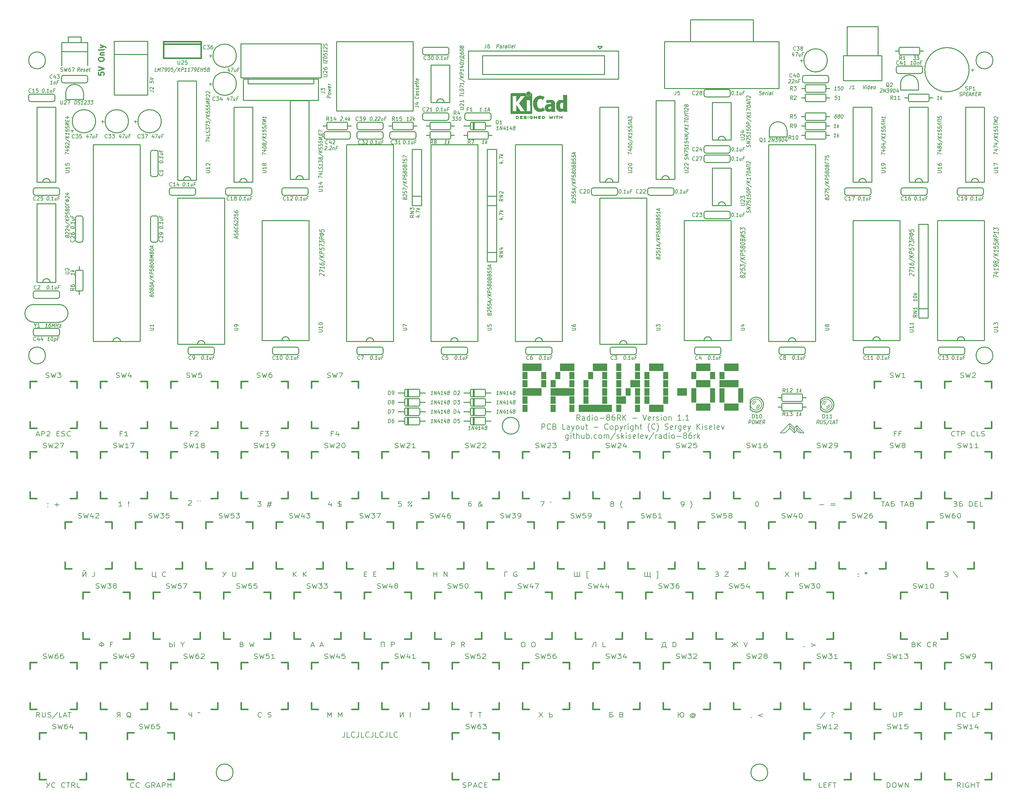
<source format=gbr>
G04 #@! TF.GenerationSoftware,KiCad,Pcbnew,(5.1.0)-1*
G04 #@! TF.CreationDate,2020-02-24T19:21:23-08:00*
G04 #@! TF.ProjectId,Radio-86RK,52616469-6f2d-4383-9652-4b2e6b696361,rev?*
G04 #@! TF.SameCoordinates,Original*
G04 #@! TF.FileFunction,Legend,Top*
G04 #@! TF.FilePolarity,Positive*
%FSLAX46Y46*%
G04 Gerber Fmt 4.6, Leading zero omitted, Abs format (unit mm)*
G04 Created by KiCad (PCBNEW (5.1.0)-1) date 2020-02-24 19:21:23*
%MOMM*%
%LPD*%
G04 APERTURE LIST*
%ADD10C,0.200000*%
%ADD11C,0.300000*%
%ADD12C,0.150000*%
%ADD13C,0.100000*%
%ADD14C,0.254000*%
%ADD15C,0.010000*%
%ADD16C,0.381000*%
%ADD17C,0.152400*%
%ADD18C,0.203200*%
G04 APERTURE END LIST*
D10*
X94671428Y-193488571D02*
X94671428Y-194560000D01*
X94600000Y-194774285D01*
X94457142Y-194917142D01*
X94242857Y-194988571D01*
X94100000Y-194988571D01*
X96100000Y-194988571D02*
X95385714Y-194988571D01*
X95385714Y-193488571D01*
X97457142Y-194845714D02*
X97385714Y-194917142D01*
X97171428Y-194988571D01*
X97028571Y-194988571D01*
X96814285Y-194917142D01*
X96671428Y-194774285D01*
X96600000Y-194631428D01*
X96528571Y-194345714D01*
X96528571Y-194131428D01*
X96600000Y-193845714D01*
X96671428Y-193702857D01*
X96814285Y-193560000D01*
X97028571Y-193488571D01*
X97171428Y-193488571D01*
X97385714Y-193560000D01*
X97457142Y-193631428D01*
X98528571Y-193488571D02*
X98528571Y-194560000D01*
X98457142Y-194774285D01*
X98314285Y-194917142D01*
X98100000Y-194988571D01*
X97957142Y-194988571D01*
X99957142Y-194988571D02*
X99242857Y-194988571D01*
X99242857Y-193488571D01*
X101314285Y-194845714D02*
X101242857Y-194917142D01*
X101028571Y-194988571D01*
X100885714Y-194988571D01*
X100671428Y-194917142D01*
X100528571Y-194774285D01*
X100457142Y-194631428D01*
X100385714Y-194345714D01*
X100385714Y-194131428D01*
X100457142Y-193845714D01*
X100528571Y-193702857D01*
X100671428Y-193560000D01*
X100885714Y-193488571D01*
X101028571Y-193488571D01*
X101242857Y-193560000D01*
X101314285Y-193631428D01*
X102385714Y-193488571D02*
X102385714Y-194560000D01*
X102314285Y-194774285D01*
X102171428Y-194917142D01*
X101957142Y-194988571D01*
X101814285Y-194988571D01*
X103814285Y-194988571D02*
X103100000Y-194988571D01*
X103100000Y-193488571D01*
X105171428Y-194845714D02*
X105100000Y-194917142D01*
X104885714Y-194988571D01*
X104742857Y-194988571D01*
X104528571Y-194917142D01*
X104385714Y-194774285D01*
X104314285Y-194631428D01*
X104242857Y-194345714D01*
X104242857Y-194131428D01*
X104314285Y-193845714D01*
X104385714Y-193702857D01*
X104528571Y-193560000D01*
X104742857Y-193488571D01*
X104885714Y-193488571D01*
X105100000Y-193560000D01*
X105171428Y-193631428D01*
X106242857Y-193488571D02*
X106242857Y-194560000D01*
X106171428Y-194774285D01*
X106028571Y-194917142D01*
X105814285Y-194988571D01*
X105671428Y-194988571D01*
X107671428Y-194988571D02*
X106957142Y-194988571D01*
X106957142Y-193488571D01*
X109028571Y-194845714D02*
X108957142Y-194917142D01*
X108742857Y-194988571D01*
X108600000Y-194988571D01*
X108385714Y-194917142D01*
X108242857Y-194774285D01*
X108171428Y-194631428D01*
X108100000Y-194345714D01*
X108100000Y-194131428D01*
X108171428Y-193845714D01*
X108242857Y-193702857D01*
X108385714Y-193560000D01*
X108600000Y-193488571D01*
X108742857Y-193488571D01*
X108957142Y-193560000D01*
X109028571Y-193631428D01*
D11*
X28071071Y-14715714D02*
X28071071Y-15430000D01*
X28785357Y-15501428D01*
X28713928Y-15430000D01*
X28642500Y-15287142D01*
X28642500Y-14930000D01*
X28713928Y-14787142D01*
X28785357Y-14715714D01*
X28928214Y-14644285D01*
X29285357Y-14644285D01*
X29428214Y-14715714D01*
X29499642Y-14787142D01*
X29571071Y-14930000D01*
X29571071Y-15287142D01*
X29499642Y-15430000D01*
X29428214Y-15501428D01*
X28071071Y-14215714D02*
X29571071Y-13715714D01*
X28071071Y-13215714D01*
X28071071Y-11287142D02*
X28071071Y-11001428D01*
X28142500Y-10858571D01*
X28285357Y-10715714D01*
X28571071Y-10644285D01*
X29071071Y-10644285D01*
X29356785Y-10715714D01*
X29499642Y-10858571D01*
X29571071Y-11001428D01*
X29571071Y-11287142D01*
X29499642Y-11430000D01*
X29356785Y-11572857D01*
X29071071Y-11644285D01*
X28571071Y-11644285D01*
X28285357Y-11572857D01*
X28142500Y-11430000D01*
X28071071Y-11287142D01*
X28571071Y-10001428D02*
X29571071Y-10001428D01*
X28713928Y-10001428D02*
X28642500Y-9930000D01*
X28571071Y-9787142D01*
X28571071Y-9572857D01*
X28642500Y-9430000D01*
X28785357Y-9358571D01*
X29571071Y-9358571D01*
X29571071Y-8430000D02*
X29499642Y-8572857D01*
X29356785Y-8644285D01*
X28071071Y-8644285D01*
X28571071Y-8001428D02*
X29571071Y-7644285D01*
X28571071Y-7287142D02*
X29571071Y-7644285D01*
X29928214Y-7787142D01*
X29999642Y-7858571D01*
X30071071Y-8001428D01*
D12*
X217170000Y-111125000D02*
X218440000Y-112395000D01*
X215265000Y-110490000D02*
X216535000Y-111760000D01*
X217170000Y-110490000D02*
X217170000Y-111760000D01*
X215265000Y-109855000D02*
X215265000Y-111125000D01*
X216535000Y-111125000D02*
X216535000Y-112395000D01*
X215265000Y-111125000D02*
X216535000Y-112395000D01*
X213995000Y-112395000D02*
X215265000Y-111125000D01*
X212725000Y-112395000D02*
X213995000Y-112395000D01*
X215265000Y-109855000D02*
X212725000Y-112395000D01*
X216535000Y-111125000D02*
X215265000Y-109855000D01*
X217170000Y-110490000D02*
X216535000Y-111125000D01*
X219075000Y-112395000D02*
X217170000Y-110490000D01*
X217170000Y-111760000D02*
X216535000Y-112395000D01*
X217805000Y-112395000D02*
X217170000Y-111760000D01*
X217805000Y-112395000D02*
X219075000Y-112395000D01*
D10*
X158434285Y-109036071D02*
X157934285Y-108321785D01*
X157577142Y-109036071D02*
X157577142Y-107536071D01*
X158148571Y-107536071D01*
X158291428Y-107607500D01*
X158362857Y-107678928D01*
X158434285Y-107821785D01*
X158434285Y-108036071D01*
X158362857Y-108178928D01*
X158291428Y-108250357D01*
X158148571Y-108321785D01*
X157577142Y-108321785D01*
X159720000Y-109036071D02*
X159720000Y-108250357D01*
X159648571Y-108107500D01*
X159505714Y-108036071D01*
X159220000Y-108036071D01*
X159077142Y-108107500D01*
X159720000Y-108964642D02*
X159577142Y-109036071D01*
X159220000Y-109036071D01*
X159077142Y-108964642D01*
X159005714Y-108821785D01*
X159005714Y-108678928D01*
X159077142Y-108536071D01*
X159220000Y-108464642D01*
X159577142Y-108464642D01*
X159720000Y-108393214D01*
X161077142Y-109036071D02*
X161077142Y-107536071D01*
X161077142Y-108964642D02*
X160934285Y-109036071D01*
X160648571Y-109036071D01*
X160505714Y-108964642D01*
X160434285Y-108893214D01*
X160362857Y-108750357D01*
X160362857Y-108321785D01*
X160434285Y-108178928D01*
X160505714Y-108107500D01*
X160648571Y-108036071D01*
X160934285Y-108036071D01*
X161077142Y-108107500D01*
X161791428Y-109036071D02*
X161791428Y-108036071D01*
X161791428Y-107536071D02*
X161720000Y-107607500D01*
X161791428Y-107678928D01*
X161862857Y-107607500D01*
X161791428Y-107536071D01*
X161791428Y-107678928D01*
X162720000Y-109036071D02*
X162577142Y-108964642D01*
X162505714Y-108893214D01*
X162434285Y-108750357D01*
X162434285Y-108321785D01*
X162505714Y-108178928D01*
X162577142Y-108107500D01*
X162720000Y-108036071D01*
X162934285Y-108036071D01*
X163077142Y-108107500D01*
X163148571Y-108178928D01*
X163220000Y-108321785D01*
X163220000Y-108750357D01*
X163148571Y-108893214D01*
X163077142Y-108964642D01*
X162934285Y-109036071D01*
X162720000Y-109036071D01*
X163862857Y-108464642D02*
X165005714Y-108464642D01*
X165934285Y-108178928D02*
X165791428Y-108107500D01*
X165720000Y-108036071D01*
X165648571Y-107893214D01*
X165648571Y-107821785D01*
X165720000Y-107678928D01*
X165791428Y-107607500D01*
X165934285Y-107536071D01*
X166220000Y-107536071D01*
X166362857Y-107607500D01*
X166434285Y-107678928D01*
X166505714Y-107821785D01*
X166505714Y-107893214D01*
X166434285Y-108036071D01*
X166362857Y-108107500D01*
X166220000Y-108178928D01*
X165934285Y-108178928D01*
X165791428Y-108250357D01*
X165720000Y-108321785D01*
X165648571Y-108464642D01*
X165648571Y-108750357D01*
X165720000Y-108893214D01*
X165791428Y-108964642D01*
X165934285Y-109036071D01*
X166220000Y-109036071D01*
X166362857Y-108964642D01*
X166434285Y-108893214D01*
X166505714Y-108750357D01*
X166505714Y-108464642D01*
X166434285Y-108321785D01*
X166362857Y-108250357D01*
X166220000Y-108178928D01*
X167791428Y-107536071D02*
X167505714Y-107536071D01*
X167362857Y-107607500D01*
X167291428Y-107678928D01*
X167148571Y-107893214D01*
X167077142Y-108178928D01*
X167077142Y-108750357D01*
X167148571Y-108893214D01*
X167220000Y-108964642D01*
X167362857Y-109036071D01*
X167648571Y-109036071D01*
X167791428Y-108964642D01*
X167862857Y-108893214D01*
X167934285Y-108750357D01*
X167934285Y-108393214D01*
X167862857Y-108250357D01*
X167791428Y-108178928D01*
X167648571Y-108107500D01*
X167362857Y-108107500D01*
X167220000Y-108178928D01*
X167148571Y-108250357D01*
X167077142Y-108393214D01*
X169434285Y-109036071D02*
X168934285Y-108321785D01*
X168577142Y-109036071D02*
X168577142Y-107536071D01*
X169148571Y-107536071D01*
X169291428Y-107607500D01*
X169362857Y-107678928D01*
X169434285Y-107821785D01*
X169434285Y-108036071D01*
X169362857Y-108178928D01*
X169291428Y-108250357D01*
X169148571Y-108321785D01*
X168577142Y-108321785D01*
X170077142Y-109036071D02*
X170077142Y-107536071D01*
X170934285Y-109036071D02*
X170291428Y-108178928D01*
X170934285Y-107536071D02*
X170077142Y-108393214D01*
X172720000Y-108464642D02*
X173862857Y-108464642D01*
X175505714Y-107536071D02*
X176005714Y-109036071D01*
X176505714Y-107536071D01*
X177577142Y-108964642D02*
X177434285Y-109036071D01*
X177148571Y-109036071D01*
X177005714Y-108964642D01*
X176934285Y-108821785D01*
X176934285Y-108250357D01*
X177005714Y-108107500D01*
X177148571Y-108036071D01*
X177434285Y-108036071D01*
X177577142Y-108107500D01*
X177648571Y-108250357D01*
X177648571Y-108393214D01*
X176934285Y-108536071D01*
X178291428Y-109036071D02*
X178291428Y-108036071D01*
X178291428Y-108321785D02*
X178362857Y-108178928D01*
X178434285Y-108107500D01*
X178577142Y-108036071D01*
X178720000Y-108036071D01*
X179148571Y-108964642D02*
X179291428Y-109036071D01*
X179577142Y-109036071D01*
X179720000Y-108964642D01*
X179791428Y-108821785D01*
X179791428Y-108750357D01*
X179720000Y-108607500D01*
X179577142Y-108536071D01*
X179362857Y-108536071D01*
X179220000Y-108464642D01*
X179148571Y-108321785D01*
X179148571Y-108250357D01*
X179220000Y-108107500D01*
X179362857Y-108036071D01*
X179577142Y-108036071D01*
X179720000Y-108107500D01*
X180434285Y-109036071D02*
X180434285Y-108036071D01*
X180434285Y-107536071D02*
X180362857Y-107607500D01*
X180434285Y-107678928D01*
X180505714Y-107607500D01*
X180434285Y-107536071D01*
X180434285Y-107678928D01*
X181362857Y-109036071D02*
X181220000Y-108964642D01*
X181148571Y-108893214D01*
X181077142Y-108750357D01*
X181077142Y-108321785D01*
X181148571Y-108178928D01*
X181220000Y-108107500D01*
X181362857Y-108036071D01*
X181577142Y-108036071D01*
X181720000Y-108107500D01*
X181791428Y-108178928D01*
X181862857Y-108321785D01*
X181862857Y-108750357D01*
X181791428Y-108893214D01*
X181720000Y-108964642D01*
X181577142Y-109036071D01*
X181362857Y-109036071D01*
X182505714Y-108036071D02*
X182505714Y-109036071D01*
X182505714Y-108178928D02*
X182577142Y-108107500D01*
X182720000Y-108036071D01*
X182934285Y-108036071D01*
X183077142Y-108107500D01*
X183148571Y-108250357D01*
X183148571Y-109036071D01*
X185791428Y-109036071D02*
X184934285Y-109036071D01*
X185362857Y-109036071D02*
X185362857Y-107536071D01*
X185220000Y-107750357D01*
X185077142Y-107893214D01*
X184934285Y-107964642D01*
X186434285Y-108893214D02*
X186505714Y-108964642D01*
X186434285Y-109036071D01*
X186362857Y-108964642D01*
X186434285Y-108893214D01*
X186434285Y-109036071D01*
X187934285Y-109036071D02*
X187077142Y-109036071D01*
X187505714Y-109036071D02*
X187505714Y-107536071D01*
X187362857Y-107750357D01*
X187220000Y-107893214D01*
X187077142Y-107964642D01*
X148112857Y-111486071D02*
X148112857Y-109986071D01*
X148684285Y-109986071D01*
X148827142Y-110057500D01*
X148898571Y-110128928D01*
X148969999Y-110271785D01*
X148969999Y-110486071D01*
X148898571Y-110628928D01*
X148827142Y-110700357D01*
X148684285Y-110771785D01*
X148112857Y-110771785D01*
X150469999Y-111343214D02*
X150398571Y-111414642D01*
X150184285Y-111486071D01*
X150041428Y-111486071D01*
X149827142Y-111414642D01*
X149684285Y-111271785D01*
X149612857Y-111128928D01*
X149541428Y-110843214D01*
X149541428Y-110628928D01*
X149612857Y-110343214D01*
X149684285Y-110200357D01*
X149827142Y-110057500D01*
X150041428Y-109986071D01*
X150184285Y-109986071D01*
X150398571Y-110057500D01*
X150469999Y-110128928D01*
X151612857Y-110700357D02*
X151827142Y-110771785D01*
X151898571Y-110843214D01*
X151969999Y-110986071D01*
X151969999Y-111200357D01*
X151898571Y-111343214D01*
X151827142Y-111414642D01*
X151684285Y-111486071D01*
X151112857Y-111486071D01*
X151112857Y-109986071D01*
X151612857Y-109986071D01*
X151755714Y-110057500D01*
X151827142Y-110128928D01*
X151898571Y-110271785D01*
X151898571Y-110414642D01*
X151827142Y-110557500D01*
X151755714Y-110628928D01*
X151612857Y-110700357D01*
X151112857Y-110700357D01*
X154469999Y-111486071D02*
X153755714Y-111486071D01*
X153755714Y-109986071D01*
X155612857Y-111486071D02*
X155612857Y-110700357D01*
X155541428Y-110557500D01*
X155398571Y-110486071D01*
X155112857Y-110486071D01*
X154969999Y-110557500D01*
X155612857Y-111414642D02*
X155469999Y-111486071D01*
X155112857Y-111486071D01*
X154969999Y-111414642D01*
X154898571Y-111271785D01*
X154898571Y-111128928D01*
X154969999Y-110986071D01*
X155112857Y-110914642D01*
X155469999Y-110914642D01*
X155612857Y-110843214D01*
X156184285Y-110486071D02*
X156541428Y-111486071D01*
X156898571Y-110486071D02*
X156541428Y-111486071D01*
X156398571Y-111843214D01*
X156327142Y-111914642D01*
X156184285Y-111986071D01*
X157684285Y-111486071D02*
X157541428Y-111414642D01*
X157469999Y-111343214D01*
X157398571Y-111200357D01*
X157398571Y-110771785D01*
X157469999Y-110628928D01*
X157541428Y-110557500D01*
X157684285Y-110486071D01*
X157898571Y-110486071D01*
X158041428Y-110557500D01*
X158112857Y-110628928D01*
X158184285Y-110771785D01*
X158184285Y-111200357D01*
X158112857Y-111343214D01*
X158041428Y-111414642D01*
X157898571Y-111486071D01*
X157684285Y-111486071D01*
X159469999Y-110486071D02*
X159469999Y-111486071D01*
X158827142Y-110486071D02*
X158827142Y-111271785D01*
X158898571Y-111414642D01*
X159041428Y-111486071D01*
X159255714Y-111486071D01*
X159398571Y-111414642D01*
X159469999Y-111343214D01*
X159969999Y-110486071D02*
X160541428Y-110486071D01*
X160184285Y-109986071D02*
X160184285Y-111271785D01*
X160255714Y-111414642D01*
X160398571Y-111486071D01*
X160541428Y-111486071D01*
X162184285Y-110914642D02*
X163327142Y-110914642D01*
X166041428Y-111343214D02*
X165969999Y-111414642D01*
X165755714Y-111486071D01*
X165612857Y-111486071D01*
X165398571Y-111414642D01*
X165255714Y-111271785D01*
X165184285Y-111128928D01*
X165112857Y-110843214D01*
X165112857Y-110628928D01*
X165184285Y-110343214D01*
X165255714Y-110200357D01*
X165398571Y-110057500D01*
X165612857Y-109986071D01*
X165755714Y-109986071D01*
X165969999Y-110057500D01*
X166041428Y-110128928D01*
X166898571Y-111486071D02*
X166755714Y-111414642D01*
X166684285Y-111343214D01*
X166612857Y-111200357D01*
X166612857Y-110771785D01*
X166684285Y-110628928D01*
X166755714Y-110557500D01*
X166898571Y-110486071D01*
X167112857Y-110486071D01*
X167255714Y-110557500D01*
X167327142Y-110628928D01*
X167398571Y-110771785D01*
X167398571Y-111200357D01*
X167327142Y-111343214D01*
X167255714Y-111414642D01*
X167112857Y-111486071D01*
X166898571Y-111486071D01*
X168041428Y-110486071D02*
X168041428Y-111986071D01*
X168041428Y-110557500D02*
X168184285Y-110486071D01*
X168470000Y-110486071D01*
X168612857Y-110557500D01*
X168684285Y-110628928D01*
X168755714Y-110771785D01*
X168755714Y-111200357D01*
X168684285Y-111343214D01*
X168612857Y-111414642D01*
X168470000Y-111486071D01*
X168184285Y-111486071D01*
X168041428Y-111414642D01*
X169255714Y-110486071D02*
X169612857Y-111486071D01*
X169970000Y-110486071D02*
X169612857Y-111486071D01*
X169470000Y-111843214D01*
X169398571Y-111914642D01*
X169255714Y-111986071D01*
X170541428Y-111486071D02*
X170541428Y-110486071D01*
X170541428Y-110771785D02*
X170612857Y-110628928D01*
X170684285Y-110557500D01*
X170827142Y-110486071D01*
X170970000Y-110486071D01*
X171470000Y-111486071D02*
X171470000Y-110486071D01*
X171470000Y-109986071D02*
X171398571Y-110057500D01*
X171470000Y-110128928D01*
X171541428Y-110057500D01*
X171470000Y-109986071D01*
X171470000Y-110128928D01*
X172827142Y-110486071D02*
X172827142Y-111700357D01*
X172755714Y-111843214D01*
X172684285Y-111914642D01*
X172541428Y-111986071D01*
X172327142Y-111986071D01*
X172184285Y-111914642D01*
X172827142Y-111414642D02*
X172684285Y-111486071D01*
X172398571Y-111486071D01*
X172255714Y-111414642D01*
X172184285Y-111343214D01*
X172112857Y-111200357D01*
X172112857Y-110771785D01*
X172184285Y-110628928D01*
X172255714Y-110557500D01*
X172398571Y-110486071D01*
X172684285Y-110486071D01*
X172827142Y-110557500D01*
X173541428Y-111486071D02*
X173541428Y-109986071D01*
X174184285Y-111486071D02*
X174184285Y-110700357D01*
X174112857Y-110557500D01*
X173970000Y-110486071D01*
X173755714Y-110486071D01*
X173612857Y-110557500D01*
X173541428Y-110628928D01*
X174684285Y-110486071D02*
X175255714Y-110486071D01*
X174898571Y-109986071D02*
X174898571Y-111271785D01*
X174970000Y-111414642D01*
X175112857Y-111486071D01*
X175255714Y-111486071D01*
X177327142Y-112057500D02*
X177255714Y-111986071D01*
X177112857Y-111771785D01*
X177041428Y-111628928D01*
X176970000Y-111414642D01*
X176898571Y-111057500D01*
X176898571Y-110771785D01*
X176970000Y-110414642D01*
X177041428Y-110200357D01*
X177112857Y-110057500D01*
X177255714Y-109843214D01*
X177327142Y-109771785D01*
X178755714Y-111343214D02*
X178684285Y-111414642D01*
X178470000Y-111486071D01*
X178327142Y-111486071D01*
X178112857Y-111414642D01*
X177970000Y-111271785D01*
X177898571Y-111128928D01*
X177827142Y-110843214D01*
X177827142Y-110628928D01*
X177898571Y-110343214D01*
X177970000Y-110200357D01*
X178112857Y-110057500D01*
X178327142Y-109986071D01*
X178470000Y-109986071D01*
X178684285Y-110057500D01*
X178755714Y-110128928D01*
X179255714Y-112057500D02*
X179327142Y-111986071D01*
X179470000Y-111771785D01*
X179541428Y-111628928D01*
X179612857Y-111414642D01*
X179684285Y-111057500D01*
X179684285Y-110771785D01*
X179612857Y-110414642D01*
X179541428Y-110200357D01*
X179470000Y-110057500D01*
X179327142Y-109843214D01*
X179255714Y-109771785D01*
X181470000Y-111414642D02*
X181684285Y-111486071D01*
X182041428Y-111486071D01*
X182184285Y-111414642D01*
X182255714Y-111343214D01*
X182327142Y-111200357D01*
X182327142Y-111057500D01*
X182255714Y-110914642D01*
X182184285Y-110843214D01*
X182041428Y-110771785D01*
X181755714Y-110700357D01*
X181612857Y-110628928D01*
X181541428Y-110557500D01*
X181470000Y-110414642D01*
X181470000Y-110271785D01*
X181541428Y-110128928D01*
X181612857Y-110057500D01*
X181755714Y-109986071D01*
X182112857Y-109986071D01*
X182327142Y-110057500D01*
X183541428Y-111414642D02*
X183398571Y-111486071D01*
X183112857Y-111486071D01*
X182970000Y-111414642D01*
X182898571Y-111271785D01*
X182898571Y-110700357D01*
X182970000Y-110557500D01*
X183112857Y-110486071D01*
X183398571Y-110486071D01*
X183541428Y-110557500D01*
X183612857Y-110700357D01*
X183612857Y-110843214D01*
X182898571Y-110986071D01*
X184255714Y-111486071D02*
X184255714Y-110486071D01*
X184255714Y-110771785D02*
X184327142Y-110628928D01*
X184398571Y-110557500D01*
X184541428Y-110486071D01*
X184684285Y-110486071D01*
X185827142Y-110486071D02*
X185827142Y-111700357D01*
X185755714Y-111843214D01*
X185684285Y-111914642D01*
X185541428Y-111986071D01*
X185327142Y-111986071D01*
X185184285Y-111914642D01*
X185827142Y-111414642D02*
X185684285Y-111486071D01*
X185398571Y-111486071D01*
X185255714Y-111414642D01*
X185184285Y-111343214D01*
X185112857Y-111200357D01*
X185112857Y-110771785D01*
X185184285Y-110628928D01*
X185255714Y-110557500D01*
X185398571Y-110486071D01*
X185684285Y-110486071D01*
X185827142Y-110557500D01*
X187112857Y-111414642D02*
X186969999Y-111486071D01*
X186684285Y-111486071D01*
X186541428Y-111414642D01*
X186469999Y-111271785D01*
X186469999Y-110700357D01*
X186541428Y-110557500D01*
X186684285Y-110486071D01*
X186969999Y-110486071D01*
X187112857Y-110557500D01*
X187184285Y-110700357D01*
X187184285Y-110843214D01*
X186469999Y-110986071D01*
X187684285Y-110486071D02*
X188041428Y-111486071D01*
X188398571Y-110486071D02*
X188041428Y-111486071D01*
X187898571Y-111843214D01*
X187827142Y-111914642D01*
X187684285Y-111986071D01*
X190112857Y-111486071D02*
X190112857Y-109986071D01*
X190969999Y-111486071D02*
X190327142Y-110628928D01*
X190969999Y-109986071D02*
X190112857Y-110843214D01*
X191612857Y-111486071D02*
X191612857Y-110486071D01*
X191612857Y-109986071D02*
X191541428Y-110057500D01*
X191612857Y-110128928D01*
X191684285Y-110057500D01*
X191612857Y-109986071D01*
X191612857Y-110128928D01*
X192255714Y-111414642D02*
X192398571Y-111486071D01*
X192684285Y-111486071D01*
X192827142Y-111414642D01*
X192898571Y-111271785D01*
X192898571Y-111200357D01*
X192827142Y-111057500D01*
X192684285Y-110986071D01*
X192469999Y-110986071D01*
X192327142Y-110914642D01*
X192255714Y-110771785D01*
X192255714Y-110700357D01*
X192327142Y-110557500D01*
X192469999Y-110486071D01*
X192684285Y-110486071D01*
X192827142Y-110557500D01*
X194112857Y-111414642D02*
X193969999Y-111486071D01*
X193684285Y-111486071D01*
X193541428Y-111414642D01*
X193469999Y-111271785D01*
X193469999Y-110700357D01*
X193541428Y-110557500D01*
X193684285Y-110486071D01*
X193969999Y-110486071D01*
X194112857Y-110557500D01*
X194184285Y-110700357D01*
X194184285Y-110843214D01*
X193469999Y-110986071D01*
X195041428Y-111486071D02*
X194898571Y-111414642D01*
X194827142Y-111271785D01*
X194827142Y-109986071D01*
X196184285Y-111414642D02*
X196041428Y-111486071D01*
X195755714Y-111486071D01*
X195612857Y-111414642D01*
X195541428Y-111271785D01*
X195541428Y-110700357D01*
X195612857Y-110557500D01*
X195755714Y-110486071D01*
X196041428Y-110486071D01*
X196184285Y-110557500D01*
X196255714Y-110700357D01*
X196255714Y-110843214D01*
X195541428Y-110986071D01*
X196755714Y-110486071D02*
X197112857Y-111486071D01*
X197469999Y-110486071D01*
X155255714Y-112936071D02*
X155255714Y-114150357D01*
X155184285Y-114293214D01*
X155112857Y-114364642D01*
X154969999Y-114436071D01*
X154755714Y-114436071D01*
X154612857Y-114364642D01*
X155255714Y-113864642D02*
X155112857Y-113936071D01*
X154827142Y-113936071D01*
X154684285Y-113864642D01*
X154612857Y-113793214D01*
X154541428Y-113650357D01*
X154541428Y-113221785D01*
X154612857Y-113078928D01*
X154684285Y-113007500D01*
X154827142Y-112936071D01*
X155112857Y-112936071D01*
X155255714Y-113007500D01*
X155969999Y-113936071D02*
X155969999Y-112936071D01*
X155969999Y-112436071D02*
X155898571Y-112507500D01*
X155969999Y-112578928D01*
X156041428Y-112507500D01*
X155969999Y-112436071D01*
X155969999Y-112578928D01*
X156469999Y-112936071D02*
X157041428Y-112936071D01*
X156684285Y-112436071D02*
X156684285Y-113721785D01*
X156755714Y-113864642D01*
X156898571Y-113936071D01*
X157041428Y-113936071D01*
X157541428Y-113936071D02*
X157541428Y-112436071D01*
X158184285Y-113936071D02*
X158184285Y-113150357D01*
X158112857Y-113007500D01*
X157969999Y-112936071D01*
X157755714Y-112936071D01*
X157612857Y-113007500D01*
X157541428Y-113078928D01*
X159541428Y-112936071D02*
X159541428Y-113936071D01*
X158898571Y-112936071D02*
X158898571Y-113721785D01*
X158969999Y-113864642D01*
X159112857Y-113936071D01*
X159327142Y-113936071D01*
X159469999Y-113864642D01*
X159541428Y-113793214D01*
X160255714Y-113936071D02*
X160255714Y-112436071D01*
X160255714Y-113007500D02*
X160398571Y-112936071D01*
X160684285Y-112936071D01*
X160827142Y-113007500D01*
X160898571Y-113078928D01*
X160969999Y-113221785D01*
X160969999Y-113650357D01*
X160898571Y-113793214D01*
X160827142Y-113864642D01*
X160684285Y-113936071D01*
X160398571Y-113936071D01*
X160255714Y-113864642D01*
X161612857Y-113793214D02*
X161684285Y-113864642D01*
X161612857Y-113936071D01*
X161541428Y-113864642D01*
X161612857Y-113793214D01*
X161612857Y-113936071D01*
X162969999Y-113864642D02*
X162827142Y-113936071D01*
X162541428Y-113936071D01*
X162398571Y-113864642D01*
X162327142Y-113793214D01*
X162255714Y-113650357D01*
X162255714Y-113221785D01*
X162327142Y-113078928D01*
X162398571Y-113007500D01*
X162541428Y-112936071D01*
X162827142Y-112936071D01*
X162969999Y-113007500D01*
X163827142Y-113936071D02*
X163684285Y-113864642D01*
X163612857Y-113793214D01*
X163541428Y-113650357D01*
X163541428Y-113221785D01*
X163612857Y-113078928D01*
X163684285Y-113007500D01*
X163827142Y-112936071D01*
X164041428Y-112936071D01*
X164184285Y-113007500D01*
X164255714Y-113078928D01*
X164327142Y-113221785D01*
X164327142Y-113650357D01*
X164255714Y-113793214D01*
X164184285Y-113864642D01*
X164041428Y-113936071D01*
X163827142Y-113936071D01*
X164969999Y-113936071D02*
X164969999Y-112936071D01*
X164969999Y-113078928D02*
X165041428Y-113007500D01*
X165184285Y-112936071D01*
X165398571Y-112936071D01*
X165541428Y-113007500D01*
X165612857Y-113150357D01*
X165612857Y-113936071D01*
X165612857Y-113150357D02*
X165684285Y-113007500D01*
X165827142Y-112936071D01*
X166041428Y-112936071D01*
X166184285Y-113007500D01*
X166255714Y-113150357D01*
X166255714Y-113936071D01*
X168041428Y-112364642D02*
X166755714Y-114293214D01*
X168469999Y-113864642D02*
X168612857Y-113936071D01*
X168898571Y-113936071D01*
X169041428Y-113864642D01*
X169112857Y-113721785D01*
X169112857Y-113650357D01*
X169041428Y-113507500D01*
X168898571Y-113436071D01*
X168684285Y-113436071D01*
X168541428Y-113364642D01*
X168469999Y-113221785D01*
X168469999Y-113150357D01*
X168541428Y-113007500D01*
X168684285Y-112936071D01*
X168898571Y-112936071D01*
X169041428Y-113007500D01*
X169755714Y-113936071D02*
X169755714Y-112436071D01*
X169898571Y-113364642D02*
X170327142Y-113936071D01*
X170327142Y-112936071D02*
X169755714Y-113507500D01*
X170969999Y-113936071D02*
X170969999Y-112936071D01*
X170969999Y-112436071D02*
X170898571Y-112507500D01*
X170969999Y-112578928D01*
X171041428Y-112507500D01*
X170969999Y-112436071D01*
X170969999Y-112578928D01*
X171612857Y-113864642D02*
X171755714Y-113936071D01*
X172041428Y-113936071D01*
X172184285Y-113864642D01*
X172255714Y-113721785D01*
X172255714Y-113650357D01*
X172184285Y-113507500D01*
X172041428Y-113436071D01*
X171827142Y-113436071D01*
X171684285Y-113364642D01*
X171612857Y-113221785D01*
X171612857Y-113150357D01*
X171684285Y-113007500D01*
X171827142Y-112936071D01*
X172041428Y-112936071D01*
X172184285Y-113007500D01*
X173469999Y-113864642D02*
X173327142Y-113936071D01*
X173041428Y-113936071D01*
X172898571Y-113864642D01*
X172827142Y-113721785D01*
X172827142Y-113150357D01*
X172898571Y-113007500D01*
X173041428Y-112936071D01*
X173327142Y-112936071D01*
X173469999Y-113007500D01*
X173541428Y-113150357D01*
X173541428Y-113293214D01*
X172827142Y-113436071D01*
X174398571Y-113936071D02*
X174255714Y-113864642D01*
X174184285Y-113721785D01*
X174184285Y-112436071D01*
X175541428Y-113864642D02*
X175398571Y-113936071D01*
X175112857Y-113936071D01*
X174970000Y-113864642D01*
X174898571Y-113721785D01*
X174898571Y-113150357D01*
X174970000Y-113007500D01*
X175112857Y-112936071D01*
X175398571Y-112936071D01*
X175541428Y-113007500D01*
X175612857Y-113150357D01*
X175612857Y-113293214D01*
X174898571Y-113436071D01*
X176112857Y-112936071D02*
X176470000Y-113936071D01*
X176827142Y-112936071D01*
X178470000Y-112364642D02*
X177184285Y-114293214D01*
X178970000Y-113936071D02*
X178970000Y-112936071D01*
X178970000Y-113221785D02*
X179041428Y-113078928D01*
X179112857Y-113007500D01*
X179255714Y-112936071D01*
X179398571Y-112936071D01*
X180541428Y-113936071D02*
X180541428Y-113150357D01*
X180470000Y-113007500D01*
X180327142Y-112936071D01*
X180041428Y-112936071D01*
X179898571Y-113007500D01*
X180541428Y-113864642D02*
X180398571Y-113936071D01*
X180041428Y-113936071D01*
X179898571Y-113864642D01*
X179827142Y-113721785D01*
X179827142Y-113578928D01*
X179898571Y-113436071D01*
X180041428Y-113364642D01*
X180398571Y-113364642D01*
X180541428Y-113293214D01*
X181898571Y-113936071D02*
X181898571Y-112436071D01*
X181898571Y-113864642D02*
X181755714Y-113936071D01*
X181470000Y-113936071D01*
X181327142Y-113864642D01*
X181255714Y-113793214D01*
X181184285Y-113650357D01*
X181184285Y-113221785D01*
X181255714Y-113078928D01*
X181327142Y-113007500D01*
X181470000Y-112936071D01*
X181755714Y-112936071D01*
X181898571Y-113007500D01*
X182612857Y-113936071D02*
X182612857Y-112936071D01*
X182612857Y-112436071D02*
X182541428Y-112507500D01*
X182612857Y-112578928D01*
X182684285Y-112507500D01*
X182612857Y-112436071D01*
X182612857Y-112578928D01*
X183541428Y-113936071D02*
X183398571Y-113864642D01*
X183327142Y-113793214D01*
X183255714Y-113650357D01*
X183255714Y-113221785D01*
X183327142Y-113078928D01*
X183398571Y-113007500D01*
X183541428Y-112936071D01*
X183755714Y-112936071D01*
X183898571Y-113007500D01*
X183970000Y-113078928D01*
X184041428Y-113221785D01*
X184041428Y-113650357D01*
X183970000Y-113793214D01*
X183898571Y-113864642D01*
X183755714Y-113936071D01*
X183541428Y-113936071D01*
X184684285Y-113364642D02*
X185827142Y-113364642D01*
X186755714Y-113078928D02*
X186612857Y-113007500D01*
X186541428Y-112936071D01*
X186470000Y-112793214D01*
X186470000Y-112721785D01*
X186541428Y-112578928D01*
X186612857Y-112507500D01*
X186755714Y-112436071D01*
X187041428Y-112436071D01*
X187184285Y-112507500D01*
X187255714Y-112578928D01*
X187327142Y-112721785D01*
X187327142Y-112793214D01*
X187255714Y-112936071D01*
X187184285Y-113007500D01*
X187041428Y-113078928D01*
X186755714Y-113078928D01*
X186612857Y-113150357D01*
X186541428Y-113221785D01*
X186470000Y-113364642D01*
X186470000Y-113650357D01*
X186541428Y-113793214D01*
X186612857Y-113864642D01*
X186755714Y-113936071D01*
X187041428Y-113936071D01*
X187184285Y-113864642D01*
X187255714Y-113793214D01*
X187327142Y-113650357D01*
X187327142Y-113364642D01*
X187255714Y-113221785D01*
X187184285Y-113150357D01*
X187041428Y-113078928D01*
X188612857Y-112436071D02*
X188327142Y-112436071D01*
X188184285Y-112507500D01*
X188112857Y-112578928D01*
X187970000Y-112793214D01*
X187898571Y-113078928D01*
X187898571Y-113650357D01*
X187970000Y-113793214D01*
X188041428Y-113864642D01*
X188184285Y-113936071D01*
X188470000Y-113936071D01*
X188612857Y-113864642D01*
X188684285Y-113793214D01*
X188755714Y-113650357D01*
X188755714Y-113293214D01*
X188684285Y-113150357D01*
X188612857Y-113078928D01*
X188470000Y-113007500D01*
X188184285Y-113007500D01*
X188041428Y-113078928D01*
X187970000Y-113150357D01*
X187898571Y-113293214D01*
X189398571Y-113936071D02*
X189398571Y-112936071D01*
X189398571Y-113221785D02*
X189470000Y-113078928D01*
X189541428Y-113007500D01*
X189684285Y-112936071D01*
X189827142Y-112936071D01*
X190327142Y-113936071D02*
X190327142Y-112436071D01*
X190470000Y-113364642D02*
X190898571Y-113936071D01*
X190898571Y-112936071D02*
X190327142Y-113507500D01*
D13*
G36*
X197485000Y-100012500D02*
G01*
X196215000Y-100012500D01*
X196215000Y-98107500D01*
X197485000Y-98107500D01*
X197485000Y-100012500D01*
G37*
X197485000Y-100012500D02*
X196215000Y-100012500D01*
X196215000Y-98107500D01*
X197485000Y-98107500D01*
X197485000Y-100012500D01*
G36*
X201295000Y-95567500D02*
G01*
X200025000Y-95567500D01*
X200025000Y-93662500D01*
X201295000Y-93662500D01*
X201295000Y-95567500D01*
G37*
X201295000Y-95567500D02*
X200025000Y-95567500D01*
X200025000Y-93662500D01*
X201295000Y-93662500D01*
X201295000Y-95567500D01*
G36*
X198755000Y-95567500D02*
G01*
X197485000Y-95567500D01*
X197485000Y-93662500D01*
X198755000Y-93662500D01*
X198755000Y-95567500D01*
G37*
X198755000Y-95567500D02*
X197485000Y-95567500D01*
X197485000Y-93662500D01*
X198755000Y-93662500D01*
X198755000Y-95567500D01*
G36*
X200025000Y-95567500D02*
G01*
X198755000Y-95567500D01*
X198755000Y-93662500D01*
X200025000Y-93662500D01*
X200025000Y-95567500D01*
G37*
X200025000Y-95567500D02*
X198755000Y-95567500D01*
X198755000Y-93662500D01*
X200025000Y-93662500D01*
X200025000Y-95567500D01*
G36*
X197485000Y-97790000D02*
G01*
X196215000Y-97790000D01*
X196215000Y-95885000D01*
X197485000Y-95885000D01*
X197485000Y-97790000D01*
G37*
X197485000Y-97790000D02*
X196215000Y-97790000D01*
X196215000Y-95885000D01*
X197485000Y-95885000D01*
X197485000Y-97790000D01*
G36*
X201295000Y-106362500D02*
G01*
X200025000Y-106362500D01*
X200025000Y-104457500D01*
X201295000Y-104457500D01*
X201295000Y-106362500D01*
G37*
X201295000Y-106362500D02*
X200025000Y-106362500D01*
X200025000Y-104457500D01*
X201295000Y-104457500D01*
X201295000Y-106362500D01*
G36*
X201295000Y-100012500D02*
G01*
X200025000Y-100012500D01*
X200025000Y-98107500D01*
X201295000Y-98107500D01*
X201295000Y-100012500D01*
G37*
X201295000Y-100012500D02*
X200025000Y-100012500D01*
X200025000Y-98107500D01*
X201295000Y-98107500D01*
X201295000Y-100012500D01*
G36*
X198755000Y-106362500D02*
G01*
X197485000Y-106362500D01*
X197485000Y-104457500D01*
X198755000Y-104457500D01*
X198755000Y-106362500D01*
G37*
X198755000Y-106362500D02*
X197485000Y-106362500D01*
X197485000Y-104457500D01*
X198755000Y-104457500D01*
X198755000Y-106362500D01*
G36*
X202565000Y-104140000D02*
G01*
X201295000Y-104140000D01*
X201295000Y-102235000D01*
X202565000Y-102235000D01*
X202565000Y-104140000D01*
G37*
X202565000Y-104140000D02*
X201295000Y-104140000D01*
X201295000Y-102235000D01*
X202565000Y-102235000D01*
X202565000Y-104140000D01*
G36*
X200025000Y-106362500D02*
G01*
X198755000Y-106362500D01*
X198755000Y-104457500D01*
X200025000Y-104457500D01*
X200025000Y-106362500D01*
G37*
X200025000Y-106362500D02*
X198755000Y-106362500D01*
X198755000Y-104457500D01*
X200025000Y-104457500D01*
X200025000Y-106362500D01*
G36*
X202565000Y-102235000D02*
G01*
X201295000Y-102235000D01*
X201295000Y-100330000D01*
X202565000Y-100330000D01*
X202565000Y-102235000D01*
G37*
X202565000Y-102235000D02*
X201295000Y-102235000D01*
X201295000Y-100330000D01*
X202565000Y-100330000D01*
X202565000Y-102235000D01*
G36*
X198755000Y-100012500D02*
G01*
X197485000Y-100012500D01*
X197485000Y-98107500D01*
X198755000Y-98107500D01*
X198755000Y-100012500D01*
G37*
X198755000Y-100012500D02*
X197485000Y-100012500D01*
X197485000Y-98107500D01*
X198755000Y-98107500D01*
X198755000Y-100012500D01*
G36*
X200025000Y-100012500D02*
G01*
X198755000Y-100012500D01*
X198755000Y-98107500D01*
X200025000Y-98107500D01*
X200025000Y-100012500D01*
G37*
X200025000Y-100012500D02*
X198755000Y-100012500D01*
X198755000Y-98107500D01*
X200025000Y-98107500D01*
X200025000Y-100012500D01*
G36*
X197485000Y-104140000D02*
G01*
X196215000Y-104140000D01*
X196215000Y-102235000D01*
X197485000Y-102235000D01*
X197485000Y-104140000D01*
G37*
X197485000Y-104140000D02*
X196215000Y-104140000D01*
X196215000Y-102235000D01*
X197485000Y-102235000D01*
X197485000Y-104140000D01*
G36*
X197485000Y-102235000D02*
G01*
X196215000Y-102235000D01*
X196215000Y-100330000D01*
X197485000Y-100330000D01*
X197485000Y-102235000D01*
G37*
X197485000Y-102235000D02*
X196215000Y-102235000D01*
X196215000Y-100330000D01*
X197485000Y-100330000D01*
X197485000Y-102235000D01*
G36*
X193675000Y-95567500D02*
G01*
X192405000Y-95567500D01*
X192405000Y-93662500D01*
X193675000Y-93662500D01*
X193675000Y-95567500D01*
G37*
X193675000Y-95567500D02*
X192405000Y-95567500D01*
X192405000Y-93662500D01*
X193675000Y-93662500D01*
X193675000Y-95567500D01*
G36*
X191135000Y-95567500D02*
G01*
X189865000Y-95567500D01*
X189865000Y-93662500D01*
X191135000Y-93662500D01*
X191135000Y-95567500D01*
G37*
X191135000Y-95567500D02*
X189865000Y-95567500D01*
X189865000Y-93662500D01*
X191135000Y-93662500D01*
X191135000Y-95567500D01*
G36*
X192405000Y-95567500D02*
G01*
X191135000Y-95567500D01*
X191135000Y-93662500D01*
X192405000Y-93662500D01*
X192405000Y-95567500D01*
G37*
X192405000Y-95567500D02*
X191135000Y-95567500D01*
X191135000Y-93662500D01*
X192405000Y-93662500D01*
X192405000Y-95567500D01*
G36*
X194945000Y-97790000D02*
G01*
X193675000Y-97790000D01*
X193675000Y-95885000D01*
X194945000Y-95885000D01*
X194945000Y-97790000D01*
G37*
X194945000Y-97790000D02*
X193675000Y-97790000D01*
X193675000Y-95885000D01*
X194945000Y-95885000D01*
X194945000Y-97790000D01*
G36*
X189865000Y-97790000D02*
G01*
X188595000Y-97790000D01*
X188595000Y-95885000D01*
X189865000Y-95885000D01*
X189865000Y-97790000D01*
G37*
X189865000Y-97790000D02*
X188595000Y-97790000D01*
X188595000Y-95885000D01*
X189865000Y-95885000D01*
X189865000Y-97790000D01*
G36*
X193675000Y-106362500D02*
G01*
X192405000Y-106362500D01*
X192405000Y-104457500D01*
X193675000Y-104457500D01*
X193675000Y-106362500D01*
G37*
X193675000Y-106362500D02*
X192405000Y-106362500D01*
X192405000Y-104457500D01*
X193675000Y-104457500D01*
X193675000Y-106362500D01*
G36*
X191135000Y-106362500D02*
G01*
X189865000Y-106362500D01*
X189865000Y-104457500D01*
X191135000Y-104457500D01*
X191135000Y-106362500D01*
G37*
X191135000Y-106362500D02*
X189865000Y-106362500D01*
X189865000Y-104457500D01*
X191135000Y-104457500D01*
X191135000Y-106362500D01*
G36*
X192405000Y-106362500D02*
G01*
X191135000Y-106362500D01*
X191135000Y-104457500D01*
X192405000Y-104457500D01*
X192405000Y-106362500D01*
G37*
X192405000Y-106362500D02*
X191135000Y-106362500D01*
X191135000Y-104457500D01*
X192405000Y-104457500D01*
X192405000Y-106362500D01*
G36*
X194945000Y-104140000D02*
G01*
X193675000Y-104140000D01*
X193675000Y-102235000D01*
X194945000Y-102235000D01*
X194945000Y-104140000D01*
G37*
X194945000Y-104140000D02*
X193675000Y-104140000D01*
X193675000Y-102235000D01*
X194945000Y-102235000D01*
X194945000Y-104140000D01*
G36*
X194945000Y-102235000D02*
G01*
X193675000Y-102235000D01*
X193675000Y-100330000D01*
X194945000Y-100330000D01*
X194945000Y-102235000D01*
G37*
X194945000Y-102235000D02*
X193675000Y-102235000D01*
X193675000Y-100330000D01*
X194945000Y-100330000D01*
X194945000Y-102235000D01*
G36*
X191135000Y-100012500D02*
G01*
X189865000Y-100012500D01*
X189865000Y-98107500D01*
X191135000Y-98107500D01*
X191135000Y-100012500D01*
G37*
X191135000Y-100012500D02*
X189865000Y-100012500D01*
X189865000Y-98107500D01*
X191135000Y-98107500D01*
X191135000Y-100012500D01*
G36*
X192405000Y-100012500D02*
G01*
X191135000Y-100012500D01*
X191135000Y-98107500D01*
X192405000Y-98107500D01*
X192405000Y-100012500D01*
G37*
X192405000Y-100012500D02*
X191135000Y-100012500D01*
X191135000Y-98107500D01*
X192405000Y-98107500D01*
X192405000Y-100012500D01*
G36*
X193675000Y-100012500D02*
G01*
X192405000Y-100012500D01*
X192405000Y-98107500D01*
X193675000Y-98107500D01*
X193675000Y-100012500D01*
G37*
X193675000Y-100012500D02*
X192405000Y-100012500D01*
X192405000Y-98107500D01*
X193675000Y-98107500D01*
X193675000Y-100012500D01*
G36*
X186055000Y-102235000D02*
G01*
X184785000Y-102235000D01*
X184785000Y-100330000D01*
X186055000Y-100330000D01*
X186055000Y-102235000D01*
G37*
X186055000Y-102235000D02*
X184785000Y-102235000D01*
X184785000Y-100330000D01*
X186055000Y-100330000D01*
X186055000Y-102235000D01*
G36*
X187325000Y-102235000D02*
G01*
X186055000Y-102235000D01*
X186055000Y-100330000D01*
X187325000Y-100330000D01*
X187325000Y-102235000D01*
G37*
X187325000Y-102235000D02*
X186055000Y-102235000D01*
X186055000Y-100330000D01*
X187325000Y-100330000D01*
X187325000Y-102235000D01*
G36*
X189865000Y-104140000D02*
G01*
X188595000Y-104140000D01*
X188595000Y-102235000D01*
X189865000Y-102235000D01*
X189865000Y-104140000D01*
G37*
X189865000Y-104140000D02*
X188595000Y-104140000D01*
X188595000Y-102235000D01*
X189865000Y-102235000D01*
X189865000Y-104140000D01*
G36*
X189865000Y-102235000D02*
G01*
X188595000Y-102235000D01*
X188595000Y-100330000D01*
X189865000Y-100330000D01*
X189865000Y-102235000D01*
G37*
X189865000Y-102235000D02*
X188595000Y-102235000D01*
X188595000Y-100330000D01*
X189865000Y-100330000D01*
X189865000Y-102235000D01*
G36*
X182245000Y-104457500D02*
G01*
X180975000Y-104457500D01*
X180975000Y-102552500D01*
X182245000Y-102552500D01*
X182245000Y-104457500D01*
G37*
X182245000Y-104457500D02*
X180975000Y-104457500D01*
X180975000Y-102552500D01*
X182245000Y-102552500D01*
X182245000Y-104457500D01*
G36*
X182245000Y-97790000D02*
G01*
X180975000Y-97790000D01*
X180975000Y-95885000D01*
X182245000Y-95885000D01*
X182245000Y-97790000D01*
G37*
X182245000Y-97790000D02*
X180975000Y-97790000D01*
X180975000Y-95885000D01*
X182245000Y-95885000D01*
X182245000Y-97790000D01*
G36*
X182245000Y-102235000D02*
G01*
X180975000Y-102235000D01*
X180975000Y-100330000D01*
X182245000Y-100330000D01*
X182245000Y-102235000D01*
G37*
X182245000Y-102235000D02*
X180975000Y-102235000D01*
X180975000Y-100330000D01*
X182245000Y-100330000D01*
X182245000Y-102235000D01*
G36*
X182245000Y-100012500D02*
G01*
X180975000Y-100012500D01*
X180975000Y-98107500D01*
X182245000Y-98107500D01*
X182245000Y-100012500D01*
G37*
X182245000Y-100012500D02*
X180975000Y-100012500D01*
X180975000Y-98107500D01*
X182245000Y-98107500D01*
X182245000Y-100012500D01*
G36*
X179705000Y-106680000D02*
G01*
X178435000Y-106680000D01*
X178435000Y-104775000D01*
X179705000Y-104775000D01*
X179705000Y-106680000D01*
G37*
X179705000Y-106680000D02*
X178435000Y-106680000D01*
X178435000Y-104775000D01*
X179705000Y-104775000D01*
X179705000Y-106680000D01*
G36*
X180975000Y-106680000D02*
G01*
X179705000Y-106680000D01*
X179705000Y-104775000D01*
X180975000Y-104775000D01*
X180975000Y-106680000D01*
G37*
X180975000Y-106680000D02*
X179705000Y-106680000D01*
X179705000Y-104775000D01*
X180975000Y-104775000D01*
X180975000Y-106680000D01*
G36*
X178435000Y-106680000D02*
G01*
X177165000Y-106680000D01*
X177165000Y-104775000D01*
X178435000Y-104775000D01*
X178435000Y-106680000D01*
G37*
X178435000Y-106680000D02*
X177165000Y-106680000D01*
X177165000Y-104775000D01*
X178435000Y-104775000D01*
X178435000Y-106680000D01*
G36*
X178435000Y-95567500D02*
G01*
X177165000Y-95567500D01*
X177165000Y-93662500D01*
X178435000Y-93662500D01*
X178435000Y-95567500D01*
G37*
X178435000Y-95567500D02*
X177165000Y-95567500D01*
X177165000Y-93662500D01*
X178435000Y-93662500D01*
X178435000Y-95567500D01*
G36*
X180975000Y-95567500D02*
G01*
X179705000Y-95567500D01*
X179705000Y-93662500D01*
X180975000Y-93662500D01*
X180975000Y-95567500D01*
G37*
X180975000Y-95567500D02*
X179705000Y-95567500D01*
X179705000Y-93662500D01*
X180975000Y-93662500D01*
X180975000Y-95567500D01*
G36*
X179705000Y-95567500D02*
G01*
X178435000Y-95567500D01*
X178435000Y-93662500D01*
X179705000Y-93662500D01*
X179705000Y-95567500D01*
G37*
X179705000Y-95567500D02*
X178435000Y-95567500D01*
X178435000Y-93662500D01*
X179705000Y-93662500D01*
X179705000Y-95567500D01*
G36*
X177165000Y-102235000D02*
G01*
X175895000Y-102235000D01*
X175895000Y-100330000D01*
X177165000Y-100330000D01*
X177165000Y-102235000D01*
G37*
X177165000Y-102235000D02*
X175895000Y-102235000D01*
X175895000Y-100330000D01*
X177165000Y-100330000D01*
X177165000Y-102235000D01*
G36*
X177165000Y-100012500D02*
G01*
X175895000Y-100012500D01*
X175895000Y-98107500D01*
X177165000Y-98107500D01*
X177165000Y-100012500D01*
G37*
X177165000Y-100012500D02*
X175895000Y-100012500D01*
X175895000Y-98107500D01*
X177165000Y-98107500D01*
X177165000Y-100012500D01*
G36*
X177165000Y-97790000D02*
G01*
X175895000Y-97790000D01*
X175895000Y-95885000D01*
X177165000Y-95885000D01*
X177165000Y-97790000D01*
G37*
X177165000Y-97790000D02*
X175895000Y-97790000D01*
X175895000Y-95885000D01*
X177165000Y-95885000D01*
X177165000Y-97790000D01*
G36*
X177165000Y-104457500D02*
G01*
X175895000Y-104457500D01*
X175895000Y-102552500D01*
X177165000Y-102552500D01*
X177165000Y-104457500D01*
G37*
X177165000Y-104457500D02*
X175895000Y-104457500D01*
X175895000Y-102552500D01*
X177165000Y-102552500D01*
X177165000Y-104457500D01*
G36*
X174625000Y-102235000D02*
G01*
X173355000Y-102235000D01*
X173355000Y-100330000D01*
X174625000Y-100330000D01*
X174625000Y-102235000D01*
G37*
X174625000Y-102235000D02*
X173355000Y-102235000D01*
X173355000Y-100330000D01*
X174625000Y-100330000D01*
X174625000Y-102235000D01*
G36*
X174625000Y-100012500D02*
G01*
X173355000Y-100012500D01*
X173355000Y-98107500D01*
X174625000Y-98107500D01*
X174625000Y-100012500D01*
G37*
X174625000Y-100012500D02*
X173355000Y-100012500D01*
X173355000Y-98107500D01*
X174625000Y-98107500D01*
X174625000Y-100012500D01*
G36*
X174625000Y-97790000D02*
G01*
X173355000Y-97790000D01*
X173355000Y-95885000D01*
X174625000Y-95885000D01*
X174625000Y-97790000D01*
G37*
X174625000Y-97790000D02*
X173355000Y-97790000D01*
X173355000Y-95885000D01*
X174625000Y-95885000D01*
X174625000Y-97790000D01*
G36*
X174625000Y-106680000D02*
G01*
X173355000Y-106680000D01*
X173355000Y-104775000D01*
X174625000Y-104775000D01*
X174625000Y-106680000D01*
G37*
X174625000Y-106680000D02*
X173355000Y-106680000D01*
X173355000Y-104775000D01*
X174625000Y-104775000D01*
X174625000Y-106680000D01*
G36*
X174625000Y-104457500D02*
G01*
X173355000Y-104457500D01*
X173355000Y-102552500D01*
X174625000Y-102552500D01*
X174625000Y-104457500D01*
G37*
X174625000Y-104457500D02*
X173355000Y-104457500D01*
X173355000Y-102552500D01*
X174625000Y-102552500D01*
X174625000Y-104457500D01*
G36*
X174625000Y-95567500D02*
G01*
X173355000Y-95567500D01*
X173355000Y-93662500D01*
X174625000Y-93662500D01*
X174625000Y-95567500D01*
G37*
X174625000Y-95567500D02*
X173355000Y-95567500D01*
X173355000Y-93662500D01*
X174625000Y-93662500D01*
X174625000Y-95567500D01*
G36*
X173355000Y-100012500D02*
G01*
X172085000Y-100012500D01*
X172085000Y-98107500D01*
X173355000Y-98107500D01*
X173355000Y-100012500D01*
G37*
X173355000Y-100012500D02*
X172085000Y-100012500D01*
X172085000Y-98107500D01*
X173355000Y-98107500D01*
X173355000Y-100012500D01*
G36*
X172085000Y-102235000D02*
G01*
X170815000Y-102235000D01*
X170815000Y-100330000D01*
X172085000Y-100330000D01*
X172085000Y-102235000D01*
G37*
X172085000Y-102235000D02*
X170815000Y-102235000D01*
X170815000Y-100330000D01*
X172085000Y-100330000D01*
X172085000Y-102235000D01*
G36*
X170815000Y-104457500D02*
G01*
X169545000Y-104457500D01*
X169545000Y-102552500D01*
X170815000Y-102552500D01*
X170815000Y-104457500D01*
G37*
X170815000Y-104457500D02*
X169545000Y-104457500D01*
X169545000Y-102552500D01*
X170815000Y-102552500D01*
X170815000Y-104457500D01*
G36*
X169545000Y-97790000D02*
G01*
X168275000Y-97790000D01*
X168275000Y-95885000D01*
X169545000Y-95885000D01*
X169545000Y-97790000D01*
G37*
X169545000Y-97790000D02*
X168275000Y-97790000D01*
X168275000Y-95885000D01*
X169545000Y-95885000D01*
X169545000Y-97790000D01*
G36*
X169545000Y-95567500D02*
G01*
X168275000Y-95567500D01*
X168275000Y-93662500D01*
X169545000Y-93662500D01*
X169545000Y-95567500D01*
G37*
X169545000Y-95567500D02*
X168275000Y-95567500D01*
X168275000Y-93662500D01*
X169545000Y-93662500D01*
X169545000Y-95567500D01*
G36*
X169545000Y-102235000D02*
G01*
X168275000Y-102235000D01*
X168275000Y-100330000D01*
X169545000Y-100330000D01*
X169545000Y-102235000D01*
G37*
X169545000Y-102235000D02*
X168275000Y-102235000D01*
X168275000Y-100330000D01*
X169545000Y-100330000D01*
X169545000Y-102235000D01*
G36*
X169545000Y-100012500D02*
G01*
X168275000Y-100012500D01*
X168275000Y-98107500D01*
X169545000Y-98107500D01*
X169545000Y-100012500D01*
G37*
X169545000Y-100012500D02*
X168275000Y-100012500D01*
X168275000Y-98107500D01*
X169545000Y-98107500D01*
X169545000Y-100012500D01*
G36*
X169545000Y-104457500D02*
G01*
X168275000Y-104457500D01*
X168275000Y-102552500D01*
X169545000Y-102552500D01*
X169545000Y-104457500D01*
G37*
X169545000Y-104457500D02*
X168275000Y-104457500D01*
X168275000Y-102552500D01*
X169545000Y-102552500D01*
X169545000Y-104457500D01*
G36*
X169545000Y-106680000D02*
G01*
X168275000Y-106680000D01*
X168275000Y-104775000D01*
X169545000Y-104775000D01*
X169545000Y-106680000D01*
G37*
X169545000Y-106680000D02*
X168275000Y-106680000D01*
X168275000Y-104775000D01*
X169545000Y-104775000D01*
X169545000Y-106680000D01*
G36*
X167005000Y-106680000D02*
G01*
X165735000Y-106680000D01*
X165735000Y-104775000D01*
X167005000Y-104775000D01*
X167005000Y-106680000D01*
G37*
X167005000Y-106680000D02*
X165735000Y-106680000D01*
X165735000Y-104775000D01*
X167005000Y-104775000D01*
X167005000Y-106680000D01*
G36*
X163195000Y-95567500D02*
G01*
X161925000Y-95567500D01*
X161925000Y-93662500D01*
X163195000Y-93662500D01*
X163195000Y-95567500D01*
G37*
X163195000Y-95567500D02*
X161925000Y-95567500D01*
X161925000Y-93662500D01*
X163195000Y-93662500D01*
X163195000Y-95567500D01*
G36*
X165735000Y-95567500D02*
G01*
X164465000Y-95567500D01*
X164465000Y-93662500D01*
X165735000Y-93662500D01*
X165735000Y-95567500D01*
G37*
X165735000Y-95567500D02*
X164465000Y-95567500D01*
X164465000Y-93662500D01*
X165735000Y-93662500D01*
X165735000Y-95567500D01*
G36*
X164465000Y-95567500D02*
G01*
X163195000Y-95567500D01*
X163195000Y-93662500D01*
X164465000Y-93662500D01*
X164465000Y-95567500D01*
G37*
X164465000Y-95567500D02*
X163195000Y-95567500D01*
X163195000Y-93662500D01*
X164465000Y-93662500D01*
X164465000Y-95567500D01*
G36*
X160655000Y-100012500D02*
G01*
X159385000Y-100012500D01*
X159385000Y-98107500D01*
X160655000Y-98107500D01*
X160655000Y-100012500D01*
G37*
X160655000Y-100012500D02*
X159385000Y-100012500D01*
X159385000Y-98107500D01*
X160655000Y-98107500D01*
X160655000Y-100012500D01*
G36*
X161925000Y-97790000D02*
G01*
X160655000Y-97790000D01*
X160655000Y-95885000D01*
X161925000Y-95885000D01*
X161925000Y-97790000D01*
G37*
X161925000Y-97790000D02*
X160655000Y-97790000D01*
X160655000Y-95885000D01*
X161925000Y-95885000D01*
X161925000Y-97790000D01*
G36*
X165735000Y-97790000D02*
G01*
X164465000Y-97790000D01*
X164465000Y-95885000D01*
X165735000Y-95885000D01*
X165735000Y-97790000D01*
G37*
X165735000Y-97790000D02*
X164465000Y-97790000D01*
X164465000Y-95885000D01*
X165735000Y-95885000D01*
X165735000Y-97790000D01*
G36*
X165735000Y-100012500D02*
G01*
X164465000Y-100012500D01*
X164465000Y-98107500D01*
X165735000Y-98107500D01*
X165735000Y-100012500D01*
G37*
X165735000Y-100012500D02*
X164465000Y-100012500D01*
X164465000Y-98107500D01*
X165735000Y-98107500D01*
X165735000Y-100012500D01*
G36*
X165735000Y-102235000D02*
G01*
X164465000Y-102235000D01*
X164465000Y-100330000D01*
X165735000Y-100330000D01*
X165735000Y-102235000D01*
G37*
X165735000Y-102235000D02*
X164465000Y-102235000D01*
X164465000Y-100330000D01*
X165735000Y-100330000D01*
X165735000Y-102235000D01*
G36*
X165735000Y-104457500D02*
G01*
X164465000Y-104457500D01*
X164465000Y-102552500D01*
X165735000Y-102552500D01*
X165735000Y-104457500D01*
G37*
X165735000Y-104457500D02*
X164465000Y-104457500D01*
X164465000Y-102552500D01*
X165735000Y-102552500D01*
X165735000Y-104457500D01*
G36*
X160655000Y-104457500D02*
G01*
X159385000Y-104457500D01*
X159385000Y-102552500D01*
X160655000Y-102552500D01*
X160655000Y-104457500D01*
G37*
X160655000Y-104457500D02*
X159385000Y-104457500D01*
X159385000Y-102552500D01*
X160655000Y-102552500D01*
X160655000Y-104457500D01*
G36*
X160655000Y-102235000D02*
G01*
X159385000Y-102235000D01*
X159385000Y-100330000D01*
X160655000Y-100330000D01*
X160655000Y-102235000D01*
G37*
X160655000Y-102235000D02*
X159385000Y-102235000D01*
X159385000Y-100330000D01*
X160655000Y-100330000D01*
X160655000Y-102235000D01*
G36*
X160655000Y-106680000D02*
G01*
X159385000Y-106680000D01*
X159385000Y-104775000D01*
X160655000Y-104775000D01*
X160655000Y-106680000D01*
G37*
X160655000Y-106680000D02*
X159385000Y-106680000D01*
X159385000Y-104775000D01*
X160655000Y-104775000D01*
X160655000Y-106680000D01*
G36*
X164465000Y-106680000D02*
G01*
X163195000Y-106680000D01*
X163195000Y-104775000D01*
X164465000Y-104775000D01*
X164465000Y-106680000D01*
G37*
X164465000Y-106680000D02*
X163195000Y-106680000D01*
X163195000Y-104775000D01*
X164465000Y-104775000D01*
X164465000Y-106680000D01*
G36*
X163195000Y-106680000D02*
G01*
X161925000Y-106680000D01*
X161925000Y-104775000D01*
X163195000Y-104775000D01*
X163195000Y-106680000D01*
G37*
X163195000Y-106680000D02*
X161925000Y-106680000D01*
X161925000Y-104775000D01*
X163195000Y-104775000D01*
X163195000Y-106680000D01*
G36*
X161925000Y-106680000D02*
G01*
X160655000Y-106680000D01*
X160655000Y-104775000D01*
X161925000Y-104775000D01*
X161925000Y-106680000D01*
G37*
X161925000Y-106680000D02*
X160655000Y-106680000D01*
X160655000Y-104775000D01*
X161925000Y-104775000D01*
X161925000Y-106680000D01*
G36*
X165735000Y-106680000D02*
G01*
X164465000Y-106680000D01*
X164465000Y-104775000D01*
X165735000Y-104775000D01*
X165735000Y-106680000D01*
G37*
X165735000Y-106680000D02*
X164465000Y-106680000D01*
X164465000Y-104775000D01*
X165735000Y-104775000D01*
X165735000Y-106680000D01*
G36*
X159385000Y-106680000D02*
G01*
X158115000Y-106680000D01*
X158115000Y-104775000D01*
X159385000Y-104775000D01*
X159385000Y-106680000D01*
G37*
X159385000Y-106680000D02*
X158115000Y-106680000D01*
X158115000Y-104775000D01*
X159385000Y-104775000D01*
X159385000Y-106680000D01*
G36*
X156845000Y-100012500D02*
G01*
X155575000Y-100012500D01*
X155575000Y-98107500D01*
X156845000Y-98107500D01*
X156845000Y-100012500D01*
G37*
X156845000Y-100012500D02*
X155575000Y-100012500D01*
X155575000Y-98107500D01*
X156845000Y-98107500D01*
X156845000Y-100012500D01*
G36*
X156845000Y-97790000D02*
G01*
X155575000Y-97790000D01*
X155575000Y-95885000D01*
X156845000Y-95885000D01*
X156845000Y-97790000D01*
G37*
X156845000Y-97790000D02*
X155575000Y-97790000D01*
X155575000Y-95885000D01*
X156845000Y-95885000D01*
X156845000Y-97790000D01*
G36*
X156845000Y-95567500D02*
G01*
X155575000Y-95567500D01*
X155575000Y-93662500D01*
X156845000Y-93662500D01*
X156845000Y-95567500D01*
G37*
X156845000Y-95567500D02*
X155575000Y-95567500D01*
X155575000Y-93662500D01*
X156845000Y-93662500D01*
X156845000Y-95567500D01*
G36*
X155575000Y-95567500D02*
G01*
X154305000Y-95567500D01*
X154305000Y-93662500D01*
X155575000Y-93662500D01*
X155575000Y-95567500D01*
G37*
X155575000Y-95567500D02*
X154305000Y-95567500D01*
X154305000Y-93662500D01*
X155575000Y-93662500D01*
X155575000Y-95567500D01*
G36*
X154305000Y-95567500D02*
G01*
X153035000Y-95567500D01*
X153035000Y-93662500D01*
X154305000Y-93662500D01*
X154305000Y-95567500D01*
G37*
X154305000Y-95567500D02*
X153035000Y-95567500D01*
X153035000Y-93662500D01*
X154305000Y-93662500D01*
X154305000Y-95567500D01*
G36*
X153035000Y-97790000D02*
G01*
X151765000Y-97790000D01*
X151765000Y-95885000D01*
X153035000Y-95885000D01*
X153035000Y-97790000D01*
G37*
X153035000Y-97790000D02*
X151765000Y-97790000D01*
X151765000Y-95885000D01*
X153035000Y-95885000D01*
X153035000Y-97790000D01*
G36*
X151765000Y-100012500D02*
G01*
X150495000Y-100012500D01*
X150495000Y-98107500D01*
X151765000Y-98107500D01*
X151765000Y-100012500D01*
G37*
X151765000Y-100012500D02*
X150495000Y-100012500D01*
X150495000Y-98107500D01*
X151765000Y-98107500D01*
X151765000Y-100012500D01*
G36*
X151765000Y-102235000D02*
G01*
X150495000Y-102235000D01*
X150495000Y-100330000D01*
X151765000Y-100330000D01*
X151765000Y-102235000D01*
G37*
X151765000Y-102235000D02*
X150495000Y-102235000D01*
X150495000Y-100330000D01*
X151765000Y-100330000D01*
X151765000Y-102235000D01*
G36*
X156845000Y-106680000D02*
G01*
X155575000Y-106680000D01*
X155575000Y-104775000D01*
X156845000Y-104775000D01*
X156845000Y-106680000D01*
G37*
X156845000Y-106680000D02*
X155575000Y-106680000D01*
X155575000Y-104775000D01*
X156845000Y-104775000D01*
X156845000Y-106680000D01*
G36*
X156845000Y-104457500D02*
G01*
X155575000Y-104457500D01*
X155575000Y-102552500D01*
X156845000Y-102552500D01*
X156845000Y-104457500D01*
G37*
X156845000Y-104457500D02*
X155575000Y-104457500D01*
X155575000Y-102552500D01*
X156845000Y-102552500D01*
X156845000Y-104457500D01*
G36*
X155575000Y-102235000D02*
G01*
X154305000Y-102235000D01*
X154305000Y-100330000D01*
X155575000Y-100330000D01*
X155575000Y-102235000D01*
G37*
X155575000Y-102235000D02*
X154305000Y-102235000D01*
X154305000Y-100330000D01*
X155575000Y-100330000D01*
X155575000Y-102235000D01*
G36*
X154305000Y-102235000D02*
G01*
X153035000Y-102235000D01*
X153035000Y-100330000D01*
X154305000Y-100330000D01*
X154305000Y-102235000D01*
G37*
X154305000Y-102235000D02*
X153035000Y-102235000D01*
X153035000Y-100330000D01*
X154305000Y-100330000D01*
X154305000Y-102235000D01*
G36*
X156845000Y-102235000D02*
G01*
X155575000Y-102235000D01*
X155575000Y-100330000D01*
X156845000Y-100330000D01*
X156845000Y-102235000D01*
G37*
X156845000Y-102235000D02*
X155575000Y-102235000D01*
X155575000Y-100330000D01*
X156845000Y-100330000D01*
X156845000Y-102235000D01*
G36*
X153035000Y-102235000D02*
G01*
X151765000Y-102235000D01*
X151765000Y-100330000D01*
X153035000Y-100330000D01*
X153035000Y-102235000D01*
G37*
X153035000Y-102235000D02*
X151765000Y-102235000D01*
X151765000Y-100330000D01*
X153035000Y-100330000D01*
X153035000Y-102235000D01*
G36*
X151765000Y-106680000D02*
G01*
X150495000Y-106680000D01*
X150495000Y-104775000D01*
X151765000Y-104775000D01*
X151765000Y-106680000D01*
G37*
X151765000Y-106680000D02*
X150495000Y-106680000D01*
X150495000Y-104775000D01*
X151765000Y-104775000D01*
X151765000Y-106680000D01*
G36*
X151765000Y-104457500D02*
G01*
X150495000Y-104457500D01*
X150495000Y-102552500D01*
X151765000Y-102552500D01*
X151765000Y-104457500D01*
G37*
X151765000Y-104457500D02*
X150495000Y-104457500D01*
X150495000Y-102552500D01*
X151765000Y-102552500D01*
X151765000Y-104457500D01*
G36*
X149225000Y-100012500D02*
G01*
X147955000Y-100012500D01*
X147955000Y-98107500D01*
X149225000Y-98107500D01*
X149225000Y-100012500D01*
G37*
X149225000Y-100012500D02*
X147955000Y-100012500D01*
X147955000Y-98107500D01*
X149225000Y-98107500D01*
X149225000Y-100012500D01*
G36*
X149225000Y-97790000D02*
G01*
X147955000Y-97790000D01*
X147955000Y-95885000D01*
X149225000Y-95885000D01*
X149225000Y-97790000D01*
G37*
X149225000Y-97790000D02*
X147955000Y-97790000D01*
X147955000Y-95885000D01*
X149225000Y-95885000D01*
X149225000Y-97790000D01*
G36*
X145415000Y-102235000D02*
G01*
X144145000Y-102235000D01*
X144145000Y-100330000D01*
X145415000Y-100330000D01*
X145415000Y-102235000D01*
G37*
X145415000Y-102235000D02*
X144145000Y-102235000D01*
X144145000Y-100330000D01*
X145415000Y-100330000D01*
X145415000Y-102235000D01*
G36*
X146685000Y-102235000D02*
G01*
X145415000Y-102235000D01*
X145415000Y-100330000D01*
X146685000Y-100330000D01*
X146685000Y-102235000D01*
G37*
X146685000Y-102235000D02*
X145415000Y-102235000D01*
X145415000Y-100330000D01*
X146685000Y-100330000D01*
X146685000Y-102235000D01*
G36*
X147955000Y-102235000D02*
G01*
X146685000Y-102235000D01*
X146685000Y-100330000D01*
X147955000Y-100330000D01*
X147955000Y-102235000D01*
G37*
X147955000Y-102235000D02*
X146685000Y-102235000D01*
X146685000Y-100330000D01*
X147955000Y-100330000D01*
X147955000Y-102235000D01*
G36*
X144145000Y-102235000D02*
G01*
X142875000Y-102235000D01*
X142875000Y-100330000D01*
X144145000Y-100330000D01*
X144145000Y-102235000D01*
G37*
X144145000Y-102235000D02*
X142875000Y-102235000D01*
X142875000Y-100330000D01*
X144145000Y-100330000D01*
X144145000Y-102235000D01*
G36*
X147955000Y-95567500D02*
G01*
X146685000Y-95567500D01*
X146685000Y-93662500D01*
X147955000Y-93662500D01*
X147955000Y-95567500D01*
G37*
X147955000Y-95567500D02*
X146685000Y-95567500D01*
X146685000Y-93662500D01*
X147955000Y-93662500D01*
X147955000Y-95567500D01*
G36*
X146685000Y-95567500D02*
G01*
X145415000Y-95567500D01*
X145415000Y-93662500D01*
X146685000Y-93662500D01*
X146685000Y-95567500D01*
G37*
X146685000Y-95567500D02*
X145415000Y-95567500D01*
X145415000Y-93662500D01*
X146685000Y-93662500D01*
X146685000Y-95567500D01*
G36*
X145415000Y-95567500D02*
G01*
X144145000Y-95567500D01*
X144145000Y-93662500D01*
X145415000Y-93662500D01*
X145415000Y-95567500D01*
G37*
X145415000Y-95567500D02*
X144145000Y-95567500D01*
X144145000Y-93662500D01*
X145415000Y-93662500D01*
X145415000Y-95567500D01*
G36*
X144145000Y-95567500D02*
G01*
X142875000Y-95567500D01*
X142875000Y-93662500D01*
X144145000Y-93662500D01*
X144145000Y-95567500D01*
G37*
X144145000Y-95567500D02*
X142875000Y-95567500D01*
X142875000Y-93662500D01*
X144145000Y-93662500D01*
X144145000Y-95567500D01*
G36*
X144145000Y-100012500D02*
G01*
X142875000Y-100012500D01*
X142875000Y-98107500D01*
X144145000Y-98107500D01*
X144145000Y-100012500D01*
G37*
X144145000Y-100012500D02*
X142875000Y-100012500D01*
X142875000Y-98107500D01*
X144145000Y-98107500D01*
X144145000Y-100012500D01*
G36*
X144145000Y-97790000D02*
G01*
X142875000Y-97790000D01*
X142875000Y-95885000D01*
X144145000Y-95885000D01*
X144145000Y-97790000D01*
G37*
X144145000Y-97790000D02*
X142875000Y-97790000D01*
X142875000Y-95885000D01*
X144145000Y-95885000D01*
X144145000Y-97790000D01*
G36*
X144145000Y-104457500D02*
G01*
X142875000Y-104457500D01*
X142875000Y-102552500D01*
X144145000Y-102552500D01*
X144145000Y-104457500D01*
G37*
X144145000Y-104457500D02*
X142875000Y-104457500D01*
X142875000Y-102552500D01*
X144145000Y-102552500D01*
X144145000Y-104457500D01*
G36*
X144145000Y-106680000D02*
G01*
X142875000Y-106680000D01*
X142875000Y-104775000D01*
X144145000Y-104775000D01*
X144145000Y-106680000D01*
G37*
X144145000Y-106680000D02*
X142875000Y-106680000D01*
X142875000Y-104775000D01*
X144145000Y-104775000D01*
X144145000Y-106680000D01*
D14*
X17526000Y-85598000D02*
X17526000Y-84582000D01*
X10922000Y-86106000D02*
X17018000Y-86106000D01*
X10922000Y-84074000D02*
X17018000Y-84074000D01*
X17018000Y-86106000D02*
G75*
G03X17526000Y-85598000I0J508000D01*
G01*
X17526000Y-84582000D02*
G75*
G03X17018000Y-84074000I-508000J0D01*
G01*
X10414000Y-85598000D02*
G75*
G03X10922000Y-86106000I508000J0D01*
G01*
X10922000Y-84074000D02*
G75*
G03X10414000Y-84582000I0J-508000D01*
G01*
X10414000Y-85598000D02*
X10414000Y-84582000D01*
X125476000Y-87630000D02*
G75*
G03X124460000Y-86614000I-1016000J0D01*
G01*
X124460000Y-86614000D02*
G75*
G03X123444000Y-87630000I0J-1016000D01*
G01*
X118110000Y-87630000D02*
X118110000Y-34290000D01*
X118110000Y-34290000D02*
X130810000Y-34290000D01*
X130810000Y-34290000D02*
X130810000Y-87630000D01*
X130810000Y-87630000D02*
X118110000Y-87630000D01*
X134366000Y-29210000D02*
X132842000Y-29210000D01*
X128778000Y-29210000D02*
X127000000Y-29210000D01*
X129032000Y-28194000D02*
X132588000Y-28194000D01*
X132588000Y-30226000D02*
X129032000Y-30226000D01*
X132842000Y-28448000D02*
X132842000Y-29972000D01*
X128778000Y-29972000D02*
X128778000Y-28448000D01*
X132588000Y-30226000D02*
G75*
G03X132842000Y-29972000I0J254000D01*
G01*
X132842000Y-28448000D02*
G75*
G03X132588000Y-28194000I-254000J0D01*
G01*
X128778000Y-29972000D02*
G75*
G03X129032000Y-30226000I254000J0D01*
G01*
X129032000Y-28194000D02*
G75*
G03X128778000Y-28448000I0J-254000D01*
G01*
X129540000Y-28194000D02*
X129540000Y-30226000D01*
X129794000Y-28194000D02*
X129794000Y-30226000D01*
X114046000Y-31242000D02*
X114046000Y-32258000D01*
X113538000Y-32766000D02*
G75*
G03X114046000Y-32258000I0J508000D01*
G01*
X114046000Y-31242000D02*
G75*
G03X113538000Y-30734000I-508000J0D01*
G01*
X106934000Y-32258000D02*
G75*
G03X107442000Y-32766000I508000J0D01*
G01*
X107442000Y-30734000D02*
G75*
G03X106934000Y-31242000I0J-508000D01*
G01*
X113538000Y-32766000D02*
X107442000Y-32766000D01*
X113538000Y-30734000D02*
X107442000Y-30734000D01*
X106934000Y-31242000D02*
X106934000Y-32258000D01*
X118110000Y-30734000D02*
X123190000Y-30734000D01*
X117856000Y-32512000D02*
X117856000Y-30988000D01*
X123190000Y-32766000D02*
X118110000Y-32766000D01*
X123444000Y-30988000D02*
X123444000Y-32512000D01*
X118110000Y-30734000D02*
G75*
G03X117856000Y-30988000I0J-254000D01*
G01*
X117856000Y-32512000D02*
G75*
G03X118110000Y-32766000I254000J0D01*
G01*
X123444000Y-30988000D02*
G75*
G03X123190000Y-30734000I-254000J0D01*
G01*
X123190000Y-32766000D02*
G75*
G03X123444000Y-32512000I0J254000D01*
G01*
X117856000Y-31750000D02*
X116840000Y-31750000D01*
X124460000Y-31750000D02*
X123444000Y-31750000D01*
X134366000Y-27178000D02*
X134366000Y-26162000D01*
X127762000Y-27686000D02*
X133858000Y-27686000D01*
X127762000Y-25654000D02*
X133858000Y-25654000D01*
X133858000Y-27686000D02*
G75*
G03X134366000Y-27178000I0J508000D01*
G01*
X134366000Y-26162000D02*
G75*
G03X133858000Y-25654000I-508000J0D01*
G01*
X127254000Y-27178000D02*
G75*
G03X127762000Y-27686000I508000J0D01*
G01*
X127762000Y-25654000D02*
G75*
G03X127254000Y-26162000I0J-508000D01*
G01*
X127254000Y-27178000D02*
X127254000Y-26162000D01*
X167386000Y-44450000D02*
G75*
G03X166370000Y-43434000I-1016000J0D01*
G01*
X166370000Y-43434000D02*
G75*
G03X165354000Y-44450000I0J-1016000D01*
G01*
X163830000Y-24130000D02*
X163830000Y-44450000D01*
X163830000Y-44450000D02*
X168910000Y-44450000D01*
X168910000Y-44450000D02*
X168910000Y-24130000D01*
X168910000Y-24130000D02*
X163830000Y-24130000D01*
X182626000Y-43688000D02*
G75*
G03X181610000Y-42672000I-1016000J0D01*
G01*
X181610000Y-42672000D02*
G75*
G03X180594000Y-43688000I0J-1016000D01*
G01*
X179070000Y-43688000D02*
X179070000Y-22352000D01*
X179070000Y-22352000D02*
X184150000Y-22352000D01*
X184150000Y-22352000D02*
X184150000Y-43688000D01*
X184150000Y-43688000D02*
X179070000Y-43688000D01*
X197866000Y-33020000D02*
G75*
G03X196850000Y-32004000I-1016000J0D01*
G01*
X196850000Y-32004000D02*
G75*
G03X195834000Y-33020000I0J-1016000D01*
G01*
X199390000Y-33020000D02*
X194310000Y-33020000D01*
X194310000Y-33020000D02*
X194310000Y-22860000D01*
X194310000Y-22860000D02*
X199390000Y-22860000D01*
X199390000Y-22860000D02*
X199390000Y-33020000D01*
X199390000Y-40640000D02*
X199390000Y-50800000D01*
X194310000Y-40640000D02*
X199390000Y-40640000D01*
X194310000Y-50800000D02*
X194310000Y-40640000D01*
X199390000Y-50800000D02*
X194310000Y-50800000D01*
X196850000Y-49784000D02*
G75*
G03X195834000Y-50800000I0J-1016000D01*
G01*
X197866000Y-50800000D02*
G75*
G03X196850000Y-49784000I-1016000J0D01*
G01*
X36170000Y-27940000D02*
G75*
G03X36170000Y-27940000I-3150000J0D01*
G01*
X27280000Y-27940000D02*
G75*
G03X27280000Y-27940000I-3150000J0D01*
G01*
X65380000Y-10160000D02*
G75*
G03X65380000Y-10160000I-3150000J0D01*
G01*
D15*
G36*
X141210337Y-26495258D02*
G01*
X141249819Y-26495659D01*
X141365508Y-26498451D01*
X141462397Y-26506742D01*
X141543789Y-26521424D01*
X141612985Y-26543385D01*
X141673288Y-26573514D01*
X141728000Y-26612702D01*
X141747541Y-26629724D01*
X141779958Y-26669555D01*
X141809188Y-26723605D01*
X141831717Y-26783515D01*
X141844029Y-26840931D01*
X141845308Y-26862148D01*
X141837291Y-26920961D01*
X141815809Y-26985205D01*
X141784709Y-27046013D01*
X141747842Y-27094522D01*
X141741854Y-27100374D01*
X141691129Y-27141513D01*
X141635583Y-27173627D01*
X141572012Y-27197557D01*
X141497214Y-27214145D01*
X141407986Y-27224233D01*
X141301126Y-27228661D01*
X141252180Y-27229037D01*
X141189946Y-27228737D01*
X141146180Y-27227484D01*
X141116777Y-27224746D01*
X141097629Y-27219993D01*
X141084631Y-27212693D01*
X141077663Y-27206459D01*
X141071082Y-27198886D01*
X141065920Y-27189116D01*
X141062005Y-27174532D01*
X141059165Y-27152518D01*
X141057228Y-27120456D01*
X141056024Y-27075728D01*
X141055380Y-27015718D01*
X141055125Y-26937809D01*
X141055086Y-26862148D01*
X141054838Y-26761233D01*
X141054891Y-26680619D01*
X141055851Y-26642014D01*
X141201841Y-26642014D01*
X141201841Y-27082281D01*
X141294974Y-27082196D01*
X141351015Y-27080588D01*
X141409709Y-27076448D01*
X141458680Y-27070656D01*
X141460170Y-27070418D01*
X141539316Y-27051282D01*
X141600706Y-27021479D01*
X141647403Y-26979070D01*
X141677073Y-26933153D01*
X141695355Y-26882218D01*
X141693937Y-26834392D01*
X141672720Y-26783125D01*
X141631219Y-26730091D01*
X141573710Y-26690792D01*
X141498958Y-26664523D01*
X141449000Y-26655227D01*
X141392292Y-26648699D01*
X141332189Y-26643974D01*
X141281069Y-26642009D01*
X141278041Y-26642000D01*
X141201841Y-26642014D01*
X141055851Y-26642014D01*
X141056448Y-26618043D01*
X141060710Y-26571247D01*
X141068878Y-26537970D01*
X141082152Y-26515951D01*
X141101734Y-26502931D01*
X141128825Y-26496649D01*
X141164626Y-26494845D01*
X141210337Y-26495258D01*
X141210337Y-26495258D01*
G37*
X141210337Y-26495258D02*
X141249819Y-26495659D01*
X141365508Y-26498451D01*
X141462397Y-26506742D01*
X141543789Y-26521424D01*
X141612985Y-26543385D01*
X141673288Y-26573514D01*
X141728000Y-26612702D01*
X141747541Y-26629724D01*
X141779958Y-26669555D01*
X141809188Y-26723605D01*
X141831717Y-26783515D01*
X141844029Y-26840931D01*
X141845308Y-26862148D01*
X141837291Y-26920961D01*
X141815809Y-26985205D01*
X141784709Y-27046013D01*
X141747842Y-27094522D01*
X141741854Y-27100374D01*
X141691129Y-27141513D01*
X141635583Y-27173627D01*
X141572012Y-27197557D01*
X141497214Y-27214145D01*
X141407986Y-27224233D01*
X141301126Y-27228661D01*
X141252180Y-27229037D01*
X141189946Y-27228737D01*
X141146180Y-27227484D01*
X141116777Y-27224746D01*
X141097629Y-27219993D01*
X141084631Y-27212693D01*
X141077663Y-27206459D01*
X141071082Y-27198886D01*
X141065920Y-27189116D01*
X141062005Y-27174532D01*
X141059165Y-27152518D01*
X141057228Y-27120456D01*
X141056024Y-27075728D01*
X141055380Y-27015718D01*
X141055125Y-26937809D01*
X141055086Y-26862148D01*
X141054838Y-26761233D01*
X141054891Y-26680619D01*
X141055851Y-26642014D01*
X141201841Y-26642014D01*
X141201841Y-27082281D01*
X141294974Y-27082196D01*
X141351015Y-27080588D01*
X141409709Y-27076448D01*
X141458680Y-27070656D01*
X141460170Y-27070418D01*
X141539316Y-27051282D01*
X141600706Y-27021479D01*
X141647403Y-26979070D01*
X141677073Y-26933153D01*
X141695355Y-26882218D01*
X141693937Y-26834392D01*
X141672720Y-26783125D01*
X141631219Y-26730091D01*
X141573710Y-26690792D01*
X141498958Y-26664523D01*
X141449000Y-26655227D01*
X141392292Y-26648699D01*
X141332189Y-26643974D01*
X141281069Y-26642009D01*
X141278041Y-26642000D01*
X141201841Y-26642014D01*
X141055851Y-26642014D01*
X141056448Y-26618043D01*
X141060710Y-26571247D01*
X141068878Y-26537970D01*
X141082152Y-26515951D01*
X141101734Y-26502931D01*
X141128825Y-26496649D01*
X141164626Y-26494845D01*
X141210337Y-26495258D01*
G36*
X142618914Y-26495338D02*
G01*
X142688322Y-26495710D01*
X142740711Y-26496577D01*
X142778861Y-26498138D01*
X142805549Y-26500595D01*
X142823555Y-26504149D01*
X142835659Y-26509002D01*
X142844639Y-26515353D01*
X142847890Y-26518276D01*
X142867665Y-26549334D01*
X142871226Y-26585020D01*
X142858217Y-26616702D01*
X142852202Y-26623105D01*
X142842473Y-26629313D01*
X142826807Y-26634102D01*
X142802300Y-26637706D01*
X142766047Y-26640356D01*
X142715143Y-26642287D01*
X142646682Y-26643731D01*
X142584091Y-26644610D01*
X142336374Y-26647659D01*
X142332989Y-26712570D01*
X142329603Y-26777481D01*
X142497750Y-26777481D01*
X142570749Y-26778111D01*
X142624191Y-26780745D01*
X142661080Y-26786501D01*
X142684420Y-26796496D01*
X142697214Y-26811848D01*
X142702466Y-26833674D01*
X142703263Y-26853930D01*
X142700785Y-26878784D01*
X142691431Y-26897098D01*
X142672325Y-26909829D01*
X142640590Y-26917933D01*
X142593349Y-26922368D01*
X142527725Y-26924091D01*
X142491907Y-26924237D01*
X142330730Y-26924237D01*
X142330730Y-27082281D01*
X142579086Y-27082281D01*
X142660495Y-27082394D01*
X142722366Y-27082904D01*
X142767740Y-27084062D01*
X142799654Y-27086122D01*
X142821149Y-27089338D01*
X142835265Y-27093964D01*
X142845040Y-27100251D01*
X142850019Y-27104859D01*
X142867098Y-27131752D01*
X142872597Y-27155659D01*
X142864745Y-27184859D01*
X142850019Y-27206459D01*
X142842162Y-27213258D01*
X142832020Y-27218538D01*
X142816864Y-27222490D01*
X142793967Y-27225305D01*
X142760599Y-27227174D01*
X142714033Y-27228290D01*
X142651541Y-27228843D01*
X142570394Y-27229025D01*
X142528286Y-27229037D01*
X142438110Y-27228957D01*
X142367784Y-27228590D01*
X142314579Y-27227744D01*
X142275768Y-27226228D01*
X142248621Y-27223851D01*
X142230410Y-27220421D01*
X142218408Y-27215746D01*
X142209886Y-27209636D01*
X142206552Y-27206459D01*
X142199953Y-27198862D01*
X142194781Y-27189062D01*
X142190862Y-27174431D01*
X142188024Y-27152344D01*
X142186093Y-27120174D01*
X142184896Y-27075295D01*
X142184260Y-27015081D01*
X142184011Y-26936905D01*
X142183974Y-26864115D01*
X142184008Y-26770899D01*
X142184243Y-26697623D01*
X142184878Y-26641650D01*
X142186114Y-26600343D01*
X142188152Y-26571064D01*
X142191191Y-26551176D01*
X142195431Y-26538042D01*
X142201073Y-26529024D01*
X142208317Y-26521485D01*
X142210102Y-26519804D01*
X142218763Y-26512364D01*
X142228826Y-26506601D01*
X142243083Y-26502304D01*
X142264325Y-26499256D01*
X142295344Y-26497243D01*
X142338931Y-26496052D01*
X142397877Y-26495467D01*
X142474974Y-26495275D01*
X142529707Y-26495259D01*
X142618914Y-26495338D01*
X142618914Y-26495338D01*
G37*
X142618914Y-26495338D02*
X142688322Y-26495710D01*
X142740711Y-26496577D01*
X142778861Y-26498138D01*
X142805549Y-26500595D01*
X142823555Y-26504149D01*
X142835659Y-26509002D01*
X142844639Y-26515353D01*
X142847890Y-26518276D01*
X142867665Y-26549334D01*
X142871226Y-26585020D01*
X142858217Y-26616702D01*
X142852202Y-26623105D01*
X142842473Y-26629313D01*
X142826807Y-26634102D01*
X142802300Y-26637706D01*
X142766047Y-26640356D01*
X142715143Y-26642287D01*
X142646682Y-26643731D01*
X142584091Y-26644610D01*
X142336374Y-26647659D01*
X142332989Y-26712570D01*
X142329603Y-26777481D01*
X142497750Y-26777481D01*
X142570749Y-26778111D01*
X142624191Y-26780745D01*
X142661080Y-26786501D01*
X142684420Y-26796496D01*
X142697214Y-26811848D01*
X142702466Y-26833674D01*
X142703263Y-26853930D01*
X142700785Y-26878784D01*
X142691431Y-26897098D01*
X142672325Y-26909829D01*
X142640590Y-26917933D01*
X142593349Y-26922368D01*
X142527725Y-26924091D01*
X142491907Y-26924237D01*
X142330730Y-26924237D01*
X142330730Y-27082281D01*
X142579086Y-27082281D01*
X142660495Y-27082394D01*
X142722366Y-27082904D01*
X142767740Y-27084062D01*
X142799654Y-27086122D01*
X142821149Y-27089338D01*
X142835265Y-27093964D01*
X142845040Y-27100251D01*
X142850019Y-27104859D01*
X142867098Y-27131752D01*
X142872597Y-27155659D01*
X142864745Y-27184859D01*
X142850019Y-27206459D01*
X142842162Y-27213258D01*
X142832020Y-27218538D01*
X142816864Y-27222490D01*
X142793967Y-27225305D01*
X142760599Y-27227174D01*
X142714033Y-27228290D01*
X142651541Y-27228843D01*
X142570394Y-27229025D01*
X142528286Y-27229037D01*
X142438110Y-27228957D01*
X142367784Y-27228590D01*
X142314579Y-27227744D01*
X142275768Y-27226228D01*
X142248621Y-27223851D01*
X142230410Y-27220421D01*
X142218408Y-27215746D01*
X142209886Y-27209636D01*
X142206552Y-27206459D01*
X142199953Y-27198862D01*
X142194781Y-27189062D01*
X142190862Y-27174431D01*
X142188024Y-27152344D01*
X142186093Y-27120174D01*
X142184896Y-27075295D01*
X142184260Y-27015081D01*
X142184011Y-26936905D01*
X142183974Y-26864115D01*
X142184008Y-26770899D01*
X142184243Y-26697623D01*
X142184878Y-26641650D01*
X142186114Y-26600343D01*
X142188152Y-26571064D01*
X142191191Y-26551176D01*
X142195431Y-26538042D01*
X142201073Y-26529024D01*
X142208317Y-26521485D01*
X142210102Y-26519804D01*
X142218763Y-26512364D01*
X142228826Y-26506601D01*
X142243083Y-26502304D01*
X142264325Y-26499256D01*
X142295344Y-26497243D01*
X142338931Y-26496052D01*
X142397877Y-26495467D01*
X142474974Y-26495275D01*
X142529707Y-26495259D01*
X142618914Y-26495338D01*
G36*
X143640005Y-26496543D02*
G01*
X143714820Y-26501773D01*
X143784402Y-26509942D01*
X143844706Y-26520742D01*
X143891688Y-26533865D01*
X143921302Y-26549005D01*
X143925848Y-26553461D01*
X143941654Y-26588042D01*
X143936861Y-26623543D01*
X143912344Y-26653917D01*
X143911174Y-26654788D01*
X143896754Y-26664146D01*
X143881700Y-26669068D01*
X143860703Y-26669665D01*
X143828451Y-26666053D01*
X143779635Y-26658346D01*
X143775708Y-26657697D01*
X143702969Y-26648761D01*
X143624491Y-26644353D01*
X143545781Y-26644311D01*
X143472347Y-26648471D01*
X143409697Y-26656671D01*
X143363338Y-26668749D01*
X143360292Y-26669963D01*
X143326660Y-26688807D01*
X143314844Y-26707877D01*
X143324094Y-26726631D01*
X143353661Y-26744529D01*
X143402797Y-26761029D01*
X143470751Y-26775588D01*
X143516063Y-26782598D01*
X143610252Y-26796081D01*
X143685164Y-26808406D01*
X143743991Y-26820641D01*
X143789923Y-26833853D01*
X143826153Y-26849109D01*
X143855870Y-26867477D01*
X143882266Y-26890023D01*
X143903478Y-26912163D01*
X143928643Y-26943011D01*
X143941027Y-26969537D01*
X143944900Y-27002218D01*
X143945041Y-27014187D01*
X143942132Y-27053904D01*
X143930506Y-27083451D01*
X143910385Y-27109678D01*
X143869492Y-27149768D01*
X143823891Y-27180341D01*
X143770195Y-27202395D01*
X143705016Y-27216927D01*
X143624964Y-27224933D01*
X143526651Y-27227410D01*
X143510419Y-27227369D01*
X143444859Y-27226010D01*
X143379842Y-27222922D01*
X143322456Y-27218548D01*
X143279786Y-27213332D01*
X143276336Y-27212733D01*
X143233912Y-27202683D01*
X143197928Y-27189988D01*
X143177558Y-27178382D01*
X143158601Y-27147764D01*
X143157281Y-27112110D01*
X143173623Y-27080336D01*
X143177279Y-27076743D01*
X143192393Y-27066068D01*
X143211293Y-27061468D01*
X143240546Y-27062251D01*
X143276057Y-27066319D01*
X143315738Y-27069954D01*
X143371363Y-27073020D01*
X143436302Y-27075245D01*
X143503923Y-27076356D01*
X143521708Y-27076429D01*
X143589580Y-27076156D01*
X143639254Y-27074838D01*
X143675098Y-27072019D01*
X143701484Y-27067242D01*
X143722782Y-27060049D01*
X143735582Y-27054059D01*
X143763708Y-27037425D01*
X143781640Y-27022360D01*
X143784261Y-27018089D01*
X143778732Y-27000455D01*
X143752448Y-26983384D01*
X143707230Y-26967650D01*
X143644900Y-26954030D01*
X143626537Y-26950996D01*
X143530618Y-26935930D01*
X143454067Y-26923338D01*
X143393928Y-26912303D01*
X143347248Y-26901912D01*
X143311071Y-26891248D01*
X143282443Y-26879397D01*
X143258410Y-26865443D01*
X143236016Y-26848473D01*
X143212306Y-26827570D01*
X143204328Y-26820241D01*
X143176355Y-26792891D01*
X143161548Y-26771221D01*
X143155756Y-26746424D01*
X143154819Y-26715175D01*
X143165133Y-26653897D01*
X143195956Y-26601832D01*
X143247113Y-26559150D01*
X143318425Y-26526017D01*
X143369308Y-26511156D01*
X143424608Y-26501558D01*
X143490855Y-26496128D01*
X143564002Y-26494559D01*
X143640005Y-26496543D01*
X143640005Y-26496543D01*
G37*
X143640005Y-26496543D02*
X143714820Y-26501773D01*
X143784402Y-26509942D01*
X143844706Y-26520742D01*
X143891688Y-26533865D01*
X143921302Y-26549005D01*
X143925848Y-26553461D01*
X143941654Y-26588042D01*
X143936861Y-26623543D01*
X143912344Y-26653917D01*
X143911174Y-26654788D01*
X143896754Y-26664146D01*
X143881700Y-26669068D01*
X143860703Y-26669665D01*
X143828451Y-26666053D01*
X143779635Y-26658346D01*
X143775708Y-26657697D01*
X143702969Y-26648761D01*
X143624491Y-26644353D01*
X143545781Y-26644311D01*
X143472347Y-26648471D01*
X143409697Y-26656671D01*
X143363338Y-26668749D01*
X143360292Y-26669963D01*
X143326660Y-26688807D01*
X143314844Y-26707877D01*
X143324094Y-26726631D01*
X143353661Y-26744529D01*
X143402797Y-26761029D01*
X143470751Y-26775588D01*
X143516063Y-26782598D01*
X143610252Y-26796081D01*
X143685164Y-26808406D01*
X143743991Y-26820641D01*
X143789923Y-26833853D01*
X143826153Y-26849109D01*
X143855870Y-26867477D01*
X143882266Y-26890023D01*
X143903478Y-26912163D01*
X143928643Y-26943011D01*
X143941027Y-26969537D01*
X143944900Y-27002218D01*
X143945041Y-27014187D01*
X143942132Y-27053904D01*
X143930506Y-27083451D01*
X143910385Y-27109678D01*
X143869492Y-27149768D01*
X143823891Y-27180341D01*
X143770195Y-27202395D01*
X143705016Y-27216927D01*
X143624964Y-27224933D01*
X143526651Y-27227410D01*
X143510419Y-27227369D01*
X143444859Y-27226010D01*
X143379842Y-27222922D01*
X143322456Y-27218548D01*
X143279786Y-27213332D01*
X143276336Y-27212733D01*
X143233912Y-27202683D01*
X143197928Y-27189988D01*
X143177558Y-27178382D01*
X143158601Y-27147764D01*
X143157281Y-27112110D01*
X143173623Y-27080336D01*
X143177279Y-27076743D01*
X143192393Y-27066068D01*
X143211293Y-27061468D01*
X143240546Y-27062251D01*
X143276057Y-27066319D01*
X143315738Y-27069954D01*
X143371363Y-27073020D01*
X143436302Y-27075245D01*
X143503923Y-27076356D01*
X143521708Y-27076429D01*
X143589580Y-27076156D01*
X143639254Y-27074838D01*
X143675098Y-27072019D01*
X143701484Y-27067242D01*
X143722782Y-27060049D01*
X143735582Y-27054059D01*
X143763708Y-27037425D01*
X143781640Y-27022360D01*
X143784261Y-27018089D01*
X143778732Y-27000455D01*
X143752448Y-26983384D01*
X143707230Y-26967650D01*
X143644900Y-26954030D01*
X143626537Y-26950996D01*
X143530618Y-26935930D01*
X143454067Y-26923338D01*
X143393928Y-26912303D01*
X143347248Y-26901912D01*
X143311071Y-26891248D01*
X143282443Y-26879397D01*
X143258410Y-26865443D01*
X143236016Y-26848473D01*
X143212306Y-26827570D01*
X143204328Y-26820241D01*
X143176355Y-26792891D01*
X143161548Y-26771221D01*
X143155756Y-26746424D01*
X143154819Y-26715175D01*
X143165133Y-26653897D01*
X143195956Y-26601832D01*
X143247113Y-26559150D01*
X143318425Y-26526017D01*
X143369308Y-26511156D01*
X143424608Y-26501558D01*
X143490855Y-26496128D01*
X143564002Y-26494559D01*
X143640005Y-26496543D01*
G36*
X144407886Y-26517837D02*
G01*
X144414466Y-26525410D01*
X144419629Y-26535179D01*
X144423544Y-26549763D01*
X144426384Y-26571777D01*
X144428321Y-26603840D01*
X144429525Y-26648567D01*
X144430169Y-26708577D01*
X144430424Y-26786486D01*
X144430463Y-26862148D01*
X144430394Y-26955994D01*
X144430070Y-27029881D01*
X144429322Y-27086424D01*
X144427976Y-27128241D01*
X144425862Y-27157949D01*
X144422808Y-27178165D01*
X144418642Y-27191506D01*
X144413192Y-27200590D01*
X144407886Y-27206459D01*
X144374882Y-27226139D01*
X144339717Y-27224373D01*
X144308253Y-27202909D01*
X144301024Y-27194529D01*
X144295374Y-27184806D01*
X144291109Y-27171053D01*
X144288035Y-27150581D01*
X144285956Y-27120704D01*
X144284678Y-27078733D01*
X144284007Y-27021981D01*
X144283749Y-26947759D01*
X144283708Y-26863729D01*
X144283708Y-26550677D01*
X144311417Y-26522968D01*
X144345571Y-26499655D01*
X144378702Y-26498815D01*
X144407886Y-26517837D01*
X144407886Y-26517837D01*
G37*
X144407886Y-26517837D02*
X144414466Y-26525410D01*
X144419629Y-26535179D01*
X144423544Y-26549763D01*
X144426384Y-26571777D01*
X144428321Y-26603840D01*
X144429525Y-26648567D01*
X144430169Y-26708577D01*
X144430424Y-26786486D01*
X144430463Y-26862148D01*
X144430394Y-26955994D01*
X144430070Y-27029881D01*
X144429322Y-27086424D01*
X144427976Y-27128241D01*
X144425862Y-27157949D01*
X144422808Y-27178165D01*
X144418642Y-27191506D01*
X144413192Y-27200590D01*
X144407886Y-27206459D01*
X144374882Y-27226139D01*
X144339717Y-27224373D01*
X144308253Y-27202909D01*
X144301024Y-27194529D01*
X144295374Y-27184806D01*
X144291109Y-27171053D01*
X144288035Y-27150581D01*
X144285956Y-27120704D01*
X144284678Y-27078733D01*
X144284007Y-27021981D01*
X144283749Y-26947759D01*
X144283708Y-26863729D01*
X144283708Y-26550677D01*
X144311417Y-26522968D01*
X144345571Y-26499655D01*
X144378702Y-26498815D01*
X144407886Y-26517837D01*
G36*
X145381627Y-26500791D02*
G01*
X145450143Y-26512287D01*
X145502765Y-26530159D01*
X145537000Y-26553691D01*
X145546329Y-26567116D01*
X145555815Y-26598340D01*
X145549431Y-26626587D01*
X145529278Y-26653374D01*
X145497963Y-26665905D01*
X145452525Y-26664888D01*
X145417382Y-26658098D01*
X145339289Y-26645163D01*
X145259482Y-26643934D01*
X145170153Y-26654433D01*
X145145479Y-26658882D01*
X145062417Y-26682300D01*
X144997435Y-26717137D01*
X144951247Y-26762796D01*
X144924563Y-26818686D01*
X144919045Y-26847580D01*
X144922657Y-26906204D01*
X144945979Y-26958071D01*
X144986884Y-27002170D01*
X145043249Y-27037491D01*
X145112948Y-27063021D01*
X145193856Y-27077751D01*
X145283848Y-27080670D01*
X145380798Y-27070767D01*
X145386272Y-27069833D01*
X145424833Y-27062651D01*
X145446214Y-27055713D01*
X145455481Y-27045419D01*
X145457702Y-27028168D01*
X145457752Y-27019033D01*
X145457752Y-26980681D01*
X145389277Y-26980681D01*
X145328808Y-26976539D01*
X145287543Y-26963339D01*
X145263533Y-26939922D01*
X145254831Y-26905128D01*
X145254725Y-26900586D01*
X145259816Y-26870846D01*
X145277275Y-26849611D01*
X145309769Y-26835558D01*
X145359965Y-26827365D01*
X145408585Y-26824353D01*
X145479252Y-26822625D01*
X145530510Y-26825262D01*
X145565469Y-26834992D01*
X145587238Y-26854545D01*
X145598928Y-26886648D01*
X145603648Y-26934030D01*
X145604508Y-26996263D01*
X145603099Y-27065727D01*
X145598860Y-27112978D01*
X145591772Y-27138204D01*
X145590397Y-27140180D01*
X145551480Y-27171700D01*
X145494422Y-27196662D01*
X145422839Y-27214532D01*
X145340350Y-27224778D01*
X145250569Y-27226865D01*
X145157116Y-27220260D01*
X145102152Y-27212148D01*
X145015942Y-27187746D01*
X144935816Y-27147854D01*
X144868731Y-27096079D01*
X144858535Y-27085731D01*
X144825406Y-27042227D01*
X144795514Y-26988310D01*
X144772351Y-26931784D01*
X144759410Y-26880451D01*
X144757850Y-26860736D01*
X144764490Y-26819611D01*
X144782140Y-26768444D01*
X144807411Y-26714586D01*
X144836919Y-26665387D01*
X144862989Y-26632526D01*
X144923943Y-26583644D01*
X145002739Y-26544737D01*
X145096551Y-26516686D01*
X145202558Y-26500371D01*
X145299708Y-26496384D01*
X145381627Y-26500791D01*
X145381627Y-26500791D01*
G37*
X145381627Y-26500791D02*
X145450143Y-26512287D01*
X145502765Y-26530159D01*
X145537000Y-26553691D01*
X145546329Y-26567116D01*
X145555815Y-26598340D01*
X145549431Y-26626587D01*
X145529278Y-26653374D01*
X145497963Y-26665905D01*
X145452525Y-26664888D01*
X145417382Y-26658098D01*
X145339289Y-26645163D01*
X145259482Y-26643934D01*
X145170153Y-26654433D01*
X145145479Y-26658882D01*
X145062417Y-26682300D01*
X144997435Y-26717137D01*
X144951247Y-26762796D01*
X144924563Y-26818686D01*
X144919045Y-26847580D01*
X144922657Y-26906204D01*
X144945979Y-26958071D01*
X144986884Y-27002170D01*
X145043249Y-27037491D01*
X145112948Y-27063021D01*
X145193856Y-27077751D01*
X145283848Y-27080670D01*
X145380798Y-27070767D01*
X145386272Y-27069833D01*
X145424833Y-27062651D01*
X145446214Y-27055713D01*
X145455481Y-27045419D01*
X145457702Y-27028168D01*
X145457752Y-27019033D01*
X145457752Y-26980681D01*
X145389277Y-26980681D01*
X145328808Y-26976539D01*
X145287543Y-26963339D01*
X145263533Y-26939922D01*
X145254831Y-26905128D01*
X145254725Y-26900586D01*
X145259816Y-26870846D01*
X145277275Y-26849611D01*
X145309769Y-26835558D01*
X145359965Y-26827365D01*
X145408585Y-26824353D01*
X145479252Y-26822625D01*
X145530510Y-26825262D01*
X145565469Y-26834992D01*
X145587238Y-26854545D01*
X145598928Y-26886648D01*
X145603648Y-26934030D01*
X145604508Y-26996263D01*
X145603099Y-27065727D01*
X145598860Y-27112978D01*
X145591772Y-27138204D01*
X145590397Y-27140180D01*
X145551480Y-27171700D01*
X145494422Y-27196662D01*
X145422839Y-27214532D01*
X145340350Y-27224778D01*
X145250569Y-27226865D01*
X145157116Y-27220260D01*
X145102152Y-27212148D01*
X145015942Y-27187746D01*
X144935816Y-27147854D01*
X144868731Y-27096079D01*
X144858535Y-27085731D01*
X144825406Y-27042227D01*
X144795514Y-26988310D01*
X144772351Y-26931784D01*
X144759410Y-26880451D01*
X144757850Y-26860736D01*
X144764490Y-26819611D01*
X144782140Y-26768444D01*
X144807411Y-26714586D01*
X144836919Y-26665387D01*
X144862989Y-26632526D01*
X144923943Y-26583644D01*
X145002739Y-26544737D01*
X145096551Y-26516686D01*
X145202558Y-26500371D01*
X145299708Y-26496384D01*
X145381627Y-26500791D01*
G36*
X146031594Y-26499640D02*
G01*
X146055160Y-26513465D01*
X146085973Y-26536073D01*
X146125630Y-26568530D01*
X146175728Y-26611900D01*
X146237865Y-26667250D01*
X146313636Y-26735643D01*
X146400374Y-26814276D01*
X146580997Y-26978070D01*
X146586641Y-26758221D01*
X146588679Y-26682543D01*
X146590645Y-26626186D01*
X146592974Y-26585898D01*
X146596102Y-26558427D01*
X146600463Y-26540521D01*
X146606492Y-26528929D01*
X146614624Y-26520400D01*
X146618936Y-26516815D01*
X146653467Y-26497862D01*
X146686325Y-26500633D01*
X146712390Y-26516825D01*
X146739041Y-26538391D01*
X146742356Y-26853343D01*
X146743273Y-26945971D01*
X146743740Y-27018736D01*
X146743595Y-27074353D01*
X146742676Y-27115534D01*
X146740821Y-27144995D01*
X146737869Y-27165447D01*
X146733658Y-27179605D01*
X146728026Y-27190183D01*
X146721781Y-27198666D01*
X146708269Y-27214399D01*
X146694825Y-27224828D01*
X146679584Y-27228831D01*
X146660682Y-27225286D01*
X146636253Y-27213071D01*
X146604435Y-27191063D01*
X146563360Y-27158141D01*
X146511166Y-27113183D01*
X146445986Y-27055067D01*
X146372152Y-26988291D01*
X146106863Y-26747650D01*
X146101219Y-26966781D01*
X146099177Y-27042320D01*
X146097206Y-27098546D01*
X146094869Y-27138716D01*
X146091727Y-27166088D01*
X146087344Y-27183920D01*
X146081284Y-27195471D01*
X146073108Y-27203999D01*
X146068924Y-27207474D01*
X146031943Y-27226564D01*
X145997000Y-27223685D01*
X145966572Y-27199292D01*
X145959611Y-27189478D01*
X145954185Y-27178018D01*
X145950105Y-27162160D01*
X145947179Y-27139155D01*
X145945216Y-27106254D01*
X145944025Y-27060708D01*
X145943416Y-26999765D01*
X145943197Y-26920678D01*
X145943174Y-26862148D01*
X145943248Y-26770599D01*
X145943595Y-26698879D01*
X145944407Y-26644237D01*
X145945875Y-26603924D01*
X145948189Y-26575190D01*
X145951541Y-26555285D01*
X145956120Y-26541460D01*
X145962119Y-26530964D01*
X145966572Y-26525003D01*
X145977858Y-26510883D01*
X145988407Y-26500221D01*
X145999815Y-26494084D01*
X146013678Y-26493535D01*
X146031594Y-26499640D01*
X146031594Y-26499640D01*
G37*
X146031594Y-26499640D02*
X146055160Y-26513465D01*
X146085973Y-26536073D01*
X146125630Y-26568530D01*
X146175728Y-26611900D01*
X146237865Y-26667250D01*
X146313636Y-26735643D01*
X146400374Y-26814276D01*
X146580997Y-26978070D01*
X146586641Y-26758221D01*
X146588679Y-26682543D01*
X146590645Y-26626186D01*
X146592974Y-26585898D01*
X146596102Y-26558427D01*
X146600463Y-26540521D01*
X146606492Y-26528929D01*
X146614624Y-26520400D01*
X146618936Y-26516815D01*
X146653467Y-26497862D01*
X146686325Y-26500633D01*
X146712390Y-26516825D01*
X146739041Y-26538391D01*
X146742356Y-26853343D01*
X146743273Y-26945971D01*
X146743740Y-27018736D01*
X146743595Y-27074353D01*
X146742676Y-27115534D01*
X146740821Y-27144995D01*
X146737869Y-27165447D01*
X146733658Y-27179605D01*
X146728026Y-27190183D01*
X146721781Y-27198666D01*
X146708269Y-27214399D01*
X146694825Y-27224828D01*
X146679584Y-27228831D01*
X146660682Y-27225286D01*
X146636253Y-27213071D01*
X146604435Y-27191063D01*
X146563360Y-27158141D01*
X146511166Y-27113183D01*
X146445986Y-27055067D01*
X146372152Y-26988291D01*
X146106863Y-26747650D01*
X146101219Y-26966781D01*
X146099177Y-27042320D01*
X146097206Y-27098546D01*
X146094869Y-27138716D01*
X146091727Y-27166088D01*
X146087344Y-27183920D01*
X146081284Y-27195471D01*
X146073108Y-27203999D01*
X146068924Y-27207474D01*
X146031943Y-27226564D01*
X145997000Y-27223685D01*
X145966572Y-27199292D01*
X145959611Y-27189478D01*
X145954185Y-27178018D01*
X145950105Y-27162160D01*
X145947179Y-27139155D01*
X145945216Y-27106254D01*
X145944025Y-27060708D01*
X145943416Y-26999765D01*
X145943197Y-26920678D01*
X145943174Y-26862148D01*
X145943248Y-26770599D01*
X145943595Y-26698879D01*
X145944407Y-26644237D01*
X145945875Y-26603924D01*
X145948189Y-26575190D01*
X145951541Y-26555285D01*
X145956120Y-26541460D01*
X145962119Y-26530964D01*
X145966572Y-26525003D01*
X145977858Y-26510883D01*
X145988407Y-26500221D01*
X145999815Y-26494084D01*
X146013678Y-26493535D01*
X146031594Y-26499640D01*
G36*
X147562051Y-26495452D02*
G01*
X147638409Y-26496366D01*
X147696925Y-26498503D01*
X147739963Y-26502367D01*
X147769891Y-26508459D01*
X147789076Y-26517282D01*
X147799884Y-26529338D01*
X147804681Y-26545131D01*
X147805835Y-26565162D01*
X147805841Y-26567527D01*
X147804839Y-26590184D01*
X147800104Y-26607695D01*
X147789041Y-26620766D01*
X147769056Y-26630105D01*
X147737554Y-26636419D01*
X147691940Y-26640414D01*
X147629621Y-26642798D01*
X147548001Y-26644278D01*
X147522985Y-26644606D01*
X147280908Y-26647659D01*
X147277522Y-26712570D01*
X147274137Y-26777481D01*
X147442284Y-26777481D01*
X147507974Y-26777723D01*
X147554880Y-26778748D01*
X147586791Y-26781003D01*
X147607499Y-26784934D01*
X147620792Y-26790990D01*
X147630463Y-26799616D01*
X147630525Y-26799685D01*
X147648064Y-26833304D01*
X147647430Y-26869640D01*
X147629022Y-26900615D01*
X147625379Y-26903799D01*
X147612449Y-26912004D01*
X147594732Y-26917713D01*
X147568278Y-26921354D01*
X147529140Y-26923359D01*
X147473370Y-26924156D01*
X147437702Y-26924237D01*
X147275263Y-26924237D01*
X147275263Y-27082281D01*
X147521869Y-27082281D01*
X147603288Y-27082423D01*
X147665118Y-27083006D01*
X147710345Y-27084260D01*
X147741956Y-27086419D01*
X147762939Y-27089715D01*
X147776281Y-27094381D01*
X147784969Y-27100649D01*
X147787158Y-27102925D01*
X147803322Y-27134472D01*
X147804505Y-27170360D01*
X147791244Y-27201477D01*
X147780751Y-27211463D01*
X147769837Y-27216961D01*
X147752925Y-27221214D01*
X147727341Y-27224372D01*
X147690409Y-27226584D01*
X147639454Y-27227998D01*
X147571802Y-27228764D01*
X147484777Y-27229030D01*
X147465102Y-27229037D01*
X147376619Y-27228979D01*
X147307935Y-27228659D01*
X147256272Y-27227859D01*
X147218853Y-27226359D01*
X147192898Y-27223941D01*
X147175630Y-27220386D01*
X147164270Y-27215474D01*
X147156040Y-27208987D01*
X147151525Y-27204330D01*
X147144729Y-27196081D01*
X147139420Y-27185861D01*
X147135414Y-27170992D01*
X147132529Y-27148794D01*
X147130582Y-27116585D01*
X147129389Y-27071688D01*
X147128769Y-27011420D01*
X147128537Y-26933103D01*
X147128508Y-26867186D01*
X147128579Y-26774820D01*
X147128916Y-26702309D01*
X147129706Y-26646929D01*
X147131134Y-26605957D01*
X147133387Y-26576670D01*
X147136651Y-26556345D01*
X147141112Y-26542258D01*
X147146956Y-26531687D01*
X147151905Y-26525003D01*
X147175302Y-26495259D01*
X147465482Y-26495259D01*
X147562051Y-26495452D01*
X147562051Y-26495452D01*
G37*
X147562051Y-26495452D02*
X147638409Y-26496366D01*
X147696925Y-26498503D01*
X147739963Y-26502367D01*
X147769891Y-26508459D01*
X147789076Y-26517282D01*
X147799884Y-26529338D01*
X147804681Y-26545131D01*
X147805835Y-26565162D01*
X147805841Y-26567527D01*
X147804839Y-26590184D01*
X147800104Y-26607695D01*
X147789041Y-26620766D01*
X147769056Y-26630105D01*
X147737554Y-26636419D01*
X147691940Y-26640414D01*
X147629621Y-26642798D01*
X147548001Y-26644278D01*
X147522985Y-26644606D01*
X147280908Y-26647659D01*
X147277522Y-26712570D01*
X147274137Y-26777481D01*
X147442284Y-26777481D01*
X147507974Y-26777723D01*
X147554880Y-26778748D01*
X147586791Y-26781003D01*
X147607499Y-26784934D01*
X147620792Y-26790990D01*
X147630463Y-26799616D01*
X147630525Y-26799685D01*
X147648064Y-26833304D01*
X147647430Y-26869640D01*
X147629022Y-26900615D01*
X147625379Y-26903799D01*
X147612449Y-26912004D01*
X147594732Y-26917713D01*
X147568278Y-26921354D01*
X147529140Y-26923359D01*
X147473370Y-26924156D01*
X147437702Y-26924237D01*
X147275263Y-26924237D01*
X147275263Y-27082281D01*
X147521869Y-27082281D01*
X147603288Y-27082423D01*
X147665118Y-27083006D01*
X147710345Y-27084260D01*
X147741956Y-27086419D01*
X147762939Y-27089715D01*
X147776281Y-27094381D01*
X147784969Y-27100649D01*
X147787158Y-27102925D01*
X147803322Y-27134472D01*
X147804505Y-27170360D01*
X147791244Y-27201477D01*
X147780751Y-27211463D01*
X147769837Y-27216961D01*
X147752925Y-27221214D01*
X147727341Y-27224372D01*
X147690409Y-27226584D01*
X147639454Y-27227998D01*
X147571802Y-27228764D01*
X147484777Y-27229030D01*
X147465102Y-27229037D01*
X147376619Y-27228979D01*
X147307935Y-27228659D01*
X147256272Y-27227859D01*
X147218853Y-27226359D01*
X147192898Y-27223941D01*
X147175630Y-27220386D01*
X147164270Y-27215474D01*
X147156040Y-27208987D01*
X147151525Y-27204330D01*
X147144729Y-27196081D01*
X147139420Y-27185861D01*
X147135414Y-27170992D01*
X147132529Y-27148794D01*
X147130582Y-27116585D01*
X147129389Y-27071688D01*
X147128769Y-27011420D01*
X147128537Y-26933103D01*
X147128508Y-26867186D01*
X147128579Y-26774820D01*
X147128916Y-26702309D01*
X147129706Y-26646929D01*
X147131134Y-26605957D01*
X147133387Y-26576670D01*
X147136651Y-26556345D01*
X147141112Y-26542258D01*
X147146956Y-26531687D01*
X147151905Y-26525003D01*
X147175302Y-26495259D01*
X147465482Y-26495259D01*
X147562051Y-26495452D01*
G36*
X148350017Y-26495467D02*
G01*
X148478996Y-26499828D01*
X148588699Y-26513053D01*
X148680934Y-26535933D01*
X148757510Y-26569262D01*
X148820235Y-26613830D01*
X148870920Y-26670428D01*
X148911371Y-26739850D01*
X148912167Y-26741543D01*
X148936309Y-26803675D01*
X148944911Y-26858701D01*
X148937939Y-26914079D01*
X148915362Y-26977265D01*
X148911080Y-26986881D01*
X148881880Y-27043158D01*
X148849064Y-27086643D01*
X148806710Y-27123609D01*
X148748898Y-27160327D01*
X148745539Y-27162244D01*
X148695212Y-27186419D01*
X148638329Y-27204474D01*
X148571235Y-27217031D01*
X148490273Y-27224714D01*
X148391790Y-27228145D01*
X148356994Y-27228443D01*
X148191302Y-27229037D01*
X148167905Y-27199292D01*
X148160965Y-27189511D01*
X148155550Y-27178089D01*
X148151473Y-27162287D01*
X148148545Y-27139367D01*
X148146575Y-27106588D01*
X148145933Y-27082281D01*
X148302552Y-27082281D01*
X148396434Y-27082281D01*
X148451372Y-27080675D01*
X148507768Y-27076447D01*
X148554053Y-27070484D01*
X148556847Y-27069982D01*
X148639056Y-27047928D01*
X148702822Y-27014792D01*
X148750160Y-26969039D01*
X148783090Y-26909131D01*
X148788816Y-26893253D01*
X148794429Y-26868525D01*
X148791999Y-26844094D01*
X148780175Y-26811592D01*
X148773048Y-26795626D01*
X148749708Y-26753198D01*
X148721588Y-26723432D01*
X148690648Y-26702703D01*
X148628674Y-26675729D01*
X148549359Y-26656190D01*
X148456961Y-26644938D01*
X148390041Y-26642462D01*
X148302552Y-26642014D01*
X148302552Y-27082281D01*
X148145933Y-27082281D01*
X148145376Y-27061213D01*
X148144758Y-27000503D01*
X148144533Y-26921718D01*
X148144508Y-26860112D01*
X148144508Y-26550677D01*
X148172217Y-26522968D01*
X148184514Y-26511736D01*
X148197811Y-26504045D01*
X148216380Y-26499232D01*
X148244494Y-26496638D01*
X148286425Y-26495602D01*
X148346445Y-26495462D01*
X148350017Y-26495467D01*
X148350017Y-26495467D01*
G37*
X148350017Y-26495467D02*
X148478996Y-26499828D01*
X148588699Y-26513053D01*
X148680934Y-26535933D01*
X148757510Y-26569262D01*
X148820235Y-26613830D01*
X148870920Y-26670428D01*
X148911371Y-26739850D01*
X148912167Y-26741543D01*
X148936309Y-26803675D01*
X148944911Y-26858701D01*
X148937939Y-26914079D01*
X148915362Y-26977265D01*
X148911080Y-26986881D01*
X148881880Y-27043158D01*
X148849064Y-27086643D01*
X148806710Y-27123609D01*
X148748898Y-27160327D01*
X148745539Y-27162244D01*
X148695212Y-27186419D01*
X148638329Y-27204474D01*
X148571235Y-27217031D01*
X148490273Y-27224714D01*
X148391790Y-27228145D01*
X148356994Y-27228443D01*
X148191302Y-27229037D01*
X148167905Y-27199292D01*
X148160965Y-27189511D01*
X148155550Y-27178089D01*
X148151473Y-27162287D01*
X148148545Y-27139367D01*
X148146575Y-27106588D01*
X148145933Y-27082281D01*
X148302552Y-27082281D01*
X148396434Y-27082281D01*
X148451372Y-27080675D01*
X148507768Y-27076447D01*
X148554053Y-27070484D01*
X148556847Y-27069982D01*
X148639056Y-27047928D01*
X148702822Y-27014792D01*
X148750160Y-26969039D01*
X148783090Y-26909131D01*
X148788816Y-26893253D01*
X148794429Y-26868525D01*
X148791999Y-26844094D01*
X148780175Y-26811592D01*
X148773048Y-26795626D01*
X148749708Y-26753198D01*
X148721588Y-26723432D01*
X148690648Y-26702703D01*
X148628674Y-26675729D01*
X148549359Y-26656190D01*
X148456961Y-26644938D01*
X148390041Y-26642462D01*
X148302552Y-26642014D01*
X148302552Y-27082281D01*
X148145933Y-27082281D01*
X148145376Y-27061213D01*
X148144758Y-27000503D01*
X148144533Y-26921718D01*
X148144508Y-26860112D01*
X148144508Y-26550677D01*
X148172217Y-26522968D01*
X148184514Y-26511736D01*
X148197811Y-26504045D01*
X148216380Y-26499232D01*
X148244494Y-26496638D01*
X148286425Y-26495602D01*
X148346445Y-26495462D01*
X148350017Y-26495467D01*
G36*
X151076373Y-26497226D02*
G01*
X151095963Y-26504227D01*
X151096718Y-26504569D01*
X151123321Y-26524870D01*
X151137978Y-26545753D01*
X151140846Y-26555544D01*
X151140704Y-26568553D01*
X151136669Y-26587087D01*
X151127854Y-26613449D01*
X151113377Y-26649944D01*
X151092353Y-26698879D01*
X151063896Y-26762557D01*
X151027123Y-26843285D01*
X151006883Y-26887408D01*
X150970333Y-26966177D01*
X150936023Y-27038615D01*
X150905260Y-27102072D01*
X150879356Y-27153900D01*
X150859618Y-27191451D01*
X150847358Y-27212076D01*
X150844932Y-27214925D01*
X150813891Y-27227494D01*
X150778829Y-27225811D01*
X150750708Y-27210524D01*
X150749562Y-27209281D01*
X150738376Y-27192346D01*
X150719612Y-27159362D01*
X150695583Y-27114572D01*
X150668605Y-27062224D01*
X150658909Y-27042934D01*
X150585722Y-26896342D01*
X150505948Y-27055585D01*
X150477475Y-27110607D01*
X150451058Y-27158324D01*
X150428856Y-27195085D01*
X150413027Y-27217236D01*
X150407662Y-27221933D01*
X150365965Y-27228294D01*
X150331557Y-27214925D01*
X150321436Y-27200638D01*
X150303922Y-27168884D01*
X150280443Y-27122789D01*
X150252428Y-27065477D01*
X150221307Y-27000072D01*
X150188507Y-26929699D01*
X150155458Y-26857483D01*
X150123589Y-26786547D01*
X150094327Y-26720017D01*
X150069103Y-26661018D01*
X150049344Y-26612673D01*
X150036480Y-26578107D01*
X150031939Y-26560445D01*
X150031985Y-26559805D01*
X150043034Y-26537580D01*
X150065118Y-26514945D01*
X150066418Y-26513960D01*
X150093561Y-26498617D01*
X150118666Y-26498766D01*
X150128076Y-26501658D01*
X150139542Y-26507910D01*
X150151718Y-26520206D01*
X150166065Y-26541100D01*
X150184044Y-26573141D01*
X150207115Y-26618880D01*
X150236738Y-26680869D01*
X150263453Y-26738090D01*
X150294188Y-26804418D01*
X150321729Y-26864066D01*
X150344646Y-26913917D01*
X150361506Y-26950856D01*
X150370881Y-26971765D01*
X150372248Y-26975037D01*
X150378397Y-26969689D01*
X150392530Y-26947301D01*
X150412765Y-26911138D01*
X150437223Y-26864469D01*
X150446956Y-26845214D01*
X150479925Y-26780196D01*
X150505351Y-26732846D01*
X150525320Y-26700411D01*
X150541918Y-26680138D01*
X150557232Y-26669274D01*
X150573348Y-26665067D01*
X150583851Y-26664592D01*
X150602378Y-26666234D01*
X150618612Y-26673023D01*
X150634743Y-26687758D01*
X150652959Y-26713236D01*
X150675447Y-26752253D01*
X150704397Y-26807606D01*
X150720370Y-26839095D01*
X150746278Y-26889279D01*
X150768875Y-26930896D01*
X150786166Y-26960434D01*
X150796158Y-26974381D01*
X150797517Y-26974962D01*
X150803969Y-26963985D01*
X150818416Y-26935482D01*
X150839411Y-26892436D01*
X150865505Y-26837830D01*
X150895254Y-26774646D01*
X150909888Y-26743263D01*
X150947958Y-26662270D01*
X150978613Y-26599948D01*
X151003445Y-26554263D01*
X151024045Y-26523181D01*
X151042006Y-26504670D01*
X151058918Y-26496696D01*
X151076373Y-26497226D01*
X151076373Y-26497226D01*
G37*
X151076373Y-26497226D02*
X151095963Y-26504227D01*
X151096718Y-26504569D01*
X151123321Y-26524870D01*
X151137978Y-26545753D01*
X151140846Y-26555544D01*
X151140704Y-26568553D01*
X151136669Y-26587087D01*
X151127854Y-26613449D01*
X151113377Y-26649944D01*
X151092353Y-26698879D01*
X151063896Y-26762557D01*
X151027123Y-26843285D01*
X151006883Y-26887408D01*
X150970333Y-26966177D01*
X150936023Y-27038615D01*
X150905260Y-27102072D01*
X150879356Y-27153900D01*
X150859618Y-27191451D01*
X150847358Y-27212076D01*
X150844932Y-27214925D01*
X150813891Y-27227494D01*
X150778829Y-27225811D01*
X150750708Y-27210524D01*
X150749562Y-27209281D01*
X150738376Y-27192346D01*
X150719612Y-27159362D01*
X150695583Y-27114572D01*
X150668605Y-27062224D01*
X150658909Y-27042934D01*
X150585722Y-26896342D01*
X150505948Y-27055585D01*
X150477475Y-27110607D01*
X150451058Y-27158324D01*
X150428856Y-27195085D01*
X150413027Y-27217236D01*
X150407662Y-27221933D01*
X150365965Y-27228294D01*
X150331557Y-27214925D01*
X150321436Y-27200638D01*
X150303922Y-27168884D01*
X150280443Y-27122789D01*
X150252428Y-27065477D01*
X150221307Y-27000072D01*
X150188507Y-26929699D01*
X150155458Y-26857483D01*
X150123589Y-26786547D01*
X150094327Y-26720017D01*
X150069103Y-26661018D01*
X150049344Y-26612673D01*
X150036480Y-26578107D01*
X150031939Y-26560445D01*
X150031985Y-26559805D01*
X150043034Y-26537580D01*
X150065118Y-26514945D01*
X150066418Y-26513960D01*
X150093561Y-26498617D01*
X150118666Y-26498766D01*
X150128076Y-26501658D01*
X150139542Y-26507910D01*
X150151718Y-26520206D01*
X150166065Y-26541100D01*
X150184044Y-26573141D01*
X150207115Y-26618880D01*
X150236738Y-26680869D01*
X150263453Y-26738090D01*
X150294188Y-26804418D01*
X150321729Y-26864066D01*
X150344646Y-26913917D01*
X150361506Y-26950856D01*
X150370881Y-26971765D01*
X150372248Y-26975037D01*
X150378397Y-26969689D01*
X150392530Y-26947301D01*
X150412765Y-26911138D01*
X150437223Y-26864469D01*
X150446956Y-26845214D01*
X150479925Y-26780196D01*
X150505351Y-26732846D01*
X150525320Y-26700411D01*
X150541918Y-26680138D01*
X150557232Y-26669274D01*
X150573348Y-26665067D01*
X150583851Y-26664592D01*
X150602378Y-26666234D01*
X150618612Y-26673023D01*
X150634743Y-26687758D01*
X150652959Y-26713236D01*
X150675447Y-26752253D01*
X150704397Y-26807606D01*
X150720370Y-26839095D01*
X150746278Y-26889279D01*
X150768875Y-26930896D01*
X150786166Y-26960434D01*
X150796158Y-26974381D01*
X150797517Y-26974962D01*
X150803969Y-26963985D01*
X150818416Y-26935482D01*
X150839411Y-26892436D01*
X150865505Y-26837830D01*
X150895254Y-26774646D01*
X150909888Y-26743263D01*
X150947958Y-26662270D01*
X150978613Y-26599948D01*
X151003445Y-26554263D01*
X151024045Y-26523181D01*
X151042006Y-26504670D01*
X151058918Y-26496696D01*
X151076373Y-26497226D01*
G36*
X151520322Y-26502069D02*
G01*
X151544035Y-26516839D01*
X151570686Y-26538419D01*
X151570686Y-26859965D01*
X151570601Y-26954022D01*
X151570237Y-27028124D01*
X151569432Y-27084896D01*
X151568021Y-27126960D01*
X151565841Y-27156940D01*
X151562729Y-27177459D01*
X151558522Y-27191141D01*
X151553056Y-27200608D01*
X151549180Y-27205274D01*
X151517742Y-27225767D01*
X151481941Y-27224931D01*
X151450581Y-27207456D01*
X151423930Y-27185876D01*
X151423930Y-26538419D01*
X151450581Y-26516839D01*
X151476302Y-26501141D01*
X151497308Y-26495259D01*
X151520322Y-26502069D01*
X151520322Y-26502069D01*
G37*
X151520322Y-26502069D02*
X151544035Y-26516839D01*
X151570686Y-26538419D01*
X151570686Y-26859965D01*
X151570601Y-26954022D01*
X151570237Y-27028124D01*
X151569432Y-27084896D01*
X151568021Y-27126960D01*
X151565841Y-27156940D01*
X151562729Y-27177459D01*
X151558522Y-27191141D01*
X151553056Y-27200608D01*
X151549180Y-27205274D01*
X151517742Y-27225767D01*
X151481941Y-27224931D01*
X151450581Y-27207456D01*
X151423930Y-27185876D01*
X151423930Y-26538419D01*
X151450581Y-26516839D01*
X151476302Y-26501141D01*
X151497308Y-26495259D01*
X151520322Y-26502069D01*
G36*
X152294773Y-26495355D02*
G01*
X152373480Y-26495734D01*
X152434571Y-26496525D01*
X152480525Y-26497862D01*
X152513822Y-26499875D01*
X152536944Y-26502698D01*
X152552370Y-26506461D01*
X152562579Y-26511297D01*
X152567521Y-26515014D01*
X152593165Y-26547550D01*
X152596267Y-26581330D01*
X152580419Y-26612018D01*
X152570056Y-26624281D01*
X152558904Y-26632642D01*
X152542743Y-26637849D01*
X152517350Y-26640649D01*
X152478506Y-26641788D01*
X152421988Y-26642013D01*
X152410888Y-26642014D01*
X152264952Y-26642014D01*
X152264952Y-26912948D01*
X152264856Y-26998346D01*
X152264419Y-27064056D01*
X152263420Y-27112966D01*
X152261636Y-27147965D01*
X152258845Y-27171941D01*
X152254825Y-27187785D01*
X152249353Y-27198383D01*
X152242374Y-27206459D01*
X152209442Y-27226304D01*
X152175062Y-27224740D01*
X152143884Y-27202098D01*
X152141594Y-27199292D01*
X152134137Y-27188684D01*
X152128455Y-27176273D01*
X152124309Y-27159042D01*
X152121458Y-27133976D01*
X152119662Y-27098059D01*
X152118680Y-27048275D01*
X152118272Y-26981609D01*
X152118197Y-26905781D01*
X152118197Y-26642014D01*
X151978835Y-26642014D01*
X151919030Y-26641610D01*
X151877626Y-26640032D01*
X151850456Y-26636739D01*
X151833354Y-26631184D01*
X151822151Y-26622823D01*
X151820791Y-26621370D01*
X151804433Y-26588131D01*
X151805880Y-26550554D01*
X151824686Y-26517837D01*
X151831958Y-26511490D01*
X151841335Y-26506458D01*
X151855317Y-26502588D01*
X151876404Y-26499729D01*
X151907097Y-26497727D01*
X151949897Y-26496431D01*
X152007303Y-26495690D01*
X152081818Y-26495350D01*
X152175941Y-26495260D01*
X152195968Y-26495259D01*
X152294773Y-26495355D01*
X152294773Y-26495355D01*
G37*
X152294773Y-26495355D02*
X152373480Y-26495734D01*
X152434571Y-26496525D01*
X152480525Y-26497862D01*
X152513822Y-26499875D01*
X152536944Y-26502698D01*
X152552370Y-26506461D01*
X152562579Y-26511297D01*
X152567521Y-26515014D01*
X152593165Y-26547550D01*
X152596267Y-26581330D01*
X152580419Y-26612018D01*
X152570056Y-26624281D01*
X152558904Y-26632642D01*
X152542743Y-26637849D01*
X152517350Y-26640649D01*
X152478506Y-26641788D01*
X152421988Y-26642013D01*
X152410888Y-26642014D01*
X152264952Y-26642014D01*
X152264952Y-26912948D01*
X152264856Y-26998346D01*
X152264419Y-27064056D01*
X152263420Y-27112966D01*
X152261636Y-27147965D01*
X152258845Y-27171941D01*
X152254825Y-27187785D01*
X152249353Y-27198383D01*
X152242374Y-27206459D01*
X152209442Y-27226304D01*
X152175062Y-27224740D01*
X152143884Y-27202098D01*
X152141594Y-27199292D01*
X152134137Y-27188684D01*
X152128455Y-27176273D01*
X152124309Y-27159042D01*
X152121458Y-27133976D01*
X152119662Y-27098059D01*
X152118680Y-27048275D01*
X152118272Y-26981609D01*
X152118197Y-26905781D01*
X152118197Y-26642014D01*
X151978835Y-26642014D01*
X151919030Y-26641610D01*
X151877626Y-26640032D01*
X151850456Y-26636739D01*
X151833354Y-26631184D01*
X151822151Y-26622823D01*
X151820791Y-26621370D01*
X151804433Y-26588131D01*
X151805880Y-26550554D01*
X151824686Y-26517837D01*
X151831958Y-26511490D01*
X151841335Y-26506458D01*
X151855317Y-26502588D01*
X151876404Y-26499729D01*
X151907097Y-26497727D01*
X151949897Y-26496431D01*
X152007303Y-26495690D01*
X152081818Y-26495350D01*
X152175941Y-26495260D01*
X152195968Y-26495259D01*
X152294773Y-26495355D01*
G36*
X153560531Y-26500725D02*
G01*
X153591910Y-26522968D01*
X153619619Y-26550677D01*
X153619619Y-26860112D01*
X153619546Y-26951991D01*
X153619203Y-27024032D01*
X153618400Y-27078972D01*
X153616949Y-27119552D01*
X153614660Y-27148509D01*
X153611344Y-27168583D01*
X153606813Y-27182513D01*
X153600877Y-27193037D01*
X153596222Y-27199292D01*
X153565491Y-27223865D01*
X153530204Y-27226533D01*
X153497953Y-27211463D01*
X153487296Y-27202566D01*
X153480172Y-27190749D01*
X153475875Y-27171718D01*
X153473699Y-27141184D01*
X153472936Y-27094854D01*
X153472863Y-27059063D01*
X153472863Y-26924237D01*
X152976152Y-26924237D01*
X152976152Y-27046892D01*
X152975639Y-27102979D01*
X152973584Y-27141525D01*
X152969216Y-27167553D01*
X152961764Y-27186089D01*
X152952755Y-27199292D01*
X152921852Y-27223796D01*
X152886904Y-27226698D01*
X152853446Y-27209281D01*
X152844312Y-27200151D01*
X152837860Y-27188047D01*
X152833605Y-27169193D01*
X152831060Y-27139812D01*
X152829737Y-27096129D01*
X152829151Y-27034367D01*
X152829083Y-27020192D01*
X152828599Y-26903823D01*
X152828349Y-26807919D01*
X152828431Y-26730369D01*
X152828939Y-26669061D01*
X152829970Y-26621882D01*
X152831621Y-26586722D01*
X152833987Y-26561468D01*
X152837165Y-26544009D01*
X152841252Y-26532233D01*
X152846342Y-26524027D01*
X152851974Y-26517837D01*
X152883836Y-26498036D01*
X152917065Y-26500725D01*
X152948443Y-26522968D01*
X152961141Y-26537318D01*
X152969234Y-26553170D01*
X152973750Y-26575746D01*
X152975714Y-26610270D01*
X152976152Y-26661968D01*
X152976152Y-26777481D01*
X153472863Y-26777481D01*
X153472863Y-26658948D01*
X153473370Y-26604340D01*
X153475406Y-26567467D01*
X153479743Y-26543499D01*
X153487155Y-26527607D01*
X153495441Y-26517837D01*
X153527302Y-26498036D01*
X153560531Y-26500725D01*
X153560531Y-26500725D01*
G37*
X153560531Y-26500725D02*
X153591910Y-26522968D01*
X153619619Y-26550677D01*
X153619619Y-26860112D01*
X153619546Y-26951991D01*
X153619203Y-27024032D01*
X153618400Y-27078972D01*
X153616949Y-27119552D01*
X153614660Y-27148509D01*
X153611344Y-27168583D01*
X153606813Y-27182513D01*
X153600877Y-27193037D01*
X153596222Y-27199292D01*
X153565491Y-27223865D01*
X153530204Y-27226533D01*
X153497953Y-27211463D01*
X153487296Y-27202566D01*
X153480172Y-27190749D01*
X153475875Y-27171718D01*
X153473699Y-27141184D01*
X153472936Y-27094854D01*
X153472863Y-27059063D01*
X153472863Y-26924237D01*
X152976152Y-26924237D01*
X152976152Y-27046892D01*
X152975639Y-27102979D01*
X152973584Y-27141525D01*
X152969216Y-27167553D01*
X152961764Y-27186089D01*
X152952755Y-27199292D01*
X152921852Y-27223796D01*
X152886904Y-27226698D01*
X152853446Y-27209281D01*
X152844312Y-27200151D01*
X152837860Y-27188047D01*
X152833605Y-27169193D01*
X152831060Y-27139812D01*
X152829737Y-27096129D01*
X152829151Y-27034367D01*
X152829083Y-27020192D01*
X152828599Y-26903823D01*
X152828349Y-26807919D01*
X152828431Y-26730369D01*
X152828939Y-26669061D01*
X152829970Y-26621882D01*
X152831621Y-26586722D01*
X152833987Y-26561468D01*
X152837165Y-26544009D01*
X152841252Y-26532233D01*
X152846342Y-26524027D01*
X152851974Y-26517837D01*
X152883836Y-26498036D01*
X152917065Y-26500725D01*
X152948443Y-26522968D01*
X152961141Y-26537318D01*
X152969234Y-26553170D01*
X152973750Y-26575746D01*
X152975714Y-26610270D01*
X152976152Y-26661968D01*
X152976152Y-26777481D01*
X153472863Y-26777481D01*
X153472863Y-26658948D01*
X153473370Y-26604340D01*
X153475406Y-26567467D01*
X153479743Y-26543499D01*
X153487155Y-26527607D01*
X153495441Y-26517837D01*
X153527302Y-26498036D01*
X153560531Y-26500725D01*
G36*
X144593921Y-19896490D02*
G01*
X144697027Y-19932238D01*
X144793022Y-19988507D01*
X144878753Y-20065288D01*
X144951070Y-20162573D01*
X144983555Y-20223892D01*
X145011668Y-20309660D01*
X145025295Y-20408677D01*
X145023786Y-20510471D01*
X145007031Y-20602714D01*
X144961237Y-20715432D01*
X144894832Y-20813207D01*
X144811191Y-20894115D01*
X144713688Y-20956232D01*
X144605700Y-20997634D01*
X144490601Y-21016397D01*
X144371766Y-21010598D01*
X144313189Y-20998206D01*
X144199028Y-20953797D01*
X144097635Y-20886033D01*
X144011455Y-20797001D01*
X143942934Y-20688791D01*
X143937136Y-20676973D01*
X143917096Y-20632628D01*
X143904513Y-20595280D01*
X143897681Y-20555880D01*
X143894895Y-20505381D01*
X143894432Y-20450433D01*
X143895197Y-20384415D01*
X143898648Y-20336689D01*
X143906523Y-20298103D01*
X143920557Y-20259506D01*
X143937880Y-20221426D01*
X144002495Y-20113328D01*
X144082066Y-20025803D01*
X144173440Y-19958841D01*
X144273464Y-19912436D01*
X144378988Y-19886581D01*
X144486858Y-19881268D01*
X144593921Y-19896490D01*
X144593921Y-19896490D01*
G37*
X144593921Y-19896490D02*
X144697027Y-19932238D01*
X144793022Y-19988507D01*
X144878753Y-20065288D01*
X144951070Y-20162573D01*
X144983555Y-20223892D01*
X145011668Y-20309660D01*
X145025295Y-20408677D01*
X145023786Y-20510471D01*
X145007031Y-20602714D01*
X144961237Y-20715432D01*
X144894832Y-20813207D01*
X144811191Y-20894115D01*
X144713688Y-20956232D01*
X144605700Y-20997634D01*
X144490601Y-21016397D01*
X144371766Y-21010598D01*
X144313189Y-20998206D01*
X144199028Y-20953797D01*
X144097635Y-20886033D01*
X144011455Y-20797001D01*
X143942934Y-20688791D01*
X143937136Y-20676973D01*
X143917096Y-20632628D01*
X143904513Y-20595280D01*
X143897681Y-20555880D01*
X143894895Y-20505381D01*
X143894432Y-20450433D01*
X143895197Y-20384415D01*
X143898648Y-20336689D01*
X143906523Y-20298103D01*
X143920557Y-20259506D01*
X143937880Y-20221426D01*
X144002495Y-20113328D01*
X144082066Y-20025803D01*
X144173440Y-19958841D01*
X144273464Y-19912436D01*
X144378988Y-19886581D01*
X144486858Y-19881268D01*
X144593921Y-19896490D01*
G36*
X154162270Y-20816825D02*
G01*
X154279041Y-20817304D01*
X154318729Y-20817545D01*
X154864486Y-20821135D01*
X154871351Y-22914919D01*
X154872258Y-23198842D01*
X154873062Y-23456640D01*
X154873815Y-23689646D01*
X154874569Y-23899194D01*
X154875375Y-24086618D01*
X154876285Y-24253250D01*
X154877351Y-24400425D01*
X154878624Y-24529477D01*
X154880156Y-24641739D01*
X154881998Y-24738544D01*
X154884203Y-24821226D01*
X154886822Y-24891119D01*
X154889906Y-24949557D01*
X154893508Y-24997872D01*
X154897678Y-25037400D01*
X154902469Y-25069473D01*
X154907931Y-25095424D01*
X154914118Y-25116589D01*
X154921080Y-25134299D01*
X154928869Y-25149889D01*
X154937537Y-25164693D01*
X154947135Y-25180044D01*
X154957715Y-25197276D01*
X154959884Y-25200946D01*
X154996268Y-25263031D01*
X154470431Y-25259434D01*
X153944594Y-25255838D01*
X153937729Y-25140331D01*
X153933992Y-25084899D01*
X153930097Y-25052851D01*
X153924811Y-25040135D01*
X153916903Y-25042696D01*
X153910270Y-25050024D01*
X153881374Y-25076714D01*
X153834279Y-25111021D01*
X153775620Y-25148846D01*
X153712031Y-25186090D01*
X153650149Y-25218653D01*
X153602634Y-25240077D01*
X153491316Y-25275283D01*
X153363596Y-25300222D01*
X153228901Y-25313941D01*
X153096663Y-25315486D01*
X152976308Y-25303906D01*
X152974326Y-25303574D01*
X152809641Y-25262250D01*
X152655479Y-25196412D01*
X152513328Y-25107474D01*
X152384675Y-24996852D01*
X152271007Y-24865961D01*
X152173810Y-24716216D01*
X152094572Y-24549033D01*
X152051430Y-24425190D01*
X152022979Y-24321581D01*
X152001880Y-24221252D01*
X151987488Y-24118109D01*
X151979158Y-24006057D01*
X151976245Y-23879001D01*
X151977535Y-23775252D01*
X152990650Y-23775252D01*
X152995444Y-23949222D01*
X153010568Y-24098895D01*
X153036485Y-24225597D01*
X153073663Y-24330658D01*
X153122565Y-24415406D01*
X153183658Y-24481169D01*
X153254177Y-24527659D01*
X153290871Y-24545014D01*
X153322696Y-24555419D01*
X153358177Y-24560179D01*
X153405841Y-24560601D01*
X153457189Y-24558748D01*
X153558169Y-24549841D01*
X153638035Y-24532398D01*
X153663135Y-24523661D01*
X153720448Y-24497857D01*
X153780897Y-24465453D01*
X153807297Y-24449233D01*
X153875946Y-24404205D01*
X153875946Y-22976982D01*
X153800432Y-22931718D01*
X153695121Y-22880572D01*
X153587525Y-22850324D01*
X153481581Y-22840795D01*
X153381224Y-22851807D01*
X153290387Y-22883181D01*
X153213007Y-22934740D01*
X153188039Y-22959488D01*
X153127856Y-23040577D01*
X153079145Y-23138734D01*
X153041499Y-23255643D01*
X153014512Y-23392985D01*
X152997775Y-23552444D01*
X152990883Y-23735700D01*
X152990650Y-23775252D01*
X151977535Y-23775252D01*
X151978073Y-23732067D01*
X151989647Y-23506053D01*
X152012920Y-23302192D01*
X152048504Y-23117513D01*
X152097013Y-22949048D01*
X152159060Y-22793826D01*
X152181201Y-22747808D01*
X152270385Y-22597739D01*
X152378159Y-22464377D01*
X152501990Y-22349877D01*
X152639342Y-22256389D01*
X152787683Y-22186068D01*
X152876604Y-22157060D01*
X152963933Y-22139840D01*
X153069011Y-22129594D01*
X153183029Y-22126318D01*
X153297177Y-22130009D01*
X153402648Y-22140660D01*
X153487334Y-22157370D01*
X153588128Y-22190140D01*
X153685822Y-22232279D01*
X153771296Y-22279519D01*
X153816789Y-22311581D01*
X153848169Y-22335422D01*
X153870142Y-22349939D01*
X153875141Y-22352000D01*
X153876690Y-22338718D01*
X153878135Y-22300663D01*
X153879443Y-22240519D01*
X153880583Y-22160973D01*
X153881521Y-22064711D01*
X153882226Y-21954419D01*
X153882667Y-21832781D01*
X153882811Y-21708885D01*
X153882730Y-21550196D01*
X153882335Y-21416408D01*
X153881395Y-21304960D01*
X153879680Y-21213295D01*
X153876957Y-21138853D01*
X153872997Y-21079075D01*
X153867569Y-21031402D01*
X153860441Y-20993274D01*
X153851384Y-20962134D01*
X153840167Y-20935421D01*
X153826558Y-20910577D01*
X153810328Y-20885043D01*
X153808240Y-20881881D01*
X153787306Y-20848810D01*
X153774667Y-20826069D01*
X153772973Y-20821272D01*
X153786216Y-20819759D01*
X153824002Y-20818528D01*
X153883416Y-20817599D01*
X153961542Y-20816992D01*
X154055465Y-20816727D01*
X154162270Y-20816825D01*
X154162270Y-20816825D01*
G37*
X154162270Y-20816825D02*
X154279041Y-20817304D01*
X154318729Y-20817545D01*
X154864486Y-20821135D01*
X154871351Y-22914919D01*
X154872258Y-23198842D01*
X154873062Y-23456640D01*
X154873815Y-23689646D01*
X154874569Y-23899194D01*
X154875375Y-24086618D01*
X154876285Y-24253250D01*
X154877351Y-24400425D01*
X154878624Y-24529477D01*
X154880156Y-24641739D01*
X154881998Y-24738544D01*
X154884203Y-24821226D01*
X154886822Y-24891119D01*
X154889906Y-24949557D01*
X154893508Y-24997872D01*
X154897678Y-25037400D01*
X154902469Y-25069473D01*
X154907931Y-25095424D01*
X154914118Y-25116589D01*
X154921080Y-25134299D01*
X154928869Y-25149889D01*
X154937537Y-25164693D01*
X154947135Y-25180044D01*
X154957715Y-25197276D01*
X154959884Y-25200946D01*
X154996268Y-25263031D01*
X154470431Y-25259434D01*
X153944594Y-25255838D01*
X153937729Y-25140331D01*
X153933992Y-25084899D01*
X153930097Y-25052851D01*
X153924811Y-25040135D01*
X153916903Y-25042696D01*
X153910270Y-25050024D01*
X153881374Y-25076714D01*
X153834279Y-25111021D01*
X153775620Y-25148846D01*
X153712031Y-25186090D01*
X153650149Y-25218653D01*
X153602634Y-25240077D01*
X153491316Y-25275283D01*
X153363596Y-25300222D01*
X153228901Y-25313941D01*
X153096663Y-25315486D01*
X152976308Y-25303906D01*
X152974326Y-25303574D01*
X152809641Y-25262250D01*
X152655479Y-25196412D01*
X152513328Y-25107474D01*
X152384675Y-24996852D01*
X152271007Y-24865961D01*
X152173810Y-24716216D01*
X152094572Y-24549033D01*
X152051430Y-24425190D01*
X152022979Y-24321581D01*
X152001880Y-24221252D01*
X151987488Y-24118109D01*
X151979158Y-24006057D01*
X151976245Y-23879001D01*
X151977535Y-23775252D01*
X152990650Y-23775252D01*
X152995444Y-23949222D01*
X153010568Y-24098895D01*
X153036485Y-24225597D01*
X153073663Y-24330658D01*
X153122565Y-24415406D01*
X153183658Y-24481169D01*
X153254177Y-24527659D01*
X153290871Y-24545014D01*
X153322696Y-24555419D01*
X153358177Y-24560179D01*
X153405841Y-24560601D01*
X153457189Y-24558748D01*
X153558169Y-24549841D01*
X153638035Y-24532398D01*
X153663135Y-24523661D01*
X153720448Y-24497857D01*
X153780897Y-24465453D01*
X153807297Y-24449233D01*
X153875946Y-24404205D01*
X153875946Y-22976982D01*
X153800432Y-22931718D01*
X153695121Y-22880572D01*
X153587525Y-22850324D01*
X153481581Y-22840795D01*
X153381224Y-22851807D01*
X153290387Y-22883181D01*
X153213007Y-22934740D01*
X153188039Y-22959488D01*
X153127856Y-23040577D01*
X153079145Y-23138734D01*
X153041499Y-23255643D01*
X153014512Y-23392985D01*
X152997775Y-23552444D01*
X152990883Y-23735700D01*
X152990650Y-23775252D01*
X151977535Y-23775252D01*
X151978073Y-23732067D01*
X151989647Y-23506053D01*
X152012920Y-23302192D01*
X152048504Y-23117513D01*
X152097013Y-22949048D01*
X152159060Y-22793826D01*
X152181201Y-22747808D01*
X152270385Y-22597739D01*
X152378159Y-22464377D01*
X152501990Y-22349877D01*
X152639342Y-22256389D01*
X152787683Y-22186068D01*
X152876604Y-22157060D01*
X152963933Y-22139840D01*
X153069011Y-22129594D01*
X153183029Y-22126318D01*
X153297177Y-22130009D01*
X153402648Y-22140660D01*
X153487334Y-22157370D01*
X153588128Y-22190140D01*
X153685822Y-22232279D01*
X153771296Y-22279519D01*
X153816789Y-22311581D01*
X153848169Y-22335422D01*
X153870142Y-22349939D01*
X153875141Y-22352000D01*
X153876690Y-22338718D01*
X153878135Y-22300663D01*
X153879443Y-22240519D01*
X153880583Y-22160973D01*
X153881521Y-22064711D01*
X153882226Y-21954419D01*
X153882667Y-21832781D01*
X153882811Y-21708885D01*
X153882730Y-21550196D01*
X153882335Y-21416408D01*
X153881395Y-21304960D01*
X153879680Y-21213295D01*
X153876957Y-21138853D01*
X153872997Y-21079075D01*
X153867569Y-21031402D01*
X153860441Y-20993274D01*
X153851384Y-20962134D01*
X153840167Y-20935421D01*
X153826558Y-20910577D01*
X153810328Y-20885043D01*
X153808240Y-20881881D01*
X153787306Y-20848810D01*
X153774667Y-20826069D01*
X153772973Y-20821272D01*
X153786216Y-20819759D01*
X153824002Y-20818528D01*
X153883416Y-20817599D01*
X153961542Y-20816992D01*
X154055465Y-20816727D01*
X154162270Y-20816825D01*
G36*
X150487505Y-22124229D02*
G01*
X150555531Y-22129378D01*
X150750163Y-22155273D01*
X150922529Y-22196575D01*
X151073470Y-22253853D01*
X151203825Y-22327674D01*
X151314434Y-22418608D01*
X151406135Y-22527222D01*
X151479770Y-22654085D01*
X151533539Y-22791352D01*
X151547187Y-22835137D01*
X151559073Y-22876141D01*
X151569334Y-22916569D01*
X151578113Y-22958630D01*
X151585548Y-23004531D01*
X151591780Y-23056480D01*
X151596950Y-23116685D01*
X151601196Y-23187352D01*
X151604660Y-23270689D01*
X151607481Y-23368905D01*
X151609800Y-23484205D01*
X151611757Y-23618799D01*
X151613491Y-23774893D01*
X151615143Y-23954695D01*
X151616324Y-24095676D01*
X151624270Y-25063622D01*
X151675756Y-25156770D01*
X151700137Y-25201645D01*
X151718280Y-25236501D01*
X151726935Y-25255054D01*
X151727243Y-25256311D01*
X151714014Y-25257749D01*
X151676326Y-25259074D01*
X151617183Y-25260249D01*
X151539586Y-25261237D01*
X151446536Y-25261999D01*
X151341035Y-25262500D01*
X151226084Y-25262701D01*
X151212378Y-25262703D01*
X150697513Y-25262703D01*
X150697513Y-25146000D01*
X150696635Y-25093260D01*
X150694292Y-25052926D01*
X150690921Y-25031300D01*
X150689431Y-25029298D01*
X150675804Y-25037683D01*
X150647757Y-25059692D01*
X150611303Y-25090601D01*
X150610485Y-25091316D01*
X150543962Y-25140843D01*
X150459948Y-25190575D01*
X150367937Y-25235626D01*
X150277421Y-25271110D01*
X150237567Y-25283236D01*
X150158255Y-25298637D01*
X150060935Y-25308465D01*
X149954516Y-25312580D01*
X149847907Y-25310841D01*
X149750017Y-25303108D01*
X149681513Y-25291981D01*
X149513520Y-25242648D01*
X149362281Y-25172342D01*
X149228782Y-25081933D01*
X149114006Y-24972295D01*
X149018937Y-24844299D01*
X148944560Y-24698818D01*
X148912474Y-24610541D01*
X148892365Y-24524739D01*
X148879038Y-24421736D01*
X148872872Y-24311034D01*
X148873074Y-24294925D01*
X149801648Y-24294925D01*
X149809348Y-24377184D01*
X149834989Y-24445546D01*
X149882378Y-24508970D01*
X149900579Y-24527567D01*
X149965282Y-24577846D01*
X150040066Y-24610056D01*
X150129662Y-24625648D01*
X150224012Y-24626796D01*
X150313501Y-24619216D01*
X150382018Y-24604389D01*
X150411775Y-24593253D01*
X150465408Y-24562904D01*
X150522235Y-24520221D01*
X150574082Y-24472317D01*
X150612778Y-24426301D01*
X150623054Y-24409421D01*
X150631042Y-24385782D01*
X150636721Y-24348168D01*
X150640356Y-24292985D01*
X150642211Y-24216640D01*
X150642594Y-24143981D01*
X150642335Y-24059270D01*
X150641287Y-23998018D01*
X150639045Y-23956227D01*
X150635206Y-23929899D01*
X150629365Y-23915035D01*
X150621118Y-23907639D01*
X150618567Y-23906461D01*
X150596400Y-23902833D01*
X150552680Y-23899866D01*
X150493311Y-23897827D01*
X150424196Y-23896983D01*
X150409189Y-23896982D01*
X150316805Y-23898457D01*
X150245432Y-23902842D01*
X150188719Y-23910738D01*
X150141872Y-23922270D01*
X150025669Y-23966215D01*
X149934543Y-24020243D01*
X149867705Y-24085219D01*
X149824365Y-24162005D01*
X149803734Y-24251467D01*
X149801648Y-24294925D01*
X148873074Y-24294925D01*
X148874244Y-24202133D01*
X148883532Y-24104536D01*
X148890777Y-24065105D01*
X148937039Y-23918701D01*
X149007384Y-23783995D01*
X149100484Y-23662280D01*
X149215012Y-23554847D01*
X149349640Y-23462988D01*
X149503040Y-23387996D01*
X149633459Y-23342458D01*
X149720623Y-23318533D01*
X149803996Y-23299943D01*
X149888976Y-23286084D01*
X149980965Y-23276351D01*
X150085362Y-23270141D01*
X150207568Y-23266851D01*
X150318055Y-23265924D01*
X150645677Y-23265027D01*
X150639401Y-23166547D01*
X150621579Y-23059695D01*
X150583667Y-22967852D01*
X150527280Y-22893310D01*
X150454031Y-22838364D01*
X150389535Y-22811552D01*
X150297123Y-22794654D01*
X150187111Y-22792227D01*
X150064656Y-22803378D01*
X149934914Y-22827210D01*
X149803042Y-22862830D01*
X149674198Y-22909343D01*
X149580566Y-22951883D01*
X149535517Y-22973728D01*
X149501156Y-22988984D01*
X149483681Y-22994937D01*
X149482733Y-22994746D01*
X149476703Y-22981412D01*
X149461645Y-22946068D01*
X149438977Y-22892101D01*
X149410115Y-22822896D01*
X149376477Y-22741840D01*
X149342284Y-22659118D01*
X149205586Y-22327803D01*
X149302820Y-22311833D01*
X149344964Y-22303820D01*
X149408319Y-22290361D01*
X149487457Y-22272679D01*
X149576951Y-22251996D01*
X149671373Y-22229532D01*
X149708973Y-22220403D01*
X149871637Y-22182674D01*
X150014050Y-22154388D01*
X150141527Y-22134972D01*
X150259384Y-22123854D01*
X150372938Y-22120464D01*
X150487505Y-22124229D01*
X150487505Y-22124229D01*
G37*
X150487505Y-22124229D02*
X150555531Y-22129378D01*
X150750163Y-22155273D01*
X150922529Y-22196575D01*
X151073470Y-22253853D01*
X151203825Y-22327674D01*
X151314434Y-22418608D01*
X151406135Y-22527222D01*
X151479770Y-22654085D01*
X151533539Y-22791352D01*
X151547187Y-22835137D01*
X151559073Y-22876141D01*
X151569334Y-22916569D01*
X151578113Y-22958630D01*
X151585548Y-23004531D01*
X151591780Y-23056480D01*
X151596950Y-23116685D01*
X151601196Y-23187352D01*
X151604660Y-23270689D01*
X151607481Y-23368905D01*
X151609800Y-23484205D01*
X151611757Y-23618799D01*
X151613491Y-23774893D01*
X151615143Y-23954695D01*
X151616324Y-24095676D01*
X151624270Y-25063622D01*
X151675756Y-25156770D01*
X151700137Y-25201645D01*
X151718280Y-25236501D01*
X151726935Y-25255054D01*
X151727243Y-25256311D01*
X151714014Y-25257749D01*
X151676326Y-25259074D01*
X151617183Y-25260249D01*
X151539586Y-25261237D01*
X151446536Y-25261999D01*
X151341035Y-25262500D01*
X151226084Y-25262701D01*
X151212378Y-25262703D01*
X150697513Y-25262703D01*
X150697513Y-25146000D01*
X150696635Y-25093260D01*
X150694292Y-25052926D01*
X150690921Y-25031300D01*
X150689431Y-25029298D01*
X150675804Y-25037683D01*
X150647757Y-25059692D01*
X150611303Y-25090601D01*
X150610485Y-25091316D01*
X150543962Y-25140843D01*
X150459948Y-25190575D01*
X150367937Y-25235626D01*
X150277421Y-25271110D01*
X150237567Y-25283236D01*
X150158255Y-25298637D01*
X150060935Y-25308465D01*
X149954516Y-25312580D01*
X149847907Y-25310841D01*
X149750017Y-25303108D01*
X149681513Y-25291981D01*
X149513520Y-25242648D01*
X149362281Y-25172342D01*
X149228782Y-25081933D01*
X149114006Y-24972295D01*
X149018937Y-24844299D01*
X148944560Y-24698818D01*
X148912474Y-24610541D01*
X148892365Y-24524739D01*
X148879038Y-24421736D01*
X148872872Y-24311034D01*
X148873074Y-24294925D01*
X149801648Y-24294925D01*
X149809348Y-24377184D01*
X149834989Y-24445546D01*
X149882378Y-24508970D01*
X149900579Y-24527567D01*
X149965282Y-24577846D01*
X150040066Y-24610056D01*
X150129662Y-24625648D01*
X150224012Y-24626796D01*
X150313501Y-24619216D01*
X150382018Y-24604389D01*
X150411775Y-24593253D01*
X150465408Y-24562904D01*
X150522235Y-24520221D01*
X150574082Y-24472317D01*
X150612778Y-24426301D01*
X150623054Y-24409421D01*
X150631042Y-24385782D01*
X150636721Y-24348168D01*
X150640356Y-24292985D01*
X150642211Y-24216640D01*
X150642594Y-24143981D01*
X150642335Y-24059270D01*
X150641287Y-23998018D01*
X150639045Y-23956227D01*
X150635206Y-23929899D01*
X150629365Y-23915035D01*
X150621118Y-23907639D01*
X150618567Y-23906461D01*
X150596400Y-23902833D01*
X150552680Y-23899866D01*
X150493311Y-23897827D01*
X150424196Y-23896983D01*
X150409189Y-23896982D01*
X150316805Y-23898457D01*
X150245432Y-23902842D01*
X150188719Y-23910738D01*
X150141872Y-23922270D01*
X150025669Y-23966215D01*
X149934543Y-24020243D01*
X149867705Y-24085219D01*
X149824365Y-24162005D01*
X149803734Y-24251467D01*
X149801648Y-24294925D01*
X148873074Y-24294925D01*
X148874244Y-24202133D01*
X148883532Y-24104536D01*
X148890777Y-24065105D01*
X148937039Y-23918701D01*
X149007384Y-23783995D01*
X149100484Y-23662280D01*
X149215012Y-23554847D01*
X149349640Y-23462988D01*
X149503040Y-23387996D01*
X149633459Y-23342458D01*
X149720623Y-23318533D01*
X149803996Y-23299943D01*
X149888976Y-23286084D01*
X149980965Y-23276351D01*
X150085362Y-23270141D01*
X150207568Y-23266851D01*
X150318055Y-23265924D01*
X150645677Y-23265027D01*
X150639401Y-23166547D01*
X150621579Y-23059695D01*
X150583667Y-22967852D01*
X150527280Y-22893310D01*
X150454031Y-22838364D01*
X150389535Y-22811552D01*
X150297123Y-22794654D01*
X150187111Y-22792227D01*
X150064656Y-22803378D01*
X149934914Y-22827210D01*
X149803042Y-22862830D01*
X149674198Y-22909343D01*
X149580566Y-22951883D01*
X149535517Y-22973728D01*
X149501156Y-22988984D01*
X149483681Y-22994937D01*
X149482733Y-22994746D01*
X149476703Y-22981412D01*
X149461645Y-22946068D01*
X149438977Y-22892101D01*
X149410115Y-22822896D01*
X149376477Y-22741840D01*
X149342284Y-22659118D01*
X149205586Y-22327803D01*
X149302820Y-22311833D01*
X149344964Y-22303820D01*
X149408319Y-22290361D01*
X149487457Y-22272679D01*
X149576951Y-22251996D01*
X149671373Y-22229532D01*
X149708973Y-22220403D01*
X149871637Y-22182674D01*
X150014050Y-22154388D01*
X150141527Y-22134972D01*
X150259384Y-22123854D01*
X150372938Y-22120464D01*
X150487505Y-22124229D01*
G36*
X147759962Y-21020499D02*
G01*
X147908014Y-21036707D01*
X148051452Y-21065718D01*
X148196110Y-21109045D01*
X148347824Y-21168201D01*
X148512428Y-21244700D01*
X148542071Y-21259517D01*
X148610098Y-21293031D01*
X148674256Y-21323208D01*
X148728215Y-21347166D01*
X148765640Y-21362024D01*
X148771389Y-21363895D01*
X148826486Y-21380402D01*
X148579851Y-21739201D01*
X148519552Y-21826893D01*
X148464422Y-21907012D01*
X148416336Y-21976836D01*
X148377168Y-22033647D01*
X148348794Y-22074723D01*
X148333087Y-22097346D01*
X148330536Y-22100928D01*
X148320171Y-22093438D01*
X148294660Y-22070918D01*
X148258563Y-22037461D01*
X148238642Y-22018550D01*
X148125773Y-21928778D01*
X147999014Y-21860561D01*
X147889783Y-21823195D01*
X147824214Y-21811460D01*
X147742116Y-21804308D01*
X147653144Y-21801874D01*
X147566956Y-21804288D01*
X147493205Y-21811683D01*
X147463776Y-21817347D01*
X147331133Y-21862982D01*
X147211606Y-21932663D01*
X147105283Y-22026260D01*
X147012253Y-22143649D01*
X146932605Y-22284700D01*
X146866426Y-22449286D01*
X146813806Y-22637280D01*
X146782533Y-22798217D01*
X146774374Y-22869263D01*
X146768815Y-22961046D01*
X146765802Y-23066968D01*
X146765281Y-23180434D01*
X146767200Y-23294849D01*
X146771503Y-23403617D01*
X146778137Y-23500143D01*
X146787049Y-23577831D01*
X146788979Y-23589817D01*
X146831499Y-23782892D01*
X146889433Y-23953773D01*
X146963133Y-24103224D01*
X147052951Y-24232011D01*
X147116707Y-24301639D01*
X147231286Y-24396173D01*
X147356942Y-24466246D01*
X147491557Y-24511477D01*
X147633011Y-24531484D01*
X147779183Y-24525885D01*
X147927955Y-24494300D01*
X148015911Y-24463394D01*
X148137629Y-24401506D01*
X148263080Y-24312729D01*
X148333353Y-24252694D01*
X148372811Y-24217947D01*
X148403812Y-24192454D01*
X148421458Y-24180170D01*
X148423648Y-24179795D01*
X148431524Y-24192347D01*
X148451932Y-24225516D01*
X148483132Y-24276458D01*
X148523386Y-24342331D01*
X148570957Y-24420289D01*
X148624104Y-24507490D01*
X148653687Y-24556067D01*
X148879648Y-24927215D01*
X148597527Y-25066639D01*
X148495522Y-25116719D01*
X148412889Y-25156210D01*
X148344578Y-25187073D01*
X148285537Y-25211268D01*
X148230714Y-25230758D01*
X148175060Y-25247503D01*
X148113523Y-25263465D01*
X148054540Y-25277482D01*
X148002115Y-25288329D01*
X147947288Y-25296526D01*
X147884572Y-25302528D01*
X147808477Y-25306790D01*
X147713516Y-25309767D01*
X147649513Y-25311052D01*
X147558192Y-25311930D01*
X147470627Y-25311487D01*
X147392612Y-25309852D01*
X147329942Y-25307149D01*
X147288413Y-25303505D01*
X147285952Y-25303142D01*
X147070303Y-25256487D01*
X146867793Y-25185729D01*
X146678495Y-25090914D01*
X146502479Y-24972089D01*
X146339816Y-24829300D01*
X146190578Y-24662594D01*
X146082496Y-24514433D01*
X145967434Y-24320502D01*
X145874423Y-24115699D01*
X145803013Y-23898383D01*
X145752756Y-23666912D01*
X145723201Y-23419643D01*
X145713889Y-23168559D01*
X145721548Y-22925670D01*
X145745613Y-22701570D01*
X145786852Y-22492477D01*
X145846027Y-22294613D01*
X145923904Y-22104196D01*
X145933203Y-22084468D01*
X146035648Y-21900059D01*
X146161472Y-21724576D01*
X146307112Y-21561650D01*
X146469001Y-21414914D01*
X146643576Y-21288001D01*
X146806244Y-21194905D01*
X146970573Y-21121991D01*
X147135251Y-21069174D01*
X147306652Y-21035015D01*
X147491153Y-21018078D01*
X147601459Y-21015580D01*
X147759962Y-21020499D01*
X147759962Y-21020499D01*
G37*
X147759962Y-21020499D02*
X147908014Y-21036707D01*
X148051452Y-21065718D01*
X148196110Y-21109045D01*
X148347824Y-21168201D01*
X148512428Y-21244700D01*
X148542071Y-21259517D01*
X148610098Y-21293031D01*
X148674256Y-21323208D01*
X148728215Y-21347166D01*
X148765640Y-21362024D01*
X148771389Y-21363895D01*
X148826486Y-21380402D01*
X148579851Y-21739201D01*
X148519552Y-21826893D01*
X148464422Y-21907012D01*
X148416336Y-21976836D01*
X148377168Y-22033647D01*
X148348794Y-22074723D01*
X148333087Y-22097346D01*
X148330536Y-22100928D01*
X148320171Y-22093438D01*
X148294660Y-22070918D01*
X148258563Y-22037461D01*
X148238642Y-22018550D01*
X148125773Y-21928778D01*
X147999014Y-21860561D01*
X147889783Y-21823195D01*
X147824214Y-21811460D01*
X147742116Y-21804308D01*
X147653144Y-21801874D01*
X147566956Y-21804288D01*
X147493205Y-21811683D01*
X147463776Y-21817347D01*
X147331133Y-21862982D01*
X147211606Y-21932663D01*
X147105283Y-22026260D01*
X147012253Y-22143649D01*
X146932605Y-22284700D01*
X146866426Y-22449286D01*
X146813806Y-22637280D01*
X146782533Y-22798217D01*
X146774374Y-22869263D01*
X146768815Y-22961046D01*
X146765802Y-23066968D01*
X146765281Y-23180434D01*
X146767200Y-23294849D01*
X146771503Y-23403617D01*
X146778137Y-23500143D01*
X146787049Y-23577831D01*
X146788979Y-23589817D01*
X146831499Y-23782892D01*
X146889433Y-23953773D01*
X146963133Y-24103224D01*
X147052951Y-24232011D01*
X147116707Y-24301639D01*
X147231286Y-24396173D01*
X147356942Y-24466246D01*
X147491557Y-24511477D01*
X147633011Y-24531484D01*
X147779183Y-24525885D01*
X147927955Y-24494300D01*
X148015911Y-24463394D01*
X148137629Y-24401506D01*
X148263080Y-24312729D01*
X148333353Y-24252694D01*
X148372811Y-24217947D01*
X148403812Y-24192454D01*
X148421458Y-24180170D01*
X148423648Y-24179795D01*
X148431524Y-24192347D01*
X148451932Y-24225516D01*
X148483132Y-24276458D01*
X148523386Y-24342331D01*
X148570957Y-24420289D01*
X148624104Y-24507490D01*
X148653687Y-24556067D01*
X148879648Y-24927215D01*
X148597527Y-25066639D01*
X148495522Y-25116719D01*
X148412889Y-25156210D01*
X148344578Y-25187073D01*
X148285537Y-25211268D01*
X148230714Y-25230758D01*
X148175060Y-25247503D01*
X148113523Y-25263465D01*
X148054540Y-25277482D01*
X148002115Y-25288329D01*
X147947288Y-25296526D01*
X147884572Y-25302528D01*
X147808477Y-25306790D01*
X147713516Y-25309767D01*
X147649513Y-25311052D01*
X147558192Y-25311930D01*
X147470627Y-25311487D01*
X147392612Y-25309852D01*
X147329942Y-25307149D01*
X147288413Y-25303505D01*
X147285952Y-25303142D01*
X147070303Y-25256487D01*
X146867793Y-25185729D01*
X146678495Y-25090914D01*
X146502479Y-24972089D01*
X146339816Y-24829300D01*
X146190578Y-24662594D01*
X146082496Y-24514433D01*
X145967434Y-24320502D01*
X145874423Y-24115699D01*
X145803013Y-23898383D01*
X145752756Y-23666912D01*
X145723201Y-23419643D01*
X145713889Y-23168559D01*
X145721548Y-22925670D01*
X145745613Y-22701570D01*
X145786852Y-22492477D01*
X145846027Y-22294613D01*
X145923904Y-22104196D01*
X145933203Y-22084468D01*
X146035648Y-21900059D01*
X146161472Y-21724576D01*
X146307112Y-21561650D01*
X146469001Y-21414914D01*
X146643576Y-21288001D01*
X146806244Y-21194905D01*
X146970573Y-21121991D01*
X147135251Y-21069174D01*
X147306652Y-21035015D01*
X147491153Y-21018078D01*
X147601459Y-21015580D01*
X147759962Y-21020499D01*
G36*
X141364257Y-20333689D02*
G01*
X141628780Y-20333725D01*
X141751912Y-20333730D01*
X143722811Y-20333730D01*
X143722811Y-20449910D01*
X143735211Y-20591291D01*
X143772636Y-20721684D01*
X143835423Y-20841862D01*
X143923906Y-20952602D01*
X143953843Y-20982511D01*
X144061534Y-21067348D01*
X144180275Y-21129221D01*
X144306540Y-21168159D01*
X144436803Y-21184190D01*
X144567535Y-21177342D01*
X144695212Y-21147643D01*
X144816305Y-21095120D01*
X144927288Y-21019803D01*
X144977132Y-20974363D01*
X145070017Y-20862952D01*
X145138127Y-20740435D01*
X145180871Y-20608215D01*
X145197653Y-20467692D01*
X145197876Y-20453867D01*
X145198756Y-20333734D01*
X145251557Y-20333732D01*
X145298396Y-20340089D01*
X145341183Y-20355556D01*
X145344011Y-20357154D01*
X145353675Y-20362168D01*
X145362549Y-20366073D01*
X145370665Y-20370007D01*
X145378057Y-20375106D01*
X145384755Y-20382508D01*
X145390792Y-20393351D01*
X145396199Y-20408772D01*
X145401010Y-20429909D01*
X145405255Y-20457899D01*
X145408968Y-20493879D01*
X145412179Y-20538987D01*
X145414922Y-20594360D01*
X145417228Y-20661137D01*
X145419129Y-20740453D01*
X145420658Y-20833447D01*
X145421846Y-20941257D01*
X145422726Y-21065019D01*
X145423330Y-21205871D01*
X145423689Y-21364950D01*
X145423835Y-21543395D01*
X145423802Y-21742342D01*
X145423620Y-21962929D01*
X145423323Y-22206293D01*
X145422941Y-22473572D01*
X145422508Y-22765903D01*
X145422055Y-23084424D01*
X145422002Y-23123230D01*
X145421596Y-23443782D01*
X145421251Y-23738012D01*
X145420931Y-24007056D01*
X145420600Y-24252052D01*
X145420221Y-24474137D01*
X145419757Y-24674447D01*
X145419172Y-24854119D01*
X145418430Y-25014290D01*
X145417494Y-25156098D01*
X145416327Y-25280679D01*
X145414893Y-25389170D01*
X145413156Y-25482707D01*
X145411078Y-25562429D01*
X145408624Y-25629472D01*
X145405756Y-25684973D01*
X145402439Y-25730068D01*
X145398636Y-25765895D01*
X145394310Y-25793591D01*
X145389425Y-25814293D01*
X145383945Y-25829137D01*
X145377832Y-25839260D01*
X145371050Y-25845800D01*
X145363563Y-25849893D01*
X145355334Y-25852676D01*
X145346327Y-25855287D01*
X145336505Y-25858862D01*
X145334106Y-25859950D01*
X145326565Y-25862396D01*
X145313944Y-25864642D01*
X145295141Y-25866698D01*
X145269053Y-25868572D01*
X145234578Y-25870271D01*
X145190615Y-25871803D01*
X145136061Y-25873177D01*
X145069815Y-25874400D01*
X144990774Y-25875481D01*
X144897837Y-25876427D01*
X144789901Y-25877247D01*
X144665864Y-25877947D01*
X144524624Y-25878538D01*
X144365079Y-25879025D01*
X144186128Y-25879419D01*
X143986668Y-25879725D01*
X143765596Y-25879953D01*
X143521812Y-25880110D01*
X143254213Y-25880205D01*
X142961697Y-25880245D01*
X142643161Y-25880238D01*
X142539979Y-25880228D01*
X142214377Y-25880176D01*
X141915119Y-25880091D01*
X141641091Y-25879963D01*
X141391176Y-25879785D01*
X141164260Y-25879548D01*
X140959227Y-25879242D01*
X140774962Y-25878860D01*
X140610350Y-25878392D01*
X140464275Y-25877830D01*
X140335624Y-25877165D01*
X140223279Y-25876388D01*
X140126126Y-25875491D01*
X140043050Y-25874465D01*
X139972936Y-25873301D01*
X139914668Y-25871991D01*
X139867131Y-25870525D01*
X139829210Y-25868896D01*
X139799790Y-25867093D01*
X139777755Y-25865110D01*
X139761990Y-25862936D01*
X139751380Y-25860563D01*
X139745596Y-25858391D01*
X139735316Y-25854056D01*
X139725878Y-25850859D01*
X139717245Y-25847665D01*
X139709381Y-25843338D01*
X139702252Y-25836744D01*
X139695821Y-25826747D01*
X139690053Y-25812212D01*
X139684911Y-25792003D01*
X139680360Y-25764985D01*
X139676365Y-25730023D01*
X139672889Y-25685981D01*
X139669898Y-25631724D01*
X139667354Y-25566117D01*
X139665223Y-25488024D01*
X139663468Y-25396310D01*
X139662055Y-25289840D01*
X139661685Y-25248973D01*
X140028116Y-25248973D01*
X141323266Y-25248973D01*
X141298345Y-25211217D01*
X141273553Y-25172417D01*
X141252560Y-25135469D01*
X141235065Y-25097788D01*
X141220770Y-25056788D01*
X141209377Y-25009883D01*
X141200587Y-24954487D01*
X141194102Y-24888016D01*
X141189623Y-24807883D01*
X141186850Y-24711502D01*
X141185487Y-24596289D01*
X141185233Y-24459657D01*
X141185791Y-24299020D01*
X141186107Y-24239382D01*
X141189675Y-23600041D01*
X141594702Y-24151449D01*
X141709446Y-24307876D01*
X141808857Y-24444088D01*
X141894010Y-24561890D01*
X141965978Y-24663084D01*
X142025834Y-24749477D01*
X142074652Y-24822874D01*
X142113505Y-24885077D01*
X142143466Y-24937893D01*
X142165609Y-24983125D01*
X142181007Y-25022578D01*
X142190734Y-25058058D01*
X142195863Y-25091368D01*
X142197468Y-25124313D01*
X142196621Y-25158697D01*
X142196405Y-25163019D01*
X142191946Y-25249031D01*
X143611308Y-25248973D01*
X143505735Y-25142522D01*
X143477087Y-25113406D01*
X143449910Y-25085076D01*
X143423011Y-25055968D01*
X143395197Y-25024520D01*
X143365275Y-24989169D01*
X143332054Y-24948354D01*
X143294339Y-24900511D01*
X143250940Y-24844079D01*
X143200662Y-24777494D01*
X143142312Y-24699195D01*
X143074700Y-24607619D01*
X142996631Y-24501204D01*
X142906912Y-24378387D01*
X142804352Y-24237605D01*
X142687758Y-24077297D01*
X142592191Y-23945798D01*
X142472251Y-23780596D01*
X142367620Y-23636152D01*
X142277352Y-23511094D01*
X142200497Y-23404052D01*
X142136109Y-23313654D01*
X142083239Y-23238529D01*
X142040940Y-23177304D01*
X142008264Y-23128610D01*
X141984262Y-23091074D01*
X141967987Y-23063325D01*
X141958492Y-23043992D01*
X141954827Y-23031703D01*
X141955929Y-23025242D01*
X141969276Y-23008048D01*
X141998134Y-22971655D01*
X142040760Y-22918224D01*
X142095415Y-22849919D01*
X142160356Y-22768903D01*
X142233842Y-22677340D01*
X142314132Y-22577392D01*
X142399485Y-22471224D01*
X142488160Y-22360997D01*
X142578414Y-22248876D01*
X142628056Y-22187244D01*
X143860627Y-22187244D01*
X143911854Y-22279919D01*
X143963081Y-22372595D01*
X143963081Y-25063622D01*
X143911854Y-25156298D01*
X143860627Y-25248973D01*
X144466604Y-25248973D01*
X144611266Y-25248931D01*
X144730756Y-25248741D01*
X144827358Y-25248308D01*
X144903358Y-25247536D01*
X144961043Y-25246330D01*
X145002699Y-25244594D01*
X145030611Y-25242232D01*
X145047065Y-25239150D01*
X145054348Y-25235251D01*
X145054745Y-25230440D01*
X145050542Y-25224622D01*
X145050499Y-25224574D01*
X145033187Y-25199532D01*
X145010264Y-25158815D01*
X144990019Y-25118168D01*
X144951621Y-25036162D01*
X144943789Y-22187244D01*
X143860627Y-22187244D01*
X142628056Y-22187244D01*
X142668507Y-22137024D01*
X142756698Y-22027604D01*
X142841246Y-21922778D01*
X142920408Y-21824711D01*
X142992444Y-21735566D01*
X143055613Y-21657505D01*
X143108173Y-21592692D01*
X143148383Y-21543290D01*
X143172000Y-21514487D01*
X143263710Y-21406778D01*
X143351940Y-21309580D01*
X143433597Y-21226076D01*
X143505590Y-21159448D01*
X143556681Y-21118599D01*
X143617093Y-21075135D01*
X142227702Y-21075135D01*
X142228092Y-21156666D01*
X142224209Y-21216606D01*
X142209610Y-21272177D01*
X142187012Y-21324855D01*
X142172322Y-21354615D01*
X142156528Y-21384103D01*
X142138186Y-21415276D01*
X142115855Y-21450093D01*
X142088091Y-21490510D01*
X142053451Y-21538486D01*
X142010493Y-21595978D01*
X141957773Y-21664943D01*
X141893849Y-21747339D01*
X141817279Y-21845124D01*
X141726619Y-21960255D01*
X141620426Y-22094690D01*
X141608432Y-22109859D01*
X141189675Y-22639412D01*
X141185622Y-22052922D01*
X141184805Y-21877251D01*
X141184979Y-21728532D01*
X141186151Y-21606275D01*
X141188331Y-21509989D01*
X141191526Y-21439183D01*
X141195744Y-21393369D01*
X141197162Y-21384679D01*
X141219409Y-21293135D01*
X141248557Y-21210608D01*
X141281818Y-21144253D01*
X141301800Y-21116110D01*
X141336278Y-21075135D01*
X140682086Y-21075135D01*
X140526031Y-21075269D01*
X140395533Y-21075703D01*
X140288690Y-21076489D01*
X140203602Y-21077676D01*
X140138365Y-21079317D01*
X140091079Y-21081461D01*
X140059843Y-21084159D01*
X140042754Y-21087462D01*
X140037912Y-21091421D01*
X140038247Y-21092298D01*
X140052115Y-21113231D01*
X140075268Y-21146412D01*
X140087246Y-21163193D01*
X140099631Y-21179940D01*
X140110763Y-21194915D01*
X140120712Y-21209594D01*
X140129549Y-21225449D01*
X140137343Y-21243955D01*
X140144165Y-21266585D01*
X140150084Y-21294813D01*
X140155171Y-21330113D01*
X140159496Y-21373958D01*
X140163129Y-21427822D01*
X140166140Y-21493180D01*
X140168599Y-21571504D01*
X140170577Y-21664268D01*
X140172142Y-21772947D01*
X140173366Y-21899013D01*
X140174319Y-22043942D01*
X140175070Y-22209206D01*
X140175689Y-22396279D01*
X140176248Y-22606635D01*
X140176815Y-22841748D01*
X140177345Y-23057741D01*
X140177845Y-23298535D01*
X140178105Y-23528274D01*
X140178132Y-23745493D01*
X140177933Y-23948722D01*
X140177514Y-24136496D01*
X140176882Y-24307345D01*
X140176044Y-24459803D01*
X140175008Y-24592403D01*
X140173780Y-24703676D01*
X140172367Y-24792156D01*
X140170775Y-24856375D01*
X140169013Y-24894865D01*
X140168679Y-24898933D01*
X140156534Y-24992248D01*
X140137573Y-25067190D01*
X140108698Y-25132594D01*
X140066810Y-25197293D01*
X140061571Y-25204352D01*
X140028116Y-25248973D01*
X139661685Y-25248973D01*
X139660946Y-25167479D01*
X139660107Y-25028090D01*
X139659502Y-24870539D01*
X139659095Y-24693691D01*
X139658850Y-24496410D01*
X139658733Y-24277560D01*
X139658705Y-24036007D01*
X139658733Y-23770615D01*
X139658780Y-23480249D01*
X139658810Y-23163773D01*
X139658811Y-23100946D01*
X139658828Y-22781137D01*
X139658888Y-22487661D01*
X139658998Y-22219390D01*
X139659167Y-21975198D01*
X139659403Y-21753957D01*
X139659716Y-21554540D01*
X139660115Y-21375820D01*
X139660607Y-21216671D01*
X139661203Y-21075966D01*
X139661910Y-20952576D01*
X139662737Y-20845376D01*
X139663693Y-20753238D01*
X139664787Y-20675035D01*
X139666027Y-20609641D01*
X139667422Y-20555928D01*
X139668982Y-20512769D01*
X139670714Y-20479037D01*
X139672628Y-20453605D01*
X139674732Y-20435347D01*
X139677034Y-20423134D01*
X139679545Y-20415841D01*
X139679637Y-20415659D01*
X139684808Y-20404518D01*
X139689115Y-20394431D01*
X139693879Y-20385346D01*
X139700422Y-20377212D01*
X139710065Y-20369976D01*
X139724129Y-20363586D01*
X139743937Y-20357989D01*
X139770809Y-20353133D01*
X139806067Y-20348966D01*
X139851032Y-20345436D01*
X139907026Y-20342491D01*
X139975371Y-20340077D01*
X140057386Y-20338144D01*
X140154395Y-20336638D01*
X140267718Y-20335508D01*
X140398677Y-20334702D01*
X140548593Y-20334166D01*
X140718787Y-20333849D01*
X140910582Y-20333699D01*
X141125298Y-20333663D01*
X141364257Y-20333689D01*
X141364257Y-20333689D01*
G37*
X141364257Y-20333689D02*
X141628780Y-20333725D01*
X141751912Y-20333730D01*
X143722811Y-20333730D01*
X143722811Y-20449910D01*
X143735211Y-20591291D01*
X143772636Y-20721684D01*
X143835423Y-20841862D01*
X143923906Y-20952602D01*
X143953843Y-20982511D01*
X144061534Y-21067348D01*
X144180275Y-21129221D01*
X144306540Y-21168159D01*
X144436803Y-21184190D01*
X144567535Y-21177342D01*
X144695212Y-21147643D01*
X144816305Y-21095120D01*
X144927288Y-21019803D01*
X144977132Y-20974363D01*
X145070017Y-20862952D01*
X145138127Y-20740435D01*
X145180871Y-20608215D01*
X145197653Y-20467692D01*
X145197876Y-20453867D01*
X145198756Y-20333734D01*
X145251557Y-20333732D01*
X145298396Y-20340089D01*
X145341183Y-20355556D01*
X145344011Y-20357154D01*
X145353675Y-20362168D01*
X145362549Y-20366073D01*
X145370665Y-20370007D01*
X145378057Y-20375106D01*
X145384755Y-20382508D01*
X145390792Y-20393351D01*
X145396199Y-20408772D01*
X145401010Y-20429909D01*
X145405255Y-20457899D01*
X145408968Y-20493879D01*
X145412179Y-20538987D01*
X145414922Y-20594360D01*
X145417228Y-20661137D01*
X145419129Y-20740453D01*
X145420658Y-20833447D01*
X145421846Y-20941257D01*
X145422726Y-21065019D01*
X145423330Y-21205871D01*
X145423689Y-21364950D01*
X145423835Y-21543395D01*
X145423802Y-21742342D01*
X145423620Y-21962929D01*
X145423323Y-22206293D01*
X145422941Y-22473572D01*
X145422508Y-22765903D01*
X145422055Y-23084424D01*
X145422002Y-23123230D01*
X145421596Y-23443782D01*
X145421251Y-23738012D01*
X145420931Y-24007056D01*
X145420600Y-24252052D01*
X145420221Y-24474137D01*
X145419757Y-24674447D01*
X145419172Y-24854119D01*
X145418430Y-25014290D01*
X145417494Y-25156098D01*
X145416327Y-25280679D01*
X145414893Y-25389170D01*
X145413156Y-25482707D01*
X145411078Y-25562429D01*
X145408624Y-25629472D01*
X145405756Y-25684973D01*
X145402439Y-25730068D01*
X145398636Y-25765895D01*
X145394310Y-25793591D01*
X145389425Y-25814293D01*
X145383945Y-25829137D01*
X145377832Y-25839260D01*
X145371050Y-25845800D01*
X145363563Y-25849893D01*
X145355334Y-25852676D01*
X145346327Y-25855287D01*
X145336505Y-25858862D01*
X145334106Y-25859950D01*
X145326565Y-25862396D01*
X145313944Y-25864642D01*
X145295141Y-25866698D01*
X145269053Y-25868572D01*
X145234578Y-25870271D01*
X145190615Y-25871803D01*
X145136061Y-25873177D01*
X145069815Y-25874400D01*
X144990774Y-25875481D01*
X144897837Y-25876427D01*
X144789901Y-25877247D01*
X144665864Y-25877947D01*
X144524624Y-25878538D01*
X144365079Y-25879025D01*
X144186128Y-25879419D01*
X143986668Y-25879725D01*
X143765596Y-25879953D01*
X143521812Y-25880110D01*
X143254213Y-25880205D01*
X142961697Y-25880245D01*
X142643161Y-25880238D01*
X142539979Y-25880228D01*
X142214377Y-25880176D01*
X141915119Y-25880091D01*
X141641091Y-25879963D01*
X141391176Y-25879785D01*
X141164260Y-25879548D01*
X140959227Y-25879242D01*
X140774962Y-25878860D01*
X140610350Y-25878392D01*
X140464275Y-25877830D01*
X140335624Y-25877165D01*
X140223279Y-25876388D01*
X140126126Y-25875491D01*
X140043050Y-25874465D01*
X139972936Y-25873301D01*
X139914668Y-25871991D01*
X139867131Y-25870525D01*
X139829210Y-25868896D01*
X139799790Y-25867093D01*
X139777755Y-25865110D01*
X139761990Y-25862936D01*
X139751380Y-25860563D01*
X139745596Y-25858391D01*
X139735316Y-25854056D01*
X139725878Y-25850859D01*
X139717245Y-25847665D01*
X139709381Y-25843338D01*
X139702252Y-25836744D01*
X139695821Y-25826747D01*
X139690053Y-25812212D01*
X139684911Y-25792003D01*
X139680360Y-25764985D01*
X139676365Y-25730023D01*
X139672889Y-25685981D01*
X139669898Y-25631724D01*
X139667354Y-25566117D01*
X139665223Y-25488024D01*
X139663468Y-25396310D01*
X139662055Y-25289840D01*
X139661685Y-25248973D01*
X140028116Y-25248973D01*
X141323266Y-25248973D01*
X141298345Y-25211217D01*
X141273553Y-25172417D01*
X141252560Y-25135469D01*
X141235065Y-25097788D01*
X141220770Y-25056788D01*
X141209377Y-25009883D01*
X141200587Y-24954487D01*
X141194102Y-24888016D01*
X141189623Y-24807883D01*
X141186850Y-24711502D01*
X141185487Y-24596289D01*
X141185233Y-24459657D01*
X141185791Y-24299020D01*
X141186107Y-24239382D01*
X141189675Y-23600041D01*
X141594702Y-24151449D01*
X141709446Y-24307876D01*
X141808857Y-24444088D01*
X141894010Y-24561890D01*
X141965978Y-24663084D01*
X142025834Y-24749477D01*
X142074652Y-24822874D01*
X142113505Y-24885077D01*
X142143466Y-24937893D01*
X142165609Y-24983125D01*
X142181007Y-25022578D01*
X142190734Y-25058058D01*
X142195863Y-25091368D01*
X142197468Y-25124313D01*
X142196621Y-25158697D01*
X142196405Y-25163019D01*
X142191946Y-25249031D01*
X143611308Y-25248973D01*
X143505735Y-25142522D01*
X143477087Y-25113406D01*
X143449910Y-25085076D01*
X143423011Y-25055968D01*
X143395197Y-25024520D01*
X143365275Y-24989169D01*
X143332054Y-24948354D01*
X143294339Y-24900511D01*
X143250940Y-24844079D01*
X143200662Y-24777494D01*
X143142312Y-24699195D01*
X143074700Y-24607619D01*
X142996631Y-24501204D01*
X142906912Y-24378387D01*
X142804352Y-24237605D01*
X142687758Y-24077297D01*
X142592191Y-23945798D01*
X142472251Y-23780596D01*
X142367620Y-23636152D01*
X142277352Y-23511094D01*
X142200497Y-23404052D01*
X142136109Y-23313654D01*
X142083239Y-23238529D01*
X142040940Y-23177304D01*
X142008264Y-23128610D01*
X141984262Y-23091074D01*
X141967987Y-23063325D01*
X141958492Y-23043992D01*
X141954827Y-23031703D01*
X141955929Y-23025242D01*
X141969276Y-23008048D01*
X141998134Y-22971655D01*
X142040760Y-22918224D01*
X142095415Y-22849919D01*
X142160356Y-22768903D01*
X142233842Y-22677340D01*
X142314132Y-22577392D01*
X142399485Y-22471224D01*
X142488160Y-22360997D01*
X142578414Y-22248876D01*
X142628056Y-22187244D01*
X143860627Y-22187244D01*
X143911854Y-22279919D01*
X143963081Y-22372595D01*
X143963081Y-25063622D01*
X143911854Y-25156298D01*
X143860627Y-25248973D01*
X144466604Y-25248973D01*
X144611266Y-25248931D01*
X144730756Y-25248741D01*
X144827358Y-25248308D01*
X144903358Y-25247536D01*
X144961043Y-25246330D01*
X145002699Y-25244594D01*
X145030611Y-25242232D01*
X145047065Y-25239150D01*
X145054348Y-25235251D01*
X145054745Y-25230440D01*
X145050542Y-25224622D01*
X145050499Y-25224574D01*
X145033187Y-25199532D01*
X145010264Y-25158815D01*
X144990019Y-25118168D01*
X144951621Y-25036162D01*
X144943789Y-22187244D01*
X143860627Y-22187244D01*
X142628056Y-22187244D01*
X142668507Y-22137024D01*
X142756698Y-22027604D01*
X142841246Y-21922778D01*
X142920408Y-21824711D01*
X142992444Y-21735566D01*
X143055613Y-21657505D01*
X143108173Y-21592692D01*
X143148383Y-21543290D01*
X143172000Y-21514487D01*
X143263710Y-21406778D01*
X143351940Y-21309580D01*
X143433597Y-21226076D01*
X143505590Y-21159448D01*
X143556681Y-21118599D01*
X143617093Y-21075135D01*
X142227702Y-21075135D01*
X142228092Y-21156666D01*
X142224209Y-21216606D01*
X142209610Y-21272177D01*
X142187012Y-21324855D01*
X142172322Y-21354615D01*
X142156528Y-21384103D01*
X142138186Y-21415276D01*
X142115855Y-21450093D01*
X142088091Y-21490510D01*
X142053451Y-21538486D01*
X142010493Y-21595978D01*
X141957773Y-21664943D01*
X141893849Y-21747339D01*
X141817279Y-21845124D01*
X141726619Y-21960255D01*
X141620426Y-22094690D01*
X141608432Y-22109859D01*
X141189675Y-22639412D01*
X141185622Y-22052922D01*
X141184805Y-21877251D01*
X141184979Y-21728532D01*
X141186151Y-21606275D01*
X141188331Y-21509989D01*
X141191526Y-21439183D01*
X141195744Y-21393369D01*
X141197162Y-21384679D01*
X141219409Y-21293135D01*
X141248557Y-21210608D01*
X141281818Y-21144253D01*
X141301800Y-21116110D01*
X141336278Y-21075135D01*
X140682086Y-21075135D01*
X140526031Y-21075269D01*
X140395533Y-21075703D01*
X140288690Y-21076489D01*
X140203602Y-21077676D01*
X140138365Y-21079317D01*
X140091079Y-21081461D01*
X140059843Y-21084159D01*
X140042754Y-21087462D01*
X140037912Y-21091421D01*
X140038247Y-21092298D01*
X140052115Y-21113231D01*
X140075268Y-21146412D01*
X140087246Y-21163193D01*
X140099631Y-21179940D01*
X140110763Y-21194915D01*
X140120712Y-21209594D01*
X140129549Y-21225449D01*
X140137343Y-21243955D01*
X140144165Y-21266585D01*
X140150084Y-21294813D01*
X140155171Y-21330113D01*
X140159496Y-21373958D01*
X140163129Y-21427822D01*
X140166140Y-21493180D01*
X140168599Y-21571504D01*
X140170577Y-21664268D01*
X140172142Y-21772947D01*
X140173366Y-21899013D01*
X140174319Y-22043942D01*
X140175070Y-22209206D01*
X140175689Y-22396279D01*
X140176248Y-22606635D01*
X140176815Y-22841748D01*
X140177345Y-23057741D01*
X140177845Y-23298535D01*
X140178105Y-23528274D01*
X140178132Y-23745493D01*
X140177933Y-23948722D01*
X140177514Y-24136496D01*
X140176882Y-24307345D01*
X140176044Y-24459803D01*
X140175008Y-24592403D01*
X140173780Y-24703676D01*
X140172367Y-24792156D01*
X140170775Y-24856375D01*
X140169013Y-24894865D01*
X140168679Y-24898933D01*
X140156534Y-24992248D01*
X140137573Y-25067190D01*
X140108698Y-25132594D01*
X140066810Y-25197293D01*
X140061571Y-25204352D01*
X140028116Y-25248973D01*
X139661685Y-25248973D01*
X139660946Y-25167479D01*
X139660107Y-25028090D01*
X139659502Y-24870539D01*
X139659095Y-24693691D01*
X139658850Y-24496410D01*
X139658733Y-24277560D01*
X139658705Y-24036007D01*
X139658733Y-23770615D01*
X139658780Y-23480249D01*
X139658810Y-23163773D01*
X139658811Y-23100946D01*
X139658828Y-22781137D01*
X139658888Y-22487661D01*
X139658998Y-22219390D01*
X139659167Y-21975198D01*
X139659403Y-21753957D01*
X139659716Y-21554540D01*
X139660115Y-21375820D01*
X139660607Y-21216671D01*
X139661203Y-21075966D01*
X139661910Y-20952576D01*
X139662737Y-20845376D01*
X139663693Y-20753238D01*
X139664787Y-20675035D01*
X139666027Y-20609641D01*
X139667422Y-20555928D01*
X139668982Y-20512769D01*
X139670714Y-20479037D01*
X139672628Y-20453605D01*
X139674732Y-20435347D01*
X139677034Y-20423134D01*
X139679545Y-20415841D01*
X139679637Y-20415659D01*
X139684808Y-20404518D01*
X139689115Y-20394431D01*
X139693879Y-20385346D01*
X139700422Y-20377212D01*
X139710065Y-20369976D01*
X139724129Y-20363586D01*
X139743937Y-20357989D01*
X139770809Y-20353133D01*
X139806067Y-20348966D01*
X139851032Y-20345436D01*
X139907026Y-20342491D01*
X139975371Y-20340077D01*
X140057386Y-20338144D01*
X140154395Y-20336638D01*
X140267718Y-20335508D01*
X140398677Y-20334702D01*
X140548593Y-20334166D01*
X140718787Y-20333849D01*
X140910582Y-20333699D01*
X141125298Y-20333663D01*
X141364257Y-20333689D01*
D16*
X142875000Y-117475000D02*
X144653000Y-117475000D01*
X153797000Y-117475000D02*
X155575000Y-117475000D01*
X155575000Y-117475000D02*
X155575000Y-119253000D01*
X155575000Y-128397000D02*
X155575000Y-130175000D01*
X155575000Y-130175000D02*
X153797000Y-130175000D01*
X144653000Y-130175000D02*
X142875000Y-130175000D01*
X142875000Y-130175000D02*
X142875000Y-128397000D01*
X142875000Y-119253000D02*
X142875000Y-117475000D01*
D14*
X141986000Y-110490000D02*
G75*
G03X141986000Y-110490000I-2286000J0D01*
G01*
X13716000Y-91440000D02*
G75*
G03X13716000Y-91440000I-2286000J0D01*
G01*
X270256000Y-91440000D02*
G75*
G03X270256000Y-91440000I-2286000J0D01*
G01*
X176530000Y-88392000D02*
X163830000Y-88392000D01*
X176530000Y-48768000D02*
X176530000Y-88392000D01*
X163830000Y-48768000D02*
X176530000Y-48768000D01*
X163830000Y-88392000D02*
X163830000Y-48768000D01*
X170180000Y-87376000D02*
G75*
G03X169164000Y-88392000I0J-1016000D01*
G01*
X171196000Y-88392000D02*
G75*
G03X170180000Y-87376000I-1016000J0D01*
G01*
X153670000Y-87630000D02*
X140970000Y-87630000D01*
X153670000Y-34290000D02*
X153670000Y-87630000D01*
X140970000Y-34290000D02*
X153670000Y-34290000D01*
X140970000Y-87630000D02*
X140970000Y-34290000D01*
X147320000Y-86614000D02*
G75*
G03X146304000Y-87630000I0J-1016000D01*
G01*
X148336000Y-87630000D02*
G75*
G03X147320000Y-86614000I-1016000J0D01*
G01*
X85090000Y-43688000D02*
X80010000Y-43688000D01*
X85090000Y-22352000D02*
X85090000Y-43688000D01*
X80010000Y-22352000D02*
X85090000Y-22352000D01*
X80010000Y-43688000D02*
X80010000Y-22352000D01*
X82550000Y-42672000D02*
G75*
G03X81534000Y-43688000I0J-1016000D01*
G01*
X83566000Y-43688000D02*
G75*
G03X82550000Y-42672000I-1016000J0D01*
G01*
X199390000Y-87376000D02*
X186690000Y-87376000D01*
X199390000Y-54864000D02*
X199390000Y-87376000D01*
X186690000Y-54864000D02*
X199390000Y-54864000D01*
X186690000Y-87376000D02*
X186690000Y-54864000D01*
X193040000Y-86360000D02*
G75*
G03X192024000Y-87376000I0J-1016000D01*
G01*
X194056000Y-87376000D02*
G75*
G03X193040000Y-86360000I-1016000J0D01*
G01*
X69850000Y-24130000D02*
X64770000Y-24130000D01*
X69850000Y-44450000D02*
X69850000Y-24130000D01*
X64770000Y-44450000D02*
X69850000Y-44450000D01*
X64770000Y-24130000D02*
X64770000Y-44450000D01*
X67310000Y-43434000D02*
G75*
G03X66294000Y-44450000I0J-1016000D01*
G01*
X68326000Y-44450000D02*
G75*
G03X67310000Y-43434000I-1016000J0D01*
G01*
X56896000Y-88392000D02*
G75*
G03X55880000Y-87376000I-1016000J0D01*
G01*
X55880000Y-87376000D02*
G75*
G03X54864000Y-88392000I0J-1016000D01*
G01*
X49530000Y-88392000D02*
X49530000Y-48768000D01*
X49530000Y-48768000D02*
X62230000Y-48768000D01*
X62230000Y-48768000D02*
X62230000Y-88392000D01*
X62230000Y-88392000D02*
X49530000Y-88392000D01*
X102616000Y-87630000D02*
G75*
G03X101600000Y-86614000I-1016000J0D01*
G01*
X101600000Y-86614000D02*
G75*
G03X100584000Y-87630000I0J-1016000D01*
G01*
X95250000Y-87630000D02*
X95250000Y-34290000D01*
X95250000Y-34290000D02*
X107950000Y-34290000D01*
X107950000Y-34290000D02*
X107950000Y-87630000D01*
X107950000Y-87630000D02*
X95250000Y-87630000D01*
X34036000Y-87630000D02*
G75*
G03X33020000Y-86614000I-1016000J0D01*
G01*
X33020000Y-86614000D02*
G75*
G03X32004000Y-87630000I0J-1016000D01*
G01*
X26670000Y-87630000D02*
X26670000Y-34290000D01*
X26670000Y-34290000D02*
X39370000Y-34290000D01*
X39370000Y-34290000D02*
X39370000Y-87630000D01*
X39370000Y-87630000D02*
X26670000Y-87630000D01*
X235966000Y-44450000D02*
G75*
G03X234950000Y-43434000I-1016000J0D01*
G01*
X234950000Y-43434000D02*
G75*
G03X233934000Y-44450000I0J-1016000D01*
G01*
X232410000Y-24130000D02*
X232410000Y-44450000D01*
X232410000Y-44450000D02*
X237490000Y-44450000D01*
X237490000Y-44450000D02*
X237490000Y-24130000D01*
X237490000Y-24130000D02*
X232410000Y-24130000D01*
D16*
X80962500Y-155575000D02*
X82740500Y-155575000D01*
X91884500Y-155575000D02*
X93662500Y-155575000D01*
X93662500Y-155575000D02*
X93662500Y-157353000D01*
X93662500Y-166497000D02*
X93662500Y-168275000D01*
X93662500Y-168275000D02*
X91884500Y-168275000D01*
X82740500Y-168275000D02*
X80962500Y-168275000D01*
X80962500Y-168275000D02*
X80962500Y-166497000D01*
X80962500Y-157353000D02*
X80962500Y-155575000D01*
D14*
X222250000Y-87630000D02*
X209550000Y-87630000D01*
X222250000Y-34290000D02*
X222250000Y-87630000D01*
X209550000Y-34290000D02*
X222250000Y-34290000D01*
X209550000Y-87630000D02*
X209550000Y-34290000D01*
X215900000Y-86614000D02*
G75*
G03X214884000Y-87630000I0J-1016000D01*
G01*
X216916000Y-87630000D02*
G75*
G03X215900000Y-86614000I-1016000J0D01*
G01*
D16*
X66675000Y-98425000D02*
X68453000Y-98425000D01*
X77597000Y-98425000D02*
X79375000Y-98425000D01*
X79375000Y-98425000D02*
X79375000Y-100203000D01*
X79375000Y-109347000D02*
X79375000Y-111125000D01*
X79375000Y-111125000D02*
X77597000Y-111125000D01*
X68453000Y-111125000D02*
X66675000Y-111125000D01*
X66675000Y-111125000D02*
X66675000Y-109347000D01*
X66675000Y-100203000D02*
X66675000Y-98425000D01*
D14*
X129794000Y-100584000D02*
X129794000Y-102616000D01*
X129540000Y-100584000D02*
X129540000Y-102616000D01*
X129032000Y-100584000D02*
G75*
G03X128778000Y-100838000I0J-254000D01*
G01*
X128778000Y-102362000D02*
G75*
G03X129032000Y-102616000I254000J0D01*
G01*
X132842000Y-100838000D02*
G75*
G03X132588000Y-100584000I-254000J0D01*
G01*
X132588000Y-102616000D02*
G75*
G03X132842000Y-102362000I0J254000D01*
G01*
X128778000Y-102362000D02*
X128778000Y-100838000D01*
X132842000Y-100838000D02*
X132842000Y-102362000D01*
X132588000Y-102616000D02*
X129032000Y-102616000D01*
X129032000Y-100584000D02*
X132588000Y-100584000D01*
X128778000Y-101600000D02*
X127000000Y-101600000D01*
X134366000Y-101600000D02*
X132842000Y-101600000D01*
X116586000Y-101600000D02*
X115062000Y-101600000D01*
X110998000Y-101600000D02*
X109220000Y-101600000D01*
X111252000Y-100584000D02*
X114808000Y-100584000D01*
X114808000Y-102616000D02*
X111252000Y-102616000D01*
X115062000Y-100838000D02*
X115062000Y-102362000D01*
X110998000Y-102362000D02*
X110998000Y-100838000D01*
X114808000Y-102616000D02*
G75*
G03X115062000Y-102362000I0J254000D01*
G01*
X115062000Y-100838000D02*
G75*
G03X114808000Y-100584000I-254000J0D01*
G01*
X110998000Y-102362000D02*
G75*
G03X111252000Y-102616000I254000J0D01*
G01*
X111252000Y-100584000D02*
G75*
G03X110998000Y-100838000I0J-254000D01*
G01*
X111760000Y-100584000D02*
X111760000Y-102616000D01*
X112014000Y-100584000D02*
X112014000Y-102616000D01*
D16*
X238125000Y-98425000D02*
X239903000Y-98425000D01*
X249047000Y-98425000D02*
X250825000Y-98425000D01*
X250825000Y-98425000D02*
X250825000Y-100203000D01*
X250825000Y-109347000D02*
X250825000Y-111125000D01*
X250825000Y-111125000D02*
X249047000Y-111125000D01*
X239903000Y-111125000D02*
X238125000Y-111125000D01*
X238125000Y-111125000D02*
X238125000Y-109347000D01*
X238125000Y-100203000D02*
X238125000Y-98425000D01*
X85725000Y-100203000D02*
X85725000Y-98425000D01*
X85725000Y-111125000D02*
X85725000Y-109347000D01*
X87503000Y-111125000D02*
X85725000Y-111125000D01*
X98425000Y-111125000D02*
X96647000Y-111125000D01*
X98425000Y-109347000D02*
X98425000Y-111125000D01*
X98425000Y-98425000D02*
X98425000Y-100203000D01*
X96647000Y-98425000D02*
X98425000Y-98425000D01*
X85725000Y-98425000D02*
X87503000Y-98425000D01*
X219075000Y-195453000D02*
X219075000Y-193675000D01*
X219075000Y-206375000D02*
X219075000Y-204597000D01*
X220853000Y-206375000D02*
X219075000Y-206375000D01*
X231775000Y-206375000D02*
X229997000Y-206375000D01*
X231775000Y-204597000D02*
X231775000Y-206375000D01*
X231775000Y-193675000D02*
X231775000Y-195453000D01*
X229997000Y-193675000D02*
X231775000Y-193675000D01*
X219075000Y-193675000D02*
X220853000Y-193675000D01*
D14*
X112014000Y-108204000D02*
X112014000Y-110236000D01*
X111760000Y-108204000D02*
X111760000Y-110236000D01*
X111252000Y-108204000D02*
G75*
G03X110998000Y-108458000I0J-254000D01*
G01*
X110998000Y-109982000D02*
G75*
G03X111252000Y-110236000I254000J0D01*
G01*
X115062000Y-108458000D02*
G75*
G03X114808000Y-108204000I-254000J0D01*
G01*
X114808000Y-110236000D02*
G75*
G03X115062000Y-109982000I0J254000D01*
G01*
X110998000Y-109982000D02*
X110998000Y-108458000D01*
X115062000Y-108458000D02*
X115062000Y-109982000D01*
X114808000Y-110236000D02*
X111252000Y-110236000D01*
X111252000Y-108204000D02*
X114808000Y-108204000D01*
X110998000Y-109220000D02*
X109220000Y-109220000D01*
X116586000Y-109220000D02*
X115062000Y-109220000D01*
X116586000Y-106680000D02*
X115062000Y-106680000D01*
X110998000Y-106680000D02*
X109220000Y-106680000D01*
X111252000Y-105664000D02*
X114808000Y-105664000D01*
X114808000Y-107696000D02*
X111252000Y-107696000D01*
X115062000Y-105918000D02*
X115062000Y-107442000D01*
X110998000Y-107442000D02*
X110998000Y-105918000D01*
X114808000Y-107696000D02*
G75*
G03X115062000Y-107442000I0J254000D01*
G01*
X115062000Y-105918000D02*
G75*
G03X114808000Y-105664000I-254000J0D01*
G01*
X110998000Y-107442000D02*
G75*
G03X111252000Y-107696000I254000J0D01*
G01*
X111252000Y-105664000D02*
G75*
G03X110998000Y-105918000I0J-254000D01*
G01*
X111760000Y-105664000D02*
X111760000Y-107696000D01*
X112014000Y-105664000D02*
X112014000Y-107696000D01*
X112014000Y-103124000D02*
X112014000Y-105156000D01*
X111760000Y-103124000D02*
X111760000Y-105156000D01*
X111252000Y-103124000D02*
G75*
G03X110998000Y-103378000I0J-254000D01*
G01*
X110998000Y-104902000D02*
G75*
G03X111252000Y-105156000I254000J0D01*
G01*
X115062000Y-103378000D02*
G75*
G03X114808000Y-103124000I-254000J0D01*
G01*
X114808000Y-105156000D02*
G75*
G03X115062000Y-104902000I0J254000D01*
G01*
X110998000Y-104902000D02*
X110998000Y-103378000D01*
X115062000Y-103378000D02*
X115062000Y-104902000D01*
X114808000Y-105156000D02*
X111252000Y-105156000D01*
X111252000Y-103124000D02*
X114808000Y-103124000D01*
X110998000Y-104140000D02*
X109220000Y-104140000D01*
X116586000Y-104140000D02*
X115062000Y-104140000D01*
D16*
X228600000Y-138303000D02*
X228600000Y-136525000D01*
X228600000Y-149225000D02*
X228600000Y-147447000D01*
X230378000Y-149225000D02*
X228600000Y-149225000D01*
X241300000Y-149225000D02*
X239522000Y-149225000D01*
X241300000Y-147447000D02*
X241300000Y-149225000D01*
X241300000Y-136525000D02*
X241300000Y-138303000D01*
X239522000Y-136525000D02*
X241300000Y-136525000D01*
X228600000Y-136525000D02*
X230378000Y-136525000D01*
X200025000Y-117475000D02*
X201803000Y-117475000D01*
X210947000Y-117475000D02*
X212725000Y-117475000D01*
X212725000Y-117475000D02*
X212725000Y-119253000D01*
X212725000Y-128397000D02*
X212725000Y-130175000D01*
X212725000Y-130175000D02*
X210947000Y-130175000D01*
X201803000Y-130175000D02*
X200025000Y-130175000D01*
X200025000Y-130175000D02*
X200025000Y-128397000D01*
X200025000Y-119253000D02*
X200025000Y-117475000D01*
X28575000Y-117475000D02*
X30353000Y-117475000D01*
X39497000Y-117475000D02*
X41275000Y-117475000D01*
X41275000Y-117475000D02*
X41275000Y-119253000D01*
X41275000Y-128397000D02*
X41275000Y-130175000D01*
X41275000Y-130175000D02*
X39497000Y-130175000D01*
X30353000Y-130175000D02*
X28575000Y-130175000D01*
X28575000Y-130175000D02*
X28575000Y-128397000D01*
X28575000Y-119253000D02*
X28575000Y-117475000D01*
X47625000Y-117475000D02*
X49403000Y-117475000D01*
X58547000Y-117475000D02*
X60325000Y-117475000D01*
X60325000Y-117475000D02*
X60325000Y-119253000D01*
X60325000Y-128397000D02*
X60325000Y-130175000D01*
X60325000Y-130175000D02*
X58547000Y-130175000D01*
X49403000Y-130175000D02*
X47625000Y-130175000D01*
X47625000Y-130175000D02*
X47625000Y-128397000D01*
X47625000Y-119253000D02*
X47625000Y-117475000D01*
X66675000Y-117475000D02*
X68453000Y-117475000D01*
X77597000Y-117475000D02*
X79375000Y-117475000D01*
X79375000Y-117475000D02*
X79375000Y-119253000D01*
X79375000Y-128397000D02*
X79375000Y-130175000D01*
X79375000Y-130175000D02*
X77597000Y-130175000D01*
X68453000Y-130175000D02*
X66675000Y-130175000D01*
X66675000Y-130175000D02*
X66675000Y-128397000D01*
X66675000Y-119253000D02*
X66675000Y-117475000D01*
X85725000Y-117475000D02*
X87503000Y-117475000D01*
X96647000Y-117475000D02*
X98425000Y-117475000D01*
X98425000Y-117475000D02*
X98425000Y-119253000D01*
X98425000Y-128397000D02*
X98425000Y-130175000D01*
X98425000Y-130175000D02*
X96647000Y-130175000D01*
X87503000Y-130175000D02*
X85725000Y-130175000D01*
X85725000Y-130175000D02*
X85725000Y-128397000D01*
X85725000Y-119253000D02*
X85725000Y-117475000D01*
X104775000Y-117475000D02*
X106553000Y-117475000D01*
X115697000Y-117475000D02*
X117475000Y-117475000D01*
X117475000Y-117475000D02*
X117475000Y-119253000D01*
X117475000Y-128397000D02*
X117475000Y-130175000D01*
X117475000Y-130175000D02*
X115697000Y-130175000D01*
X106553000Y-130175000D02*
X104775000Y-130175000D01*
X104775000Y-130175000D02*
X104775000Y-128397000D01*
X104775000Y-119253000D02*
X104775000Y-117475000D01*
X123825000Y-117475000D02*
X125603000Y-117475000D01*
X134747000Y-117475000D02*
X136525000Y-117475000D01*
X136525000Y-117475000D02*
X136525000Y-119253000D01*
X136525000Y-128397000D02*
X136525000Y-130175000D01*
X136525000Y-130175000D02*
X134747000Y-130175000D01*
X125603000Y-130175000D02*
X123825000Y-130175000D01*
X123825000Y-130175000D02*
X123825000Y-128397000D01*
X123825000Y-119253000D02*
X123825000Y-117475000D01*
X161925000Y-117475000D02*
X163703000Y-117475000D01*
X172847000Y-117475000D02*
X174625000Y-117475000D01*
X174625000Y-117475000D02*
X174625000Y-119253000D01*
X174625000Y-128397000D02*
X174625000Y-130175000D01*
X174625000Y-130175000D02*
X172847000Y-130175000D01*
X163703000Y-130175000D02*
X161925000Y-130175000D01*
X161925000Y-130175000D02*
X161925000Y-128397000D01*
X161925000Y-119253000D02*
X161925000Y-117475000D01*
X180975000Y-117475000D02*
X182753000Y-117475000D01*
X191897000Y-117475000D02*
X193675000Y-117475000D01*
X193675000Y-117475000D02*
X193675000Y-119253000D01*
X193675000Y-128397000D02*
X193675000Y-130175000D01*
X193675000Y-130175000D02*
X191897000Y-130175000D01*
X182753000Y-130175000D02*
X180975000Y-130175000D01*
X180975000Y-130175000D02*
X180975000Y-128397000D01*
X180975000Y-119253000D02*
X180975000Y-117475000D01*
X219075000Y-117475000D02*
X220853000Y-117475000D01*
X229997000Y-117475000D02*
X231775000Y-117475000D01*
X231775000Y-117475000D02*
X231775000Y-119253000D01*
X231775000Y-128397000D02*
X231775000Y-130175000D01*
X231775000Y-130175000D02*
X229997000Y-130175000D01*
X220853000Y-130175000D02*
X219075000Y-130175000D01*
X219075000Y-130175000D02*
X219075000Y-128397000D01*
X219075000Y-119253000D02*
X219075000Y-117475000D01*
X214312500Y-155575000D02*
X216090500Y-155575000D01*
X225234500Y-155575000D02*
X227012500Y-155575000D01*
X227012500Y-155575000D02*
X227012500Y-157353000D01*
X227012500Y-166497000D02*
X227012500Y-168275000D01*
X227012500Y-168275000D02*
X225234500Y-168275000D01*
X216090500Y-168275000D02*
X214312500Y-168275000D01*
X214312500Y-168275000D02*
X214312500Y-166497000D01*
X214312500Y-157353000D02*
X214312500Y-155575000D01*
X9525000Y-117475000D02*
X11303000Y-117475000D01*
X20447000Y-117475000D02*
X22225000Y-117475000D01*
X22225000Y-117475000D02*
X22225000Y-119253000D01*
X22225000Y-128397000D02*
X22225000Y-130175000D01*
X22225000Y-130175000D02*
X20447000Y-130175000D01*
X11303000Y-130175000D02*
X9525000Y-130175000D01*
X9525000Y-130175000D02*
X9525000Y-128397000D01*
X9525000Y-119253000D02*
X9525000Y-117475000D01*
X161925000Y-174625000D02*
X163703000Y-174625000D01*
X172847000Y-174625000D02*
X174625000Y-174625000D01*
X174625000Y-174625000D02*
X174625000Y-176403000D01*
X174625000Y-185547000D02*
X174625000Y-187325000D01*
X174625000Y-187325000D02*
X172847000Y-187325000D01*
X163703000Y-187325000D02*
X161925000Y-187325000D01*
X161925000Y-187325000D02*
X161925000Y-185547000D01*
X161925000Y-176403000D02*
X161925000Y-174625000D01*
X180975000Y-174625000D02*
X182753000Y-174625000D01*
X191897000Y-174625000D02*
X193675000Y-174625000D01*
X193675000Y-174625000D02*
X193675000Y-176403000D01*
X193675000Y-185547000D02*
X193675000Y-187325000D01*
X193675000Y-187325000D02*
X191897000Y-187325000D01*
X182753000Y-187325000D02*
X180975000Y-187325000D01*
X180975000Y-187325000D02*
X180975000Y-185547000D01*
X180975000Y-176403000D02*
X180975000Y-174625000D01*
X200025000Y-174625000D02*
X201803000Y-174625000D01*
X210947000Y-174625000D02*
X212725000Y-174625000D01*
X212725000Y-174625000D02*
X212725000Y-176403000D01*
X212725000Y-185547000D02*
X212725000Y-187325000D01*
X212725000Y-187325000D02*
X210947000Y-187325000D01*
X201803000Y-187325000D02*
X200025000Y-187325000D01*
X200025000Y-187325000D02*
X200025000Y-185547000D01*
X200025000Y-176403000D02*
X200025000Y-174625000D01*
X42862500Y-155575000D02*
X44640500Y-155575000D01*
X53784500Y-155575000D02*
X55562500Y-155575000D01*
X55562500Y-155575000D02*
X55562500Y-157353000D01*
X55562500Y-166497000D02*
X55562500Y-168275000D01*
X55562500Y-168275000D02*
X53784500Y-168275000D01*
X44640500Y-168275000D02*
X42862500Y-168275000D01*
X42862500Y-168275000D02*
X42862500Y-166497000D01*
X42862500Y-157353000D02*
X42862500Y-155575000D01*
X104775000Y-174625000D02*
X106553000Y-174625000D01*
X115697000Y-174625000D02*
X117475000Y-174625000D01*
X117475000Y-174625000D02*
X117475000Y-176403000D01*
X117475000Y-185547000D02*
X117475000Y-187325000D01*
X117475000Y-187325000D02*
X115697000Y-187325000D01*
X106553000Y-187325000D02*
X104775000Y-187325000D01*
X104775000Y-187325000D02*
X104775000Y-185547000D01*
X104775000Y-176403000D02*
X104775000Y-174625000D01*
X66675000Y-174625000D02*
X68453000Y-174625000D01*
X77597000Y-174625000D02*
X79375000Y-174625000D01*
X79375000Y-174625000D02*
X79375000Y-176403000D01*
X79375000Y-185547000D02*
X79375000Y-187325000D01*
X79375000Y-187325000D02*
X77597000Y-187325000D01*
X68453000Y-187325000D02*
X66675000Y-187325000D01*
X66675000Y-187325000D02*
X66675000Y-185547000D01*
X66675000Y-176403000D02*
X66675000Y-174625000D01*
X76200000Y-136525000D02*
X77978000Y-136525000D01*
X87122000Y-136525000D02*
X88900000Y-136525000D01*
X88900000Y-136525000D02*
X88900000Y-138303000D01*
X88900000Y-147447000D02*
X88900000Y-149225000D01*
X88900000Y-149225000D02*
X87122000Y-149225000D01*
X77978000Y-149225000D02*
X76200000Y-149225000D01*
X76200000Y-149225000D02*
X76200000Y-147447000D01*
X76200000Y-138303000D02*
X76200000Y-136525000D01*
X100012500Y-155575000D02*
X101790500Y-155575000D01*
X110934500Y-155575000D02*
X112712500Y-155575000D01*
X112712500Y-155575000D02*
X112712500Y-157353000D01*
X112712500Y-166497000D02*
X112712500Y-168275000D01*
X112712500Y-168275000D02*
X110934500Y-168275000D01*
X101790500Y-168275000D02*
X100012500Y-168275000D01*
X100012500Y-168275000D02*
X100012500Y-166497000D01*
X100012500Y-157353000D02*
X100012500Y-155575000D01*
X119062500Y-155575000D02*
X120840500Y-155575000D01*
X129984500Y-155575000D02*
X131762500Y-155575000D01*
X131762500Y-155575000D02*
X131762500Y-157353000D01*
X131762500Y-166497000D02*
X131762500Y-168275000D01*
X131762500Y-168275000D02*
X129984500Y-168275000D01*
X120840500Y-168275000D02*
X119062500Y-168275000D01*
X119062500Y-168275000D02*
X119062500Y-166497000D01*
X119062500Y-157353000D02*
X119062500Y-155575000D01*
X138112500Y-155575000D02*
X139890500Y-155575000D01*
X149034500Y-155575000D02*
X150812500Y-155575000D01*
X150812500Y-155575000D02*
X150812500Y-157353000D01*
X150812500Y-166497000D02*
X150812500Y-168275000D01*
X150812500Y-168275000D02*
X149034500Y-168275000D01*
X139890500Y-168275000D02*
X138112500Y-168275000D01*
X138112500Y-168275000D02*
X138112500Y-166497000D01*
X138112500Y-157353000D02*
X138112500Y-155575000D01*
X171450000Y-136525000D02*
X173228000Y-136525000D01*
X182372000Y-136525000D02*
X184150000Y-136525000D01*
X184150000Y-136525000D02*
X184150000Y-138303000D01*
X184150000Y-147447000D02*
X184150000Y-149225000D01*
X184150000Y-149225000D02*
X182372000Y-149225000D01*
X173228000Y-149225000D02*
X171450000Y-149225000D01*
X171450000Y-149225000D02*
X171450000Y-147447000D01*
X171450000Y-138303000D02*
X171450000Y-136525000D01*
X157162500Y-155575000D02*
X158940500Y-155575000D01*
X168084500Y-155575000D02*
X169862500Y-155575000D01*
X169862500Y-155575000D02*
X169862500Y-157353000D01*
X169862500Y-166497000D02*
X169862500Y-168275000D01*
X169862500Y-168275000D02*
X168084500Y-168275000D01*
X158940500Y-168275000D02*
X157162500Y-168275000D01*
X157162500Y-168275000D02*
X157162500Y-166497000D01*
X157162500Y-157353000D02*
X157162500Y-155575000D01*
X176212500Y-155575000D02*
X177990500Y-155575000D01*
X187134500Y-155575000D02*
X188912500Y-155575000D01*
X188912500Y-155575000D02*
X188912500Y-157353000D01*
X188912500Y-166497000D02*
X188912500Y-168275000D01*
X188912500Y-168275000D02*
X187134500Y-168275000D01*
X177990500Y-168275000D02*
X176212500Y-168275000D01*
X176212500Y-168275000D02*
X176212500Y-166497000D01*
X176212500Y-157353000D02*
X176212500Y-155575000D01*
X195262500Y-155575000D02*
X197040500Y-155575000D01*
X206184500Y-155575000D02*
X207962500Y-155575000D01*
X207962500Y-155575000D02*
X207962500Y-157353000D01*
X207962500Y-166497000D02*
X207962500Y-168275000D01*
X207962500Y-168275000D02*
X206184500Y-168275000D01*
X197040500Y-168275000D02*
X195262500Y-168275000D01*
X195262500Y-168275000D02*
X195262500Y-166497000D01*
X195262500Y-157353000D02*
X195262500Y-155575000D01*
X142875000Y-176403000D02*
X142875000Y-174625000D01*
X142875000Y-187325000D02*
X142875000Y-185547000D01*
X144653000Y-187325000D02*
X142875000Y-187325000D01*
X155575000Y-187325000D02*
X153797000Y-187325000D01*
X155575000Y-185547000D02*
X155575000Y-187325000D01*
X155575000Y-174625000D02*
X155575000Y-176403000D01*
X153797000Y-174625000D02*
X155575000Y-174625000D01*
X142875000Y-174625000D02*
X144653000Y-174625000D01*
X123825000Y-174625000D02*
X125603000Y-174625000D01*
X134747000Y-174625000D02*
X136525000Y-174625000D01*
X136525000Y-174625000D02*
X136525000Y-176403000D01*
X136525000Y-185547000D02*
X136525000Y-187325000D01*
X136525000Y-187325000D02*
X134747000Y-187325000D01*
X125603000Y-187325000D02*
X123825000Y-187325000D01*
X123825000Y-187325000D02*
X123825000Y-185547000D01*
X123825000Y-176403000D02*
X123825000Y-174625000D01*
X190500000Y-136525000D02*
X192278000Y-136525000D01*
X201422000Y-136525000D02*
X203200000Y-136525000D01*
X203200000Y-136525000D02*
X203200000Y-138303000D01*
X203200000Y-147447000D02*
X203200000Y-149225000D01*
X203200000Y-149225000D02*
X201422000Y-149225000D01*
X192278000Y-149225000D02*
X190500000Y-149225000D01*
X190500000Y-149225000D02*
X190500000Y-147447000D01*
X190500000Y-138303000D02*
X190500000Y-136525000D01*
X209550000Y-136525000D02*
X211328000Y-136525000D01*
X220472000Y-136525000D02*
X222250000Y-136525000D01*
X222250000Y-136525000D02*
X222250000Y-138303000D01*
X222250000Y-147447000D02*
X222250000Y-149225000D01*
X222250000Y-149225000D02*
X220472000Y-149225000D01*
X211328000Y-149225000D02*
X209550000Y-149225000D01*
X209550000Y-149225000D02*
X209550000Y-147447000D01*
X209550000Y-138303000D02*
X209550000Y-136525000D01*
X38100000Y-136525000D02*
X39878000Y-136525000D01*
X49022000Y-136525000D02*
X50800000Y-136525000D01*
X50800000Y-136525000D02*
X50800000Y-138303000D01*
X50800000Y-147447000D02*
X50800000Y-149225000D01*
X50800000Y-149225000D02*
X49022000Y-149225000D01*
X39878000Y-149225000D02*
X38100000Y-149225000D01*
X38100000Y-149225000D02*
X38100000Y-147447000D01*
X38100000Y-138303000D02*
X38100000Y-136525000D01*
X95250000Y-136525000D02*
X97028000Y-136525000D01*
X106172000Y-136525000D02*
X107950000Y-136525000D01*
X107950000Y-136525000D02*
X107950000Y-138303000D01*
X107950000Y-147447000D02*
X107950000Y-149225000D01*
X107950000Y-149225000D02*
X106172000Y-149225000D01*
X97028000Y-149225000D02*
X95250000Y-149225000D01*
X95250000Y-149225000D02*
X95250000Y-147447000D01*
X95250000Y-138303000D02*
X95250000Y-136525000D01*
X61912500Y-155575000D02*
X63690500Y-155575000D01*
X72834500Y-155575000D02*
X74612500Y-155575000D01*
X74612500Y-155575000D02*
X74612500Y-157353000D01*
X74612500Y-166497000D02*
X74612500Y-168275000D01*
X74612500Y-168275000D02*
X72834500Y-168275000D01*
X63690500Y-168275000D02*
X61912500Y-168275000D01*
X61912500Y-168275000D02*
X61912500Y-166497000D01*
X61912500Y-157353000D02*
X61912500Y-155575000D01*
X114300000Y-136525000D02*
X116078000Y-136525000D01*
X125222000Y-136525000D02*
X127000000Y-136525000D01*
X127000000Y-136525000D02*
X127000000Y-138303000D01*
X127000000Y-147447000D02*
X127000000Y-149225000D01*
X127000000Y-149225000D02*
X125222000Y-149225000D01*
X116078000Y-149225000D02*
X114300000Y-149225000D01*
X114300000Y-149225000D02*
X114300000Y-147447000D01*
X114300000Y-138303000D02*
X114300000Y-136525000D01*
X152400000Y-136525000D02*
X154178000Y-136525000D01*
X163322000Y-136525000D02*
X165100000Y-136525000D01*
X165100000Y-136525000D02*
X165100000Y-138303000D01*
X165100000Y-147447000D02*
X165100000Y-149225000D01*
X165100000Y-149225000D02*
X163322000Y-149225000D01*
X154178000Y-149225000D02*
X152400000Y-149225000D01*
X152400000Y-149225000D02*
X152400000Y-147447000D01*
X152400000Y-138303000D02*
X152400000Y-136525000D01*
X85725000Y-174625000D02*
X87503000Y-174625000D01*
X96647000Y-174625000D02*
X98425000Y-174625000D01*
X98425000Y-174625000D02*
X98425000Y-176403000D01*
X98425000Y-185547000D02*
X98425000Y-187325000D01*
X98425000Y-187325000D02*
X96647000Y-187325000D01*
X87503000Y-187325000D02*
X85725000Y-187325000D01*
X85725000Y-187325000D02*
X85725000Y-185547000D01*
X85725000Y-176403000D02*
X85725000Y-174625000D01*
X57150000Y-136525000D02*
X58928000Y-136525000D01*
X68072000Y-136525000D02*
X69850000Y-136525000D01*
X69850000Y-136525000D02*
X69850000Y-138303000D01*
X69850000Y-147447000D02*
X69850000Y-149225000D01*
X69850000Y-149225000D02*
X68072000Y-149225000D01*
X58928000Y-149225000D02*
X57150000Y-149225000D01*
X57150000Y-149225000D02*
X57150000Y-147447000D01*
X57150000Y-138303000D02*
X57150000Y-136525000D01*
X133350000Y-136525000D02*
X135128000Y-136525000D01*
X144272000Y-136525000D02*
X146050000Y-136525000D01*
X146050000Y-136525000D02*
X146050000Y-138303000D01*
X146050000Y-147447000D02*
X146050000Y-149225000D01*
X146050000Y-149225000D02*
X144272000Y-149225000D01*
X135128000Y-149225000D02*
X133350000Y-149225000D01*
X133350000Y-149225000D02*
X133350000Y-147447000D01*
X133350000Y-138303000D02*
X133350000Y-136525000D01*
X28575000Y-174625000D02*
X30353000Y-174625000D01*
X39497000Y-174625000D02*
X41275000Y-174625000D01*
X41275000Y-174625000D02*
X41275000Y-176403000D01*
X41275000Y-185547000D02*
X41275000Y-187325000D01*
X41275000Y-187325000D02*
X39497000Y-187325000D01*
X30353000Y-187325000D02*
X28575000Y-187325000D01*
X28575000Y-187325000D02*
X28575000Y-185547000D01*
X28575000Y-176403000D02*
X28575000Y-174625000D01*
X19050000Y-136525000D02*
X20828000Y-136525000D01*
X29972000Y-136525000D02*
X31750000Y-136525000D01*
X31750000Y-136525000D02*
X31750000Y-138303000D01*
X31750000Y-147447000D02*
X31750000Y-149225000D01*
X31750000Y-149225000D02*
X29972000Y-149225000D01*
X20828000Y-149225000D02*
X19050000Y-149225000D01*
X19050000Y-149225000D02*
X19050000Y-147447000D01*
X19050000Y-138303000D02*
X19050000Y-136525000D01*
X23812500Y-155575000D02*
X25590500Y-155575000D01*
X34734500Y-155575000D02*
X36512500Y-155575000D01*
X36512500Y-155575000D02*
X36512500Y-157353000D01*
X36512500Y-166497000D02*
X36512500Y-168275000D01*
X36512500Y-168275000D02*
X34734500Y-168275000D01*
X25590500Y-168275000D02*
X23812500Y-168275000D01*
X23812500Y-168275000D02*
X23812500Y-166497000D01*
X23812500Y-157353000D02*
X23812500Y-155575000D01*
X257175000Y-176403000D02*
X257175000Y-174625000D01*
X257175000Y-187325000D02*
X257175000Y-185547000D01*
X258953000Y-187325000D02*
X257175000Y-187325000D01*
X269875000Y-187325000D02*
X268097000Y-187325000D01*
X269875000Y-185547000D02*
X269875000Y-187325000D01*
X269875000Y-174625000D02*
X269875000Y-176403000D01*
X268097000Y-174625000D02*
X269875000Y-174625000D01*
X257175000Y-174625000D02*
X258953000Y-174625000D01*
X257175000Y-193675000D02*
X258953000Y-193675000D01*
X268097000Y-193675000D02*
X269875000Y-193675000D01*
X269875000Y-193675000D02*
X269875000Y-195453000D01*
X269875000Y-204597000D02*
X269875000Y-206375000D01*
X269875000Y-206375000D02*
X268097000Y-206375000D01*
X258953000Y-206375000D02*
X257175000Y-206375000D01*
X257175000Y-206375000D02*
X257175000Y-204597000D01*
X257175000Y-195453000D02*
X257175000Y-193675000D01*
X123825000Y-193675000D02*
X125603000Y-193675000D01*
X134747000Y-193675000D02*
X136525000Y-193675000D01*
X136525000Y-193675000D02*
X136525000Y-195453000D01*
X136525000Y-204597000D02*
X136525000Y-206375000D01*
X136525000Y-206375000D02*
X134747000Y-206375000D01*
X125603000Y-206375000D02*
X123825000Y-206375000D01*
X123825000Y-206375000D02*
X123825000Y-204597000D01*
X123825000Y-195453000D02*
X123825000Y-193675000D01*
X257175000Y-98425000D02*
X258953000Y-98425000D01*
X268097000Y-98425000D02*
X269875000Y-98425000D01*
X269875000Y-98425000D02*
X269875000Y-100203000D01*
X269875000Y-109347000D02*
X269875000Y-111125000D01*
X269875000Y-111125000D02*
X268097000Y-111125000D01*
X258953000Y-111125000D02*
X257175000Y-111125000D01*
X257175000Y-111125000D02*
X257175000Y-109347000D01*
X257175000Y-100203000D02*
X257175000Y-98425000D01*
X28575000Y-98425000D02*
X30353000Y-98425000D01*
X39497000Y-98425000D02*
X41275000Y-98425000D01*
X41275000Y-98425000D02*
X41275000Y-100203000D01*
X41275000Y-109347000D02*
X41275000Y-111125000D01*
X41275000Y-111125000D02*
X39497000Y-111125000D01*
X30353000Y-111125000D02*
X28575000Y-111125000D01*
X28575000Y-111125000D02*
X28575000Y-109347000D01*
X28575000Y-100203000D02*
X28575000Y-98425000D01*
X47625000Y-98425000D02*
X49403000Y-98425000D01*
X58547000Y-98425000D02*
X60325000Y-98425000D01*
X60325000Y-98425000D02*
X60325000Y-100203000D01*
X60325000Y-109347000D02*
X60325000Y-111125000D01*
X60325000Y-111125000D02*
X58547000Y-111125000D01*
X49403000Y-111125000D02*
X47625000Y-111125000D01*
X47625000Y-111125000D02*
X47625000Y-109347000D01*
X47625000Y-100203000D02*
X47625000Y-98425000D01*
X9525000Y-98425000D02*
X11303000Y-98425000D01*
X20447000Y-98425000D02*
X22225000Y-98425000D01*
X22225000Y-98425000D02*
X22225000Y-100203000D01*
X22225000Y-109347000D02*
X22225000Y-111125000D01*
X22225000Y-111125000D02*
X20447000Y-111125000D01*
X11303000Y-111125000D02*
X9525000Y-111125000D01*
X9525000Y-111125000D02*
X9525000Y-109347000D01*
X9525000Y-100203000D02*
X9525000Y-98425000D01*
X219075000Y-174625000D02*
X220853000Y-174625000D01*
X229997000Y-174625000D02*
X231775000Y-174625000D01*
X231775000Y-174625000D02*
X231775000Y-176403000D01*
X231775000Y-185547000D02*
X231775000Y-187325000D01*
X231775000Y-187325000D02*
X229997000Y-187325000D01*
X220853000Y-187325000D02*
X219075000Y-187325000D01*
X219075000Y-187325000D02*
X219075000Y-185547000D01*
X219075000Y-176403000D02*
X219075000Y-174625000D01*
D14*
X129794000Y-103124000D02*
X129794000Y-105156000D01*
X129540000Y-103124000D02*
X129540000Y-105156000D01*
X129032000Y-103124000D02*
G75*
G03X128778000Y-103378000I0J-254000D01*
G01*
X128778000Y-104902000D02*
G75*
G03X129032000Y-105156000I254000J0D01*
G01*
X132842000Y-103378000D02*
G75*
G03X132588000Y-103124000I-254000J0D01*
G01*
X132588000Y-105156000D02*
G75*
G03X132842000Y-104902000I0J254000D01*
G01*
X128778000Y-104902000D02*
X128778000Y-103378000D01*
X132842000Y-103378000D02*
X132842000Y-104902000D01*
X132588000Y-105156000D02*
X129032000Y-105156000D01*
X129032000Y-103124000D02*
X132588000Y-103124000D01*
X128778000Y-104140000D02*
X127000000Y-104140000D01*
X134366000Y-104140000D02*
X132842000Y-104140000D01*
X129794000Y-105664000D02*
X129794000Y-107696000D01*
X129540000Y-105664000D02*
X129540000Y-107696000D01*
X129032000Y-105664000D02*
G75*
G03X128778000Y-105918000I0J-254000D01*
G01*
X128778000Y-107442000D02*
G75*
G03X129032000Y-107696000I254000J0D01*
G01*
X132842000Y-105918000D02*
G75*
G03X132588000Y-105664000I-254000J0D01*
G01*
X132588000Y-107696000D02*
G75*
G03X132842000Y-107442000I0J254000D01*
G01*
X128778000Y-107442000D02*
X128778000Y-105918000D01*
X132842000Y-105918000D02*
X132842000Y-107442000D01*
X132588000Y-107696000D02*
X129032000Y-107696000D01*
X129032000Y-105664000D02*
X132588000Y-105664000D01*
X128778000Y-106680000D02*
X127000000Y-106680000D01*
X134366000Y-106680000D02*
X132842000Y-106680000D01*
X129794000Y-108204000D02*
X129794000Y-110236000D01*
X129540000Y-108204000D02*
X129540000Y-110236000D01*
X129032000Y-108204000D02*
G75*
G03X128778000Y-108458000I0J-254000D01*
G01*
X128778000Y-109982000D02*
G75*
G03X129032000Y-110236000I254000J0D01*
G01*
X132842000Y-108458000D02*
G75*
G03X132588000Y-108204000I-254000J0D01*
G01*
X132588000Y-110236000D02*
G75*
G03X132842000Y-109982000I0J254000D01*
G01*
X128778000Y-109982000D02*
X128778000Y-108458000D01*
X132842000Y-108458000D02*
X132842000Y-109982000D01*
X132588000Y-110236000D02*
X129032000Y-110236000D01*
X129032000Y-108204000D02*
X132588000Y-108204000D01*
X128778000Y-109220000D02*
X127000000Y-109220000D01*
X134366000Y-109220000D02*
X132842000Y-109220000D01*
X13716000Y-11430000D02*
G75*
G03X13716000Y-11430000I-2286000J0D01*
G01*
X270256000Y-11430000D02*
G75*
G03X270256000Y-11430000I-2286000J0D01*
G01*
X64516000Y-204470000D02*
G75*
G03X64516000Y-204470000I-2286000J0D01*
G01*
X209296000Y-204470000D02*
G75*
G03X209296000Y-204470000I-2286000J0D01*
G01*
X224790000Y-22606000D02*
X219710000Y-22606000D01*
X225044000Y-20828000D02*
X225044000Y-22352000D01*
X219710000Y-20574000D02*
X224790000Y-20574000D01*
X219456000Y-22352000D02*
X219456000Y-20828000D01*
X224790000Y-22606000D02*
G75*
G03X225044000Y-22352000I0J254000D01*
G01*
X225044000Y-20828000D02*
G75*
G03X224790000Y-20574000I-254000J0D01*
G01*
X219456000Y-22352000D02*
G75*
G03X219710000Y-22606000I254000J0D01*
G01*
X219710000Y-20574000D02*
G75*
G03X219456000Y-20828000I0J-254000D01*
G01*
X225044000Y-21590000D02*
X226060000Y-21590000D01*
X218440000Y-21590000D02*
X219456000Y-21590000D01*
X219710000Y-18034000D02*
X224790000Y-18034000D01*
X219456000Y-19812000D02*
X219456000Y-18288000D01*
X224790000Y-20066000D02*
X219710000Y-20066000D01*
X225044000Y-18288000D02*
X225044000Y-19812000D01*
X219710000Y-18034000D02*
G75*
G03X219456000Y-18288000I0J-254000D01*
G01*
X219456000Y-19812000D02*
G75*
G03X219710000Y-20066000I254000J0D01*
G01*
X225044000Y-18288000D02*
G75*
G03X224790000Y-18034000I-254000J0D01*
G01*
X224790000Y-20066000D02*
G75*
G03X225044000Y-19812000I0J254000D01*
G01*
X219456000Y-19050000D02*
X218440000Y-19050000D01*
X226060000Y-19050000D02*
X225044000Y-19050000D01*
D16*
X47625000Y-174625000D02*
X49403000Y-174625000D01*
X58547000Y-174625000D02*
X60325000Y-174625000D01*
X60325000Y-174625000D02*
X60325000Y-176403000D01*
X60325000Y-185547000D02*
X60325000Y-187325000D01*
X60325000Y-187325000D02*
X58547000Y-187325000D01*
X49403000Y-187325000D02*
X47625000Y-187325000D01*
X47625000Y-187325000D02*
X47625000Y-185547000D01*
X47625000Y-176403000D02*
X47625000Y-174625000D01*
X245268750Y-155575000D02*
X247046750Y-155575000D01*
X256190750Y-155575000D02*
X257968750Y-155575000D01*
X257968750Y-155575000D02*
X257968750Y-157353000D01*
X257968750Y-166497000D02*
X257968750Y-168275000D01*
X257968750Y-168275000D02*
X256190750Y-168275000D01*
X247046750Y-168275000D02*
X245268750Y-168275000D01*
X245268750Y-168275000D02*
X245268750Y-166497000D01*
X245268750Y-157353000D02*
X245268750Y-155575000D01*
X238125000Y-176403000D02*
X238125000Y-174625000D01*
X238125000Y-187325000D02*
X238125000Y-185547000D01*
X239903000Y-187325000D02*
X238125000Y-187325000D01*
X250825000Y-187325000D02*
X249047000Y-187325000D01*
X250825000Y-185547000D02*
X250825000Y-187325000D01*
X250825000Y-174625000D02*
X250825000Y-176403000D01*
X249047000Y-174625000D02*
X250825000Y-174625000D01*
X238125000Y-174625000D02*
X239903000Y-174625000D01*
X238125000Y-193675000D02*
X239903000Y-193675000D01*
X249047000Y-193675000D02*
X250825000Y-193675000D01*
X250825000Y-193675000D02*
X250825000Y-195453000D01*
X250825000Y-204597000D02*
X250825000Y-206375000D01*
X250825000Y-206375000D02*
X249047000Y-206375000D01*
X239903000Y-206375000D02*
X238125000Y-206375000D01*
X238125000Y-206375000D02*
X238125000Y-204597000D01*
X238125000Y-195453000D02*
X238125000Y-193675000D01*
X252412500Y-136525000D02*
X254190500Y-136525000D01*
X263334500Y-136525000D02*
X265112500Y-136525000D01*
X265112500Y-136525000D02*
X265112500Y-138303000D01*
X265112500Y-147447000D02*
X265112500Y-149225000D01*
X265112500Y-149225000D02*
X263334500Y-149225000D01*
X254190500Y-149225000D02*
X252412500Y-149225000D01*
X252412500Y-149225000D02*
X252412500Y-147447000D01*
X252412500Y-138303000D02*
X252412500Y-136525000D01*
X257175000Y-117475000D02*
X258953000Y-117475000D01*
X268097000Y-117475000D02*
X269875000Y-117475000D01*
X269875000Y-117475000D02*
X269875000Y-119253000D01*
X269875000Y-128397000D02*
X269875000Y-130175000D01*
X269875000Y-13017500
... [476885 chars truncated]
</source>
